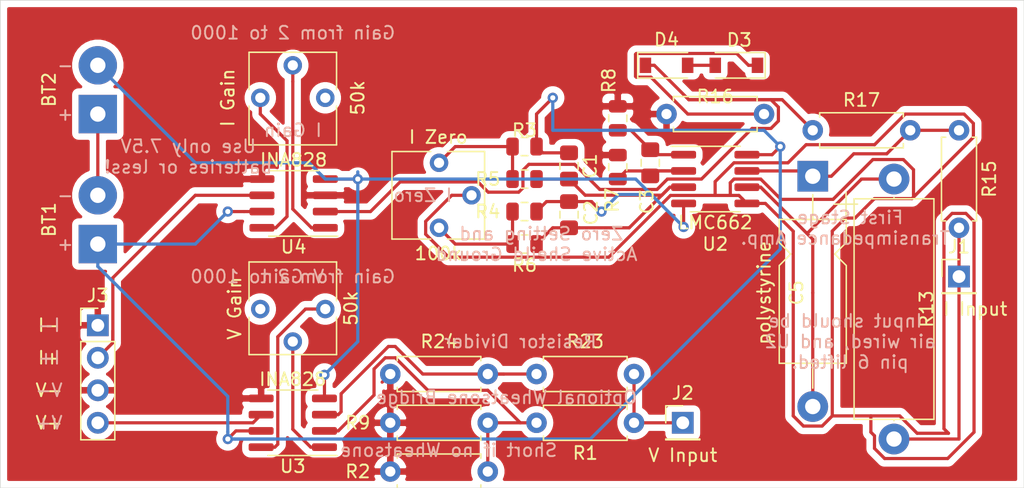
<source format=kicad_pcb>
(kicad_pcb (version 20171130) (host pcbnew "(5.1.2)-2")

  (general
    (thickness 1.6)
    (drawings 28)
    (tracks 245)
    (zones 0)
    (modules 32)
    (nets 28)
  )

  (page A4)
  (layers
    (0 F.Cu signal hide)
    (31 B.Cu signal hide)
    (32 B.Adhes user hide)
    (33 F.Adhes user hide)
    (34 B.Paste user hide)
    (35 F.Paste user hide)
    (36 B.SilkS user)
    (37 F.SilkS user)
    (38 B.Mask user)
    (39 F.Mask user hide)
    (40 Dwgs.User user)
    (41 Cmts.User user)
    (42 Eco1.User user)
    (43 Eco2.User user)
    (44 Edge.Cuts user)
    (45 Margin user)
    (46 B.CrtYd user)
    (47 F.CrtYd user hide)
    (48 B.Fab user)
    (49 F.Fab user hide)
  )

  (setup
    (last_trace_width 0.25)
    (trace_clearance 0.2)
    (zone_clearance 0.508)
    (zone_45_only no)
    (trace_min 0.2)
    (via_size 0.8)
    (via_drill 0.4)
    (via_min_size 0.4)
    (via_min_drill 0.3)
    (uvia_size 0.3)
    (uvia_drill 0.1)
    (uvias_allowed no)
    (uvia_min_size 0.2)
    (uvia_min_drill 0.1)
    (edge_width 0.05)
    (segment_width 0.2)
    (pcb_text_width 0.3)
    (pcb_text_size 1.5 1.5)
    (mod_edge_width 0.12)
    (mod_text_size 1 1)
    (mod_text_width 0.15)
    (pad_size 1.524 1.524)
    (pad_drill 0.762)
    (pad_to_mask_clearance 0.051)
    (solder_mask_min_width 0.25)
    (aux_axis_origin 0 0)
    (visible_elements 7FFFFFFF)
    (pcbplotparams
      (layerselection 0x010fc_ffffffff)
      (usegerberextensions false)
      (usegerberattributes false)
      (usegerberadvancedattributes false)
      (creategerberjobfile false)
      (excludeedgelayer true)
      (linewidth 0.100000)
      (plotframeref false)
      (viasonmask false)
      (mode 1)
      (useauxorigin false)
      (hpglpennumber 1)
      (hpglpenspeed 20)
      (hpglpendiameter 15.000000)
      (psnegative false)
      (psa4output false)
      (plotreference true)
      (plotvalue true)
      (plotinvisibletext false)
      (padsonsilk false)
      (subtractmaskfromsilk false)
      (outputformat 1)
      (mirror false)
      (drillshape 0)
      (scaleselection 1)
      (outputdirectory "gerbers_v1/"))
  )

  (net 0 "")
  (net 1 "Net-(50k1-Pad3)")
  (net 2 "Net-(50k1-Pad2)")
  (net 3 "Net-(50k1-Pad1)")
  (net 4 "Net-(50k2-Pad1)")
  (net 5 "Net-(50k2-Pad2)")
  (net 6 "Net-(50k2-Pad3)")
  (net 7 Earth)
  (net 8 +BATT)
  (net 9 -BATT)
  (net 10 "Net-(C1-Pad2)")
  (net 11 "Net-(C3-Pad1)")
  (net 12 "Net-(C3-Pad2)")
  (net 13 "Net-(C5-Pad1)")
  (net 14 "Net-(C5-Pad2)")
  (net 15 "Net-(D3-Pad2)")
  (net 16 "Net-(D3-Pad1)")
  (net 17 "Net-(D4-Pad1)")
  (net 18 CurrentInput)
  (net 19 V_In)
  (net 20 Aux_Out)
  (net 21 V_Out)
  (net 22 "Net-(R1-Pad2)")
  (net 23 "Net-(R23-Pad2)")
  (net 24 "Net-(I_Zero1-Pad3)")
  (net 25 "Net-(I_Zero1-Pad2)")
  (net 26 "Net-(I_Zero1-Pad1)")
  (net 27 "Net-(BT1-Pad2)")

  (net_class Default "This is the default net class."
    (clearance 0.2)
    (trace_width 0.25)
    (via_dia 0.8)
    (via_drill 0.4)
    (uvia_dia 0.3)
    (uvia_drill 0.1)
    (add_net +BATT)
    (add_net -BATT)
    (add_net Aux_Out)
    (add_net CurrentInput)
    (add_net Earth)
    (add_net "Net-(50k1-Pad1)")
    (add_net "Net-(50k1-Pad2)")
    (add_net "Net-(50k1-Pad3)")
    (add_net "Net-(50k2-Pad1)")
    (add_net "Net-(50k2-Pad2)")
    (add_net "Net-(50k2-Pad3)")
    (add_net "Net-(BT1-Pad2)")
    (add_net "Net-(C1-Pad2)")
    (add_net "Net-(C3-Pad1)")
    (add_net "Net-(C3-Pad2)")
    (add_net "Net-(C5-Pad1)")
    (add_net "Net-(C5-Pad2)")
    (add_net "Net-(D3-Pad1)")
    (add_net "Net-(D3-Pad2)")
    (add_net "Net-(D4-Pad1)")
    (add_net "Net-(I_Zero1-Pad1)")
    (add_net "Net-(I_Zero1-Pad2)")
    (add_net "Net-(I_Zero1-Pad3)")
    (add_net "Net-(R1-Pad2)")
    (add_net "Net-(R23-Pad2)")
    (add_net V_In)
    (add_net V_Out)
  )

  (module Resistor_THT:R_Axial_DIN0617_L17.0mm_D6.0mm_P20.32mm_Horizontal (layer F.Cu) (tedit 5AE5139B) (tstamp 5DC127E8)
    (at 151.13 142.24 90)
    (descr "Resistor, Axial_DIN0617 series, Axial, Horizontal, pin pitch=20.32mm, 2W, length*diameter=17*6mm^2, http://www.vishay.com/docs/20128/wkxwrx.pdf")
    (tags "Resistor Axial_DIN0617 series Axial Horizontal pin pitch 20.32mm 2W length 17mm diameter 6mm")
    (path /5D9D617D)
    (fp_text reference R13 (at 10.16 2.54 90) (layer F.SilkS)
      (effects (font (size 1 1) (thickness 0.15)))
    )
    (fp_text value "1M 1W" (at 10.16 4.12 90) (layer F.Fab)
      (effects (font (size 1 1) (thickness 0.15)))
    )
    (fp_line (start 1.66 -3) (end 1.66 3) (layer F.Fab) (width 0.1))
    (fp_line (start 1.66 3) (end 18.66 3) (layer F.Fab) (width 0.1))
    (fp_line (start 18.66 3) (end 18.66 -3) (layer F.Fab) (width 0.1))
    (fp_line (start 18.66 -3) (end 1.66 -3) (layer F.Fab) (width 0.1))
    (fp_line (start 0 0) (end 1.66 0) (layer F.Fab) (width 0.1))
    (fp_line (start 20.32 0) (end 18.66 0) (layer F.Fab) (width 0.1))
    (fp_line (start 1.54 -3.12) (end 1.54 3.12) (layer F.SilkS) (width 0.12))
    (fp_line (start 1.54 3.12) (end 18.78 3.12) (layer F.SilkS) (width 0.12))
    (fp_line (start 18.78 3.12) (end 18.78 -3.12) (layer F.SilkS) (width 0.12))
    (fp_line (start 18.78 -3.12) (end 1.54 -3.12) (layer F.SilkS) (width 0.12))
    (fp_line (start 1.44 0) (end 1.54 0) (layer F.SilkS) (width 0.12))
    (fp_line (start 18.88 0) (end 18.78 0) (layer F.SilkS) (width 0.12))
    (fp_line (start -1.45 -3.25) (end -1.45 3.25) (layer F.CrtYd) (width 0.05))
    (fp_line (start -1.45 3.25) (end 21.77 3.25) (layer F.CrtYd) (width 0.05))
    (fp_line (start 21.77 3.25) (end 21.77 -3.25) (layer F.CrtYd) (width 0.05))
    (fp_line (start 21.77 -3.25) (end -1.45 -3.25) (layer F.CrtYd) (width 0.05))
    (fp_text user %R (at 10.16 0 90) (layer F.Fab)
      (effects (font (size 1 1) (thickness 0.15)))
    )
    (pad 1 thru_hole circle (at 0 0 90) (size 2.4 2.4) (drill 1.2) (layers *.Cu *.Mask)
      (net 18 CurrentInput))
    (pad 2 thru_hole oval (at 20.32 0 90) (size 2.4 2.4) (drill 1.2) (layers *.Cu *.Mask)
      (net 14 "Net-(C5-Pad2)"))
    (model ${KISYS3DMOD}/Resistor_THT.3dshapes/R_Axial_DIN0617_L17.0mm_D6.0mm_P20.32mm_Horizontal.wrl
      (at (xyz 0 0 0))
      (scale (xyz 1 1 1))
      (rotate (xyz 0 0 0))
    )
  )

  (module Resistor_THT:R_Axial_DIN0207_L6.3mm_D2.5mm_P7.62mm_Horizontal (layer F.Cu) (tedit 5AE5139B) (tstamp 5DC06FFC)
    (at 119.38 144.78 180)
    (descr "Resistor, Axial_DIN0207 series, Axial, Horizontal, pin pitch=7.62mm, 0.25W = 1/4W, length*diameter=6.3*2.5mm^2, http://cdn-reichelt.de/documents/datenblatt/B400/1_4W%23YAG.pdf")
    (tags "Resistor Axial_DIN0207 series Axial Horizontal pin pitch 7.62mm 0.25W = 1/4W length 6.3mm diameter 2.5mm")
    (path /5DC0A452)
    (fp_text reference R2 (at 10.16 0) (layer F.SilkS)
      (effects (font (size 1 1) (thickness 0.15)))
    )
    (fp_text value 0 (at -1.27 0) (layer F.Fab)
      (effects (font (size 1 1) (thickness 0.15)))
    )
    (fp_line (start 0.66 -1.25) (end 0.66 1.25) (layer F.Fab) (width 0.1))
    (fp_line (start 0.66 1.25) (end 6.96 1.25) (layer F.Fab) (width 0.1))
    (fp_line (start 6.96 1.25) (end 6.96 -1.25) (layer F.Fab) (width 0.1))
    (fp_line (start 6.96 -1.25) (end 0.66 -1.25) (layer F.Fab) (width 0.1))
    (fp_line (start 0 0) (end 0.66 0) (layer F.Fab) (width 0.1))
    (fp_line (start 7.62 0) (end 6.96 0) (layer F.Fab) (width 0.1))
    (fp_line (start 0.54 -1.04) (end 0.54 -1.37) (layer F.SilkS) (width 0.12))
    (fp_line (start 0.54 -1.37) (end 7.08 -1.37) (layer F.SilkS) (width 0.12))
    (fp_line (start 7.08 -1.37) (end 7.08 -1.04) (layer F.SilkS) (width 0.12))
    (fp_line (start 0.54 1.04) (end 0.54 1.37) (layer F.SilkS) (width 0.12))
    (fp_line (start 0.54 1.37) (end 7.08 1.37) (layer F.SilkS) (width 0.12))
    (fp_line (start 7.08 1.37) (end 7.08 1.04) (layer F.SilkS) (width 0.12))
    (fp_line (start -1.05 -1.5) (end -1.05 1.5) (layer F.CrtYd) (width 0.05))
    (fp_line (start -1.05 1.5) (end 8.67 1.5) (layer F.CrtYd) (width 0.05))
    (fp_line (start 8.67 1.5) (end 8.67 -1.5) (layer F.CrtYd) (width 0.05))
    (fp_line (start 8.67 -1.5) (end -1.05 -1.5) (layer F.CrtYd) (width 0.05))
    (fp_text user %R (at 4.004999 0) (layer F.Fab)
      (effects (font (size 1 1) (thickness 0.15)))
    )
    (pad 1 thru_hole circle (at 0 0 180) (size 1.6 1.6) (drill 0.8) (layers *.Cu *.Mask)
      (net 22 "Net-(R1-Pad2)"))
    (pad 2 thru_hole oval (at 7.62 0 180) (size 1.6 1.6) (drill 0.8) (layers *.Cu *.Mask)
      (net 7 Earth))
    (model ${KISYS3DMOD}/Resistor_THT.3dshapes/R_Axial_DIN0207_L6.3mm_D2.5mm_P7.62mm_Horizontal.wrl
      (at (xyz 0 0 0))
      (scale (xyz 1 1 1))
      (rotate (xyz 0 0 0))
    )
  )

  (module Connector_Wire:SolderWirePad_1x02_P3.81mm_Drill1.2mm (layer F.Cu) (tedit 5AEE5EF3) (tstamp 5DC07D8E)
    (at 88.9 127 90)
    (descr "Wire solder connection")
    (tags connector)
    (path /5D9CAC30)
    (attr virtual)
    (fp_text reference BT1 (at 1.905 -3.81 90) (layer F.SilkS)
      (effects (font (size 1 1) (thickness 0.15)))
    )
    (fp_text value Battery (at 1.905 3.81 90) (layer F.Fab)
      (effects (font (size 1 1) (thickness 0.15)))
    )
    (fp_line (start 5.81 2) (end -1.99 2) (layer F.CrtYd) (width 0.05))
    (fp_line (start 5.81 2) (end 5.81 -2) (layer F.CrtYd) (width 0.05))
    (fp_line (start -1.99 -2) (end -1.99 2) (layer F.CrtYd) (width 0.05))
    (fp_line (start -1.99 -2) (end 5.81 -2) (layer F.CrtYd) (width 0.05))
    (fp_text user %R (at 1.905 0 90) (layer F.Fab)
      (effects (font (size 1 1) (thickness 0.15)))
    )
    (pad 2 thru_hole circle (at 3.81 0 90) (size 2.99974 2.99974) (drill 1.19888) (layers *.Cu *.Mask)
      (net 27 "Net-(BT1-Pad2)"))
    (pad 1 thru_hole rect (at 0 0 90) (size 2.99974 2.99974) (drill 1.19888) (layers *.Cu *.Mask)
      (net 8 +BATT))
  )

  (module Resistor_THT:R_Axial_DIN0207_L6.3mm_D2.5mm_P7.62mm_Horizontal (layer F.Cu) (tedit 5AE5139B) (tstamp 5DC09368)
    (at 140.97 116.84 180)
    (descr "Resistor, Axial_DIN0207 series, Axial, Horizontal, pin pitch=7.62mm, 0.25W = 1/4W, length*diameter=6.3*2.5mm^2, http://cdn-reichelt.de/documents/datenblatt/B400/1_4W%23YAG.pdf")
    (tags "Resistor Axial_DIN0207 series Axial Horizontal pin pitch 7.62mm 0.25W = 1/4W length 6.3mm diameter 2.5mm")
    (path /5D9D79A2)
    (fp_text reference R16 (at 3.81 1.37) (layer F.SilkS)
      (effects (font (size 1 1) (thickness 0.15)))
    )
    (fp_text value 1k (at 3.81 -1.331257) (layer F.Fab)
      (effects (font (size 1 1) (thickness 0.15)))
    )
    (fp_line (start 0.66 -1.25) (end 0.66 1.25) (layer F.Fab) (width 0.1))
    (fp_line (start 0.66 1.25) (end 6.96 1.25) (layer F.Fab) (width 0.1))
    (fp_line (start 6.96 1.25) (end 6.96 -1.25) (layer F.Fab) (width 0.1))
    (fp_line (start 6.96 -1.25) (end 0.66 -1.25) (layer F.Fab) (width 0.1))
    (fp_line (start 0 0) (end 0.66 0) (layer F.Fab) (width 0.1))
    (fp_line (start 7.62 0) (end 6.96 0) (layer F.Fab) (width 0.1))
    (fp_line (start 0.54 -1.04) (end 0.54 -1.37) (layer F.SilkS) (width 0.12))
    (fp_line (start 0.54 -1.37) (end 7.08 -1.37) (layer F.SilkS) (width 0.12))
    (fp_line (start 7.08 -1.37) (end 7.08 -1.04) (layer F.SilkS) (width 0.12))
    (fp_line (start 0.54 1.04) (end 0.54 1.37) (layer F.SilkS) (width 0.12))
    (fp_line (start 0.54 1.37) (end 7.08 1.37) (layer F.SilkS) (width 0.12))
    (fp_line (start 7.08 1.37) (end 7.08 1.04) (layer F.SilkS) (width 0.12))
    (fp_line (start -1.05 -1.5) (end -1.05 1.5) (layer F.CrtYd) (width 0.05))
    (fp_line (start -1.05 1.5) (end 8.67 1.5) (layer F.CrtYd) (width 0.05))
    (fp_line (start 8.67 1.5) (end 8.67 -1.5) (layer F.CrtYd) (width 0.05))
    (fp_line (start 8.67 -1.5) (end -1.05 -1.5) (layer F.CrtYd) (width 0.05))
    (fp_text user %R (at 3.81 0) (layer F.Fab)
      (effects (font (size 1 1) (thickness 0.15)))
    )
    (pad 1 thru_hole circle (at 0 0 180) (size 1.6 1.6) (drill 0.8) (layers *.Cu *.Mask)
      (net 16 "Net-(D3-Pad1)"))
    (pad 2 thru_hole oval (at 7.62 0 180) (size 1.6 1.6) (drill 0.8) (layers *.Cu *.Mask)
      (net 7 Earth))
    (model ${KISYS3DMOD}/Resistor_THT.3dshapes/R_Axial_DIN0207_L6.3mm_D2.5mm_P7.62mm_Horizontal.wrl
      (at (xyz 0 0 0))
      (scale (xyz 1 1 1))
      (rotate (xyz 0 0 0))
    )
  )

  (module Resistor_THT:R_Axial_DIN0207_L6.3mm_D2.5mm_P7.62mm_Horizontal (layer F.Cu) (tedit 5AE5139B) (tstamp 5DC0F8B6)
    (at 119.38 140.97 180)
    (descr "Resistor, Axial_DIN0207 series, Axial, Horizontal, pin pitch=7.62mm, 0.25W = 1/4W, length*diameter=6.3*2.5mm^2, http://cdn-reichelt.de/documents/datenblatt/B400/1_4W%23YAG.pdf")
    (tags "Resistor Axial_DIN0207 series Axial Horizontal pin pitch 7.62mm 0.25W = 1/4W length 6.3mm diameter 2.5mm")
    (path /5DC0A7AA)
    (fp_text reference R9 (at 10.16 0) (layer F.SilkS)
      (effects (font (size 1 1) (thickness 0.15)))
    )
    (fp_text value opt (at -1.27 -1.27) (layer F.Fab)
      (effects (font (size 1 1) (thickness 0.15)))
    )
    (fp_text user %R (at 3.81 0) (layer F.Fab)
      (effects (font (size 1 1) (thickness 0.15)))
    )
    (fp_line (start 8.67 -1.5) (end -1.05 -1.5) (layer F.CrtYd) (width 0.05))
    (fp_line (start 8.67 1.5) (end 8.67 -1.5) (layer F.CrtYd) (width 0.05))
    (fp_line (start -1.05 1.5) (end 8.67 1.5) (layer F.CrtYd) (width 0.05))
    (fp_line (start -1.05 -1.5) (end -1.05 1.5) (layer F.CrtYd) (width 0.05))
    (fp_line (start 7.08 1.37) (end 7.08 1.04) (layer F.SilkS) (width 0.12))
    (fp_line (start 0.54 1.37) (end 7.08 1.37) (layer F.SilkS) (width 0.12))
    (fp_line (start 0.54 1.04) (end 0.54 1.37) (layer F.SilkS) (width 0.12))
    (fp_line (start 7.08 -1.37) (end 7.08 -1.04) (layer F.SilkS) (width 0.12))
    (fp_line (start 0.54 -1.37) (end 7.08 -1.37) (layer F.SilkS) (width 0.12))
    (fp_line (start 0.54 -1.04) (end 0.54 -1.37) (layer F.SilkS) (width 0.12))
    (fp_line (start 7.62 0) (end 6.96 0) (layer F.Fab) (width 0.1))
    (fp_line (start 0 0) (end 0.66 0) (layer F.Fab) (width 0.1))
    (fp_line (start 6.96 -1.25) (end 0.66 -1.25) (layer F.Fab) (width 0.1))
    (fp_line (start 6.96 1.25) (end 6.96 -1.25) (layer F.Fab) (width 0.1))
    (fp_line (start 0.66 1.25) (end 6.96 1.25) (layer F.Fab) (width 0.1))
    (fp_line (start 0.66 -1.25) (end 0.66 1.25) (layer F.Fab) (width 0.1))
    (pad 2 thru_hole oval (at 7.62 0 180) (size 1.6 1.6) (drill 0.8) (layers *.Cu *.Mask)
      (net 7 Earth))
    (pad 1 thru_hole circle (at 0 0 180) (size 1.6 1.6) (drill 0.8) (layers *.Cu *.Mask)
      (net 22 "Net-(R1-Pad2)"))
    (model ${KISYS3DMOD}/Resistor_THT.3dshapes/R_Axial_DIN0207_L6.3mm_D2.5mm_P7.62mm_Horizontal.wrl
      (at (xyz 0 0 0))
      (scale (xyz 1 1 1))
      (rotate (xyz 0 0 0))
    )
  )

  (module Resistor_THT:R_Axial_DIN0207_L6.3mm_D2.5mm_P7.62mm_Horizontal (layer F.Cu) (tedit 5AE5139B) (tstamp 5DC0F295)
    (at 130.81 140.97 180)
    (descr "Resistor, Axial_DIN0207 series, Axial, Horizontal, pin pitch=7.62mm, 0.25W = 1/4W, length*diameter=6.3*2.5mm^2, http://cdn-reichelt.de/documents/datenblatt/B400/1_4W%23YAG.pdf")
    (tags "Resistor Axial_DIN0207 series Axial Horizontal pin pitch 7.62mm 0.25W = 1/4W length 6.3mm diameter 2.5mm")
    (path /5DC0A3E2)
    (fp_text reference R1 (at 3.81 -2.37) (layer F.SilkS)
      (effects (font (size 1 1) (thickness 0.15)))
    )
    (fp_text value opt (at 3.81 -3.81) (layer F.Fab)
      (effects (font (size 1 1) (thickness 0.15)))
    )
    (fp_line (start 0.66 -1.25) (end 0.66 1.25) (layer F.Fab) (width 0.1))
    (fp_line (start 0.66 1.25) (end 6.96 1.25) (layer F.Fab) (width 0.1))
    (fp_line (start 6.96 1.25) (end 6.96 -1.25) (layer F.Fab) (width 0.1))
    (fp_line (start 6.96 -1.25) (end 0.66 -1.25) (layer F.Fab) (width 0.1))
    (fp_line (start 0 0) (end 0.66 0) (layer F.Fab) (width 0.1))
    (fp_line (start 7.62 0) (end 6.96 0) (layer F.Fab) (width 0.1))
    (fp_line (start 0.54 -1.04) (end 0.54 -1.37) (layer F.SilkS) (width 0.12))
    (fp_line (start 0.54 -1.37) (end 7.08 -1.37) (layer F.SilkS) (width 0.12))
    (fp_line (start 7.08 -1.37) (end 7.08 -1.04) (layer F.SilkS) (width 0.12))
    (fp_line (start 0.54 1.04) (end 0.54 1.37) (layer F.SilkS) (width 0.12))
    (fp_line (start 0.54 1.37) (end 7.08 1.37) (layer F.SilkS) (width 0.12))
    (fp_line (start 7.08 1.37) (end 7.08 1.04) (layer F.SilkS) (width 0.12))
    (fp_line (start -1.05 -1.5) (end -1.05 1.5) (layer F.CrtYd) (width 0.05))
    (fp_line (start -1.05 1.5) (end 8.67 1.5) (layer F.CrtYd) (width 0.05))
    (fp_line (start 8.67 1.5) (end 8.67 -1.5) (layer F.CrtYd) (width 0.05))
    (fp_line (start 8.67 -1.5) (end -1.05 -1.5) (layer F.CrtYd) (width 0.05))
    (fp_text user %R (at 3.81 0) (layer F.Fab)
      (effects (font (size 1 1) (thickness 0.15)))
    )
    (pad 1 thru_hole circle (at 0 0 180) (size 1.6 1.6) (drill 0.8) (layers *.Cu *.Mask)
      (net 19 V_In))
    (pad 2 thru_hole oval (at 7.62 0 180) (size 1.6 1.6) (drill 0.8) (layers *.Cu *.Mask)
      (net 22 "Net-(R1-Pad2)"))
    (model ${KISYS3DMOD}/Resistor_THT.3dshapes/R_Axial_DIN0207_L6.3mm_D2.5mm_P7.62mm_Horizontal.wrl
      (at (xyz 0 0 0))
      (scale (xyz 1 1 1))
      (rotate (xyz 0 0 0))
    )
  )

  (module Resistor_THT:R_Axial_DIN0207_L6.3mm_D2.5mm_P7.62mm_Horizontal (layer F.Cu) (tedit 5AE5139B) (tstamp 5DC093AD)
    (at 119.38 137.16 180)
    (descr "Resistor, Axial_DIN0207 series, Axial, Horizontal, pin pitch=7.62mm, 0.25W = 1/4W, length*diameter=6.3*2.5mm^2, http://cdn-reichelt.de/documents/datenblatt/B400/1_4W%23YAG.pdf")
    (tags "Resistor Axial_DIN0207 series Axial Horizontal pin pitch 7.62mm 0.25W = 1/4W length 6.3mm diameter 2.5mm")
    (path /5D9F6B6E)
    (fp_text reference R24 (at 3.81 2.54) (layer F.SilkS)
      (effects (font (size 1 1) (thickness 0.15)))
    )
    (fp_text value 4.3k (at 3.81 3.81) (layer F.Fab)
      (effects (font (size 1 1) (thickness 0.15)))
    )
    (fp_line (start 0.66 -1.25) (end 0.66 1.25) (layer F.Fab) (width 0.1))
    (fp_line (start 0.66 1.25) (end 6.96 1.25) (layer F.Fab) (width 0.1))
    (fp_line (start 6.96 1.25) (end 6.96 -1.25) (layer F.Fab) (width 0.1))
    (fp_line (start 6.96 -1.25) (end 0.66 -1.25) (layer F.Fab) (width 0.1))
    (fp_line (start 0 0) (end 0.66 0) (layer F.Fab) (width 0.1))
    (fp_line (start 7.62 0) (end 6.96 0) (layer F.Fab) (width 0.1))
    (fp_line (start 0.54 -1.04) (end 0.54 -1.37) (layer F.SilkS) (width 0.12))
    (fp_line (start 0.54 -1.37) (end 7.08 -1.37) (layer F.SilkS) (width 0.12))
    (fp_line (start 7.08 -1.37) (end 7.08 -1.04) (layer F.SilkS) (width 0.12))
    (fp_line (start 0.54 1.04) (end 0.54 1.37) (layer F.SilkS) (width 0.12))
    (fp_line (start 0.54 1.37) (end 7.08 1.37) (layer F.SilkS) (width 0.12))
    (fp_line (start 7.08 1.37) (end 7.08 1.04) (layer F.SilkS) (width 0.12))
    (fp_line (start -1.05 -1.5) (end -1.05 1.5) (layer F.CrtYd) (width 0.05))
    (fp_line (start -1.05 1.5) (end 8.67 1.5) (layer F.CrtYd) (width 0.05))
    (fp_line (start 8.67 1.5) (end 8.67 -1.5) (layer F.CrtYd) (width 0.05))
    (fp_line (start 8.67 -1.5) (end -1.05 -1.5) (layer F.CrtYd) (width 0.05))
    (fp_text user %R (at 3.81 0) (layer F.Fab)
      (effects (font (size 1 1) (thickness 0.15)))
    )
    (pad 1 thru_hole circle (at 0 0 180) (size 1.6 1.6) (drill 0.8) (layers *.Cu *.Mask)
      (net 23 "Net-(R23-Pad2)"))
    (pad 2 thru_hole oval (at 7.62 0 180) (size 1.6 1.6) (drill 0.8) (layers *.Cu *.Mask)
      (net 7 Earth))
    (model ${KISYS3DMOD}/Resistor_THT.3dshapes/R_Axial_DIN0207_L6.3mm_D2.5mm_P7.62mm_Horizontal.wrl
      (at (xyz 0 0 0))
      (scale (xyz 1 1 1))
      (rotate (xyz 0 0 0))
    )
  )

  (module Potentiometer_THT:Potentiometer_Vishay_T73YP_Vertical (layer F.Cu) (tedit 5A3D4993) (tstamp 5DC10CB4)
    (at 101.6 132.08 270)
    (descr "Potentiometer, vertical, Vishay T73YP, http://www.vishay.com/docs/51016/t73.pdf")
    (tags "Potentiometer vertical Vishay T73YP")
    (path /5D9F3AFC)
    (fp_text reference 50k (at -0.06 -7.09 90) (layer F.SilkS)
      (effects (font (size 1 1) (thickness 0.15)))
    )
    (fp_text value "V Gain" (at -0.06 2.01 90) (layer F.SilkS)
      (effects (font (size 1 1) (thickness 0.15)))
    )
    (fp_circle (center 0.24 -2.54) (end 1.74 -2.54) (layer F.Fab) (width 0.1))
    (fp_line (start -3.56 -5.84) (end -3.56 0.76) (layer F.Fab) (width 0.1))
    (fp_line (start -3.56 0.76) (end 3.44 0.76) (layer F.Fab) (width 0.1))
    (fp_line (start 3.44 0.76) (end 3.44 -5.84) (layer F.Fab) (width 0.1))
    (fp_line (start 3.44 -5.84) (end -3.56 -5.84) (layer F.Fab) (width 0.1))
    (fp_line (start -0.961 -2.616) (end 0.164 -2.616) (layer F.Fab) (width 0.1))
    (fp_line (start 0.164 -2.616) (end 0.164 -3.741) (layer F.Fab) (width 0.1))
    (fp_line (start 0.164 -3.741) (end 0.316 -3.741) (layer F.Fab) (width 0.1))
    (fp_line (start 0.316 -3.741) (end 0.316 -2.616) (layer F.Fab) (width 0.1))
    (fp_line (start 0.316 -2.616) (end 1.441 -2.616) (layer F.Fab) (width 0.1))
    (fp_line (start 1.441 -2.616) (end 1.441 -2.464) (layer F.Fab) (width 0.1))
    (fp_line (start 1.441 -2.464) (end 0.316 -2.464) (layer F.Fab) (width 0.1))
    (fp_line (start 0.316 -2.464) (end 0.316 -1.339) (layer F.Fab) (width 0.1))
    (fp_line (start 0.316 -1.339) (end 0.164 -1.339) (layer F.Fab) (width 0.1))
    (fp_line (start 0.164 -1.339) (end 0.164 -2.464) (layer F.Fab) (width 0.1))
    (fp_line (start 0.164 -2.464) (end -0.961 -2.464) (layer F.Fab) (width 0.1))
    (fp_line (start -0.961 -2.464) (end -0.961 -2.616) (layer F.Fab) (width 0.1))
    (fp_line (start -3.68 -5.96) (end -0.65 -5.96) (layer F.SilkS) (width 0.12))
    (fp_line (start 0.65 -5.96) (end 3.56 -5.96) (layer F.SilkS) (width 0.12))
    (fp_line (start -3.68 0.88) (end -0.65 0.88) (layer F.SilkS) (width 0.12))
    (fp_line (start 0.65 0.88) (end 3.56 0.88) (layer F.SilkS) (width 0.12))
    (fp_line (start -3.68 -5.96) (end -3.68 0.88) (layer F.SilkS) (width 0.12))
    (fp_line (start 3.56 -5.96) (end 3.56 0.88) (layer F.SilkS) (width 0.12))
    (fp_line (start -3.85 -6.1) (end -3.85 1.05) (layer F.CrtYd) (width 0.05))
    (fp_line (start -3.85 1.05) (end 3.7 1.05) (layer F.CrtYd) (width 0.05))
    (fp_line (start 3.7 1.05) (end 3.7 -6.1) (layer F.CrtYd) (width 0.05))
    (fp_line (start 3.7 -6.1) (end -3.85 -6.1) (layer F.CrtYd) (width 0.05))
    (fp_text user %R (at -2.56 -2.54) (layer F.Fab)
      (effects (font (size 1 1) (thickness 0.15)))
    )
    (pad 3 thru_hole circle (at 0 -5.08 270) (size 1.44 1.44) (drill 0.8) (layers *.Cu *.Mask)
      (net 1 "Net-(50k1-Pad3)"))
    (pad 2 thru_hole circle (at 2.54 -2.54 270) (size 1.44 1.44) (drill 0.8) (layers *.Cu *.Mask)
      (net 2 "Net-(50k1-Pad2)"))
    (pad 1 thru_hole circle (at 0 0 270) (size 1.44 1.44) (drill 0.8) (layers *.Cu *.Mask)
      (net 3 "Net-(50k1-Pad1)"))
    (model ${KISYS3DMOD}/Potentiometer_THT.3dshapes/Potentiometer_Vishay_T73YP_Vertical.wrl
      (at (xyz 0 0 0))
      (scale (xyz 1 1 1))
      (rotate (xyz 0 0 0))
    )
  )

  (module Potentiometer_THT:Potentiometer_Vishay_T73YP_Vertical (layer F.Cu) (tedit 5A3D4993) (tstamp 5DC09187)
    (at 106.68 115.57 90)
    (descr "Potentiometer, vertical, Vishay T73YP, http://www.vishay.com/docs/51016/t73.pdf")
    (tags "Potentiometer vertical Vishay T73YP")
    (path /5DAE3383)
    (fp_text reference 50k (at 0 2.54 90) (layer F.SilkS)
      (effects (font (size 1 1) (thickness 0.15)))
    )
    (fp_text value "I Gain" (at 0 -7.62 90) (layer F.SilkS)
      (effects (font (size 1 1) (thickness 0.15)))
    )
    (fp_text user %R (at -2.56 -2.54) (layer F.Fab)
      (effects (font (size 1 1) (thickness 0.15)))
    )
    (fp_line (start 3.7 -6.1) (end -3.85 -6.1) (layer F.CrtYd) (width 0.05))
    (fp_line (start 3.7 1.05) (end 3.7 -6.1) (layer F.CrtYd) (width 0.05))
    (fp_line (start -3.85 1.05) (end 3.7 1.05) (layer F.CrtYd) (width 0.05))
    (fp_line (start -3.85 -6.1) (end -3.85 1.05) (layer F.CrtYd) (width 0.05))
    (fp_line (start 3.56 -5.96) (end 3.56 0.88) (layer F.SilkS) (width 0.12))
    (fp_line (start -3.68 -5.96) (end -3.68 0.88) (layer F.SilkS) (width 0.12))
    (fp_line (start 0.65 0.88) (end 3.56 0.88) (layer F.SilkS) (width 0.12))
    (fp_line (start -3.68 0.88) (end -0.65 0.88) (layer F.SilkS) (width 0.12))
    (fp_line (start 0.65 -5.96) (end 3.56 -5.96) (layer F.SilkS) (width 0.12))
    (fp_line (start -3.68 -5.96) (end -0.65 -5.96) (layer F.SilkS) (width 0.12))
    (fp_line (start -0.961 -2.464) (end -0.961 -2.616) (layer F.Fab) (width 0.1))
    (fp_line (start 0.164 -2.464) (end -0.961 -2.464) (layer F.Fab) (width 0.1))
    (fp_line (start 0.164 -1.339) (end 0.164 -2.464) (layer F.Fab) (width 0.1))
    (fp_line (start 0.316 -1.339) (end 0.164 -1.339) (layer F.Fab) (width 0.1))
    (fp_line (start 0.316 -2.464) (end 0.316 -1.339) (layer F.Fab) (width 0.1))
    (fp_line (start 1.441 -2.464) (end 0.316 -2.464) (layer F.Fab) (width 0.1))
    (fp_line (start 1.441 -2.616) (end 1.441 -2.464) (layer F.Fab) (width 0.1))
    (fp_line (start 0.316 -2.616) (end 1.441 -2.616) (layer F.Fab) (width 0.1))
    (fp_line (start 0.316 -3.741) (end 0.316 -2.616) (layer F.Fab) (width 0.1))
    (fp_line (start 0.164 -3.741) (end 0.316 -3.741) (layer F.Fab) (width 0.1))
    (fp_line (start 0.164 -2.616) (end 0.164 -3.741) (layer F.Fab) (width 0.1))
    (fp_line (start -0.961 -2.616) (end 0.164 -2.616) (layer F.Fab) (width 0.1))
    (fp_line (start 3.44 -5.84) (end -3.56 -5.84) (layer F.Fab) (width 0.1))
    (fp_line (start 3.44 0.76) (end 3.44 -5.84) (layer F.Fab) (width 0.1))
    (fp_line (start -3.56 0.76) (end 3.44 0.76) (layer F.Fab) (width 0.1))
    (fp_line (start -3.56 -5.84) (end -3.56 0.76) (layer F.Fab) (width 0.1))
    (fp_circle (center 0.24 -2.54) (end 1.74 -2.54) (layer F.Fab) (width 0.1))
    (pad 1 thru_hole circle (at 0 0 90) (size 1.44 1.44) (drill 0.8) (layers *.Cu *.Mask)
      (net 4 "Net-(50k2-Pad1)"))
    (pad 2 thru_hole circle (at 2.54 -2.54 90) (size 1.44 1.44) (drill 0.8) (layers *.Cu *.Mask)
      (net 5 "Net-(50k2-Pad2)"))
    (pad 3 thru_hole circle (at 0 -5.08 90) (size 1.44 1.44) (drill 0.8) (layers *.Cu *.Mask)
      (net 6 "Net-(50k2-Pad3)"))
    (model ${KISYS3DMOD}/Potentiometer_THT.3dshapes/Potentiometer_Vishay_T73YP_Vertical.wrl
      (at (xyz 0 0 0))
      (scale (xyz 1 1 1))
      (rotate (xyz 0 0 0))
    )
  )

  (module Connector_Wire:SolderWirePad_1x02_P3.81mm_Drill1.2mm (layer F.Cu) (tedit 5AEE5EF3) (tstamp 5DC0919D)
    (at 88.9 116.84 90)
    (descr "Wire solder connection")
    (tags connector)
    (path /5D9C95EB)
    (attr virtual)
    (fp_text reference BT2 (at 1.905 -3.81 90) (layer F.SilkS)
      (effects (font (size 1 1) (thickness 0.15)))
    )
    (fp_text value Battery (at 1.905 3.81 90) (layer F.Fab)
      (effects (font (size 1 1) (thickness 0.15)))
    )
    (fp_line (start 5.81 2) (end -1.99 2) (layer F.CrtYd) (width 0.05))
    (fp_line (start 5.81 2) (end 5.81 -2) (layer F.CrtYd) (width 0.05))
    (fp_line (start -1.99 -2) (end -1.99 2) (layer F.CrtYd) (width 0.05))
    (fp_line (start -1.99 -2) (end 5.81 -2) (layer F.CrtYd) (width 0.05))
    (fp_text user %R (at 1.905 0 90) (layer F.Fab)
      (effects (font (size 1 1) (thickness 0.15)))
    )
    (pad 2 thru_hole circle (at 3.81 0 90) (size 2.99974 2.99974) (drill 1.19888) (layers *.Cu *.Mask)
      (net 9 -BATT))
    (pad 1 thru_hole rect (at 0 0 90) (size 2.99974 2.99974) (drill 1.19888) (layers *.Cu *.Mask)
      (net 27 "Net-(BT1-Pad2)"))
  )

  (module Capacitor_SMD:C_0805_2012Metric_Pad1.15x1.40mm_HandSolder (layer F.Cu) (tedit 5B36C52B) (tstamp 5DC091AE)
    (at 125.73 120.895 270)
    (descr "Capacitor SMD 0805 (2012 Metric), square (rectangular) end terminal, IPC_7351 nominal with elongated pad for handsoldering. (Body size source: https://docs.google.com/spreadsheets/d/1BsfQQcO9C6DZCsRaXUlFlo91Tg2WpOkGARC1WS5S8t0/edit?usp=sharing), generated with kicad-footprint-generator")
    (tags "capacitor handsolder")
    (path /5D9BB312)
    (attr smd)
    (fp_text reference C1 (at 0 -1.65 90) (layer F.SilkS)
      (effects (font (size 1 1) (thickness 0.15)))
    )
    (fp_text value 100n (at -4.055 0 90) (layer F.Fab)
      (effects (font (size 1 1) (thickness 0.15)))
    )
    (fp_line (start -1 0.6) (end -1 -0.6) (layer F.Fab) (width 0.1))
    (fp_line (start -1 -0.6) (end 1 -0.6) (layer F.Fab) (width 0.1))
    (fp_line (start 1 -0.6) (end 1 0.6) (layer F.Fab) (width 0.1))
    (fp_line (start 1 0.6) (end -1 0.6) (layer F.Fab) (width 0.1))
    (fp_line (start -0.261252 -0.71) (end 0.261252 -0.71) (layer F.SilkS) (width 0.12))
    (fp_line (start -0.261252 0.71) (end 0.261252 0.71) (layer F.SilkS) (width 0.12))
    (fp_line (start -1.85 0.95) (end -1.85 -0.95) (layer F.CrtYd) (width 0.05))
    (fp_line (start -1.85 -0.95) (end 1.85 -0.95) (layer F.CrtYd) (width 0.05))
    (fp_line (start 1.85 -0.95) (end 1.85 0.95) (layer F.CrtYd) (width 0.05))
    (fp_line (start 1.85 0.95) (end -1.85 0.95) (layer F.CrtYd) (width 0.05))
    (fp_text user %R (at 0 0 90) (layer F.Fab)
      (effects (font (size 0.5 0.5) (thickness 0.08)))
    )
    (pad 1 smd roundrect (at -1.025 0 270) (size 1.15 1.4) (layers F.Cu F.Paste F.Mask) (roundrect_rratio 0.217391)
      (net 8 +BATT))
    (pad 2 smd roundrect (at 1.025 0 270) (size 1.15 1.4) (layers F.Cu F.Paste F.Mask) (roundrect_rratio 0.217391)
      (net 10 "Net-(C1-Pad2)"))
    (model ${KISYS3DMOD}/Capacitor_SMD.3dshapes/C_0805_2012Metric.wrl
      (at (xyz 0 0 0))
      (scale (xyz 1 1 1))
      (rotate (xyz 0 0 0))
    )
  )

  (module Capacitor_SMD:C_0805_2012Metric_Pad1.15x1.40mm_HandSolder (layer F.Cu) (tedit 5B36C52B) (tstamp 5DC091BF)
    (at 125.73 124.705 90)
    (descr "Capacitor SMD 0805 (2012 Metric), square (rectangular) end terminal, IPC_7351 nominal with elongated pad for handsoldering. (Body size source: https://docs.google.com/spreadsheets/d/1BsfQQcO9C6DZCsRaXUlFlo91Tg2WpOkGARC1WS5S8t0/edit?usp=sharing), generated with kicad-footprint-generator")
    (tags "capacitor handsolder")
    (path /5D9BC150)
    (attr smd)
    (fp_text reference C2 (at 0.146238 1.713835 90) (layer F.SilkS)
      (effects (font (size 1 1) (thickness 0.15)))
    )
    (fp_text value 100n (at -3.565 0 90) (layer F.Fab)
      (effects (font (size 1 1) (thickness 0.15)))
    )
    (fp_text user %R (at 0 0 90) (layer F.Fab)
      (effects (font (size 0.5 0.5) (thickness 0.08)))
    )
    (fp_line (start 1.85 0.95) (end -1.85 0.95) (layer F.CrtYd) (width 0.05))
    (fp_line (start 1.85 -0.95) (end 1.85 0.95) (layer F.CrtYd) (width 0.05))
    (fp_line (start -1.85 -0.95) (end 1.85 -0.95) (layer F.CrtYd) (width 0.05))
    (fp_line (start -1.85 0.95) (end -1.85 -0.95) (layer F.CrtYd) (width 0.05))
    (fp_line (start -0.261252 0.71) (end 0.261252 0.71) (layer F.SilkS) (width 0.12))
    (fp_line (start -0.261252 -0.71) (end 0.261252 -0.71) (layer F.SilkS) (width 0.12))
    (fp_line (start 1 0.6) (end -1 0.6) (layer F.Fab) (width 0.1))
    (fp_line (start 1 -0.6) (end 1 0.6) (layer F.Fab) (width 0.1))
    (fp_line (start -1 -0.6) (end 1 -0.6) (layer F.Fab) (width 0.1))
    (fp_line (start -1 0.6) (end -1 -0.6) (layer F.Fab) (width 0.1))
    (pad 2 smd roundrect (at 1.025 0 90) (size 1.15 1.4) (layers F.Cu F.Paste F.Mask) (roundrect_rratio 0.217391)
      (net 9 -BATT))
    (pad 1 smd roundrect (at -1.025 0 90) (size 1.15 1.4) (layers F.Cu F.Paste F.Mask) (roundrect_rratio 0.217391)
      (net 10 "Net-(C1-Pad2)"))
    (model ${KISYS3DMOD}/Capacitor_SMD.3dshapes/C_0805_2012Metric.wrl
      (at (xyz 0 0 0))
      (scale (xyz 1 1 1))
      (rotate (xyz 0 0 0))
    )
  )

  (module Capacitor_SMD:C_0805_2012Metric_Pad1.15x1.40mm_HandSolder (layer F.Cu) (tedit 5B36C52B) (tstamp 5DC091D0)
    (at 132.08 120.65 270)
    (descr "Capacitor SMD 0805 (2012 Metric), square (rectangular) end terminal, IPC_7351 nominal with elongated pad for handsoldering. (Body size source: https://docs.google.com/spreadsheets/d/1BsfQQcO9C6DZCsRaXUlFlo91Tg2WpOkGARC1WS5S8t0/edit?usp=sharing), generated with kicad-footprint-generator")
    (tags "capacitor handsolder")
    (path /5D9CFDA6)
    (attr smd)
    (fp_text reference C3 (at 3.0359 0.269903 90) (layer F.SilkS)
      (effects (font (size 1 1) (thickness 0.15)))
    )
    (fp_text value 10n (at 3.088101 -0.759184 90) (layer F.Fab)
      (effects (font (size 1 1) (thickness 0.15)))
    )
    (fp_line (start -1 0.6) (end -1 -0.6) (layer F.Fab) (width 0.1))
    (fp_line (start -1 -0.6) (end 1 -0.6) (layer F.Fab) (width 0.1))
    (fp_line (start 1 -0.6) (end 1 0.6) (layer F.Fab) (width 0.1))
    (fp_line (start 1 0.6) (end -1 0.6) (layer F.Fab) (width 0.1))
    (fp_line (start -0.261252 -0.71) (end 0.261252 -0.71) (layer F.SilkS) (width 0.12))
    (fp_line (start -0.261252 0.71) (end 0.261252 0.71) (layer F.SilkS) (width 0.12))
    (fp_line (start -1.85 0.95) (end -1.85 -0.95) (layer F.CrtYd) (width 0.05))
    (fp_line (start -1.85 -0.95) (end 1.85 -0.95) (layer F.CrtYd) (width 0.05))
    (fp_line (start 1.85 -0.95) (end 1.85 0.95) (layer F.CrtYd) (width 0.05))
    (fp_line (start 1.85 0.95) (end -1.85 0.95) (layer F.CrtYd) (width 0.05))
    (fp_text user %R (at 0 0 90) (layer F.Fab)
      (effects (font (size 0.5 0.5) (thickness 0.08)))
    )
    (pad 1 smd roundrect (at -1.025 0 270) (size 1.15 1.4) (layers F.Cu F.Paste F.Mask) (roundrect_rratio 0.217391)
      (net 11 "Net-(C3-Pad1)"))
    (pad 2 smd roundrect (at 1.025 0 270) (size 1.15 1.4) (layers F.Cu F.Paste F.Mask) (roundrect_rratio 0.217391)
      (net 12 "Net-(C3-Pad2)"))
    (model ${KISYS3DMOD}/Capacitor_SMD.3dshapes/C_0805_2012Metric.wrl
      (at (xyz 0 0 0))
      (scale (xyz 1 1 1))
      (rotate (xyz 0 0 0))
    )
  )

  (module Capacitor_THT:CP_Axial_L11.0mm_D5.0mm_P18.00mm_Horizontal (layer F.Cu) (tedit 5AE50EF2) (tstamp 5DC091F7)
    (at 144.78 121.7 270)
    (descr "CP, Axial series, Axial, Horizontal, pin pitch=18mm, , length*diameter=11*5mm^2, Electrolytic Capacitor")
    (tags "CP Axial series Axial Horizontal pin pitch 18mm  length 11mm diameter 5mm Electrolytic Capacitor")
    (path /5D9D51B3)
    (fp_text reference C5 (at 9.11 1.27 90) (layer F.SilkS)
      (effects (font (size 1 1) (thickness 0.15)))
    )
    (fp_text value polystyrine (at 9.11 3.81 90) (layer F.SilkS)
      (effects (font (size 1 1) (thickness 0.15)))
    )
    (fp_line (start 3.5 -2.5) (end 3.5 2.5) (layer F.Fab) (width 0.1))
    (fp_line (start 14.5 -2.5) (end 14.5 2.5) (layer F.Fab) (width 0.1))
    (fp_line (start 3.5 -2.5) (end 5.18 -2.5) (layer F.Fab) (width 0.1))
    (fp_line (start 5.18 -2.5) (end 6.08 -1.6) (layer F.Fab) (width 0.1))
    (fp_line (start 6.08 -1.6) (end 6.98 -2.5) (layer F.Fab) (width 0.1))
    (fp_line (start 6.98 -2.5) (end 14.5 -2.5) (layer F.Fab) (width 0.1))
    (fp_line (start 3.5 2.5) (end 5.18 2.5) (layer F.Fab) (width 0.1))
    (fp_line (start 5.18 2.5) (end 6.08 1.6) (layer F.Fab) (width 0.1))
    (fp_line (start 6.08 1.6) (end 6.98 2.5) (layer F.Fab) (width 0.1))
    (fp_line (start 6.98 2.5) (end 14.5 2.5) (layer F.Fab) (width 0.1))
    (fp_line (start 0 0) (end 3.5 0) (layer F.Fab) (width 0.1))
    (fp_line (start 18 0) (end 14.5 0) (layer F.Fab) (width 0.1))
    (fp_line (start 5.2 0) (end 7 0) (layer F.Fab) (width 0.1))
    (fp_line (start 6.1 -0.9) (end 6.1 0.9) (layer F.Fab) (width 0.1))
    (fp_line (start 1.28 -2.6) (end 3.08 -2.6) (layer F.SilkS) (width 0.12))
    (fp_line (start 2.18 -3.5) (end 2.18 -1.7) (layer F.SilkS) (width 0.12))
    (fp_line (start 3.38 -2.62) (end 3.38 2.62) (layer F.SilkS) (width 0.12))
    (fp_line (start 14.62 -2.62) (end 14.62 2.62) (layer F.SilkS) (width 0.12))
    (fp_line (start 3.38 -2.62) (end 5.18 -2.62) (layer F.SilkS) (width 0.12))
    (fp_line (start 5.18 -2.62) (end 6.08 -1.72) (layer F.SilkS) (width 0.12))
    (fp_line (start 6.08 -1.72) (end 6.98 -2.62) (layer F.SilkS) (width 0.12))
    (fp_line (start 6.98 -2.62) (end 14.62 -2.62) (layer F.SilkS) (width 0.12))
    (fp_line (start 3.38 2.62) (end 5.18 2.62) (layer F.SilkS) (width 0.12))
    (fp_line (start 5.18 2.62) (end 6.08 1.72) (layer F.SilkS) (width 0.12))
    (fp_line (start 6.08 1.72) (end 6.98 2.62) (layer F.SilkS) (width 0.12))
    (fp_line (start 6.98 2.62) (end 14.62 2.62) (layer F.SilkS) (width 0.12))
    (fp_line (start 1.44 0) (end 3.38 0) (layer F.SilkS) (width 0.12))
    (fp_line (start 16.56 0) (end 14.62 0) (layer F.SilkS) (width 0.12))
    (fp_line (start -1.45 -2.75) (end -1.45 2.75) (layer F.CrtYd) (width 0.05))
    (fp_line (start -1.45 2.75) (end 19.45 2.75) (layer F.CrtYd) (width 0.05))
    (fp_line (start 19.45 2.75) (end 19.45 -2.75) (layer F.CrtYd) (width 0.05))
    (fp_line (start 19.45 -2.75) (end -1.45 -2.75) (layer F.CrtYd) (width 0.05))
    (fp_text user %R (at 9 0 90) (layer F.Fab)
      (effects (font (size 1 1) (thickness 0.15)))
    )
    (pad 1 thru_hole rect (at 0 0 270) (size 2.4 2.4) (drill 1.2) (layers *.Cu *.Mask)
      (net 13 "Net-(C5-Pad1)"))
    (pad 2 thru_hole oval (at 18 0 270) (size 2.4 2.4) (drill 1.2) (layers *.Cu *.Mask)
      (net 14 "Net-(C5-Pad2)"))
    (model ${KISYS3DMOD}/Capacitor_THT.3dshapes/CP_Axial_L11.0mm_D5.0mm_P18.00mm_Horizontal.wrl
      (at (xyz 0 0 0))
      (scale (xyz 1 1 1))
      (rotate (xyz 0 0 0))
    )
  )

  (module Diode_SMD:D_SOD-123 (layer F.Cu) (tedit 58645DC7) (tstamp 5DC09210)
    (at 138.81 113.03 180)
    (descr SOD-123)
    (tags SOD-123)
    (path /5D9D8C45)
    (attr smd)
    (fp_text reference D3 (at -0.22558 1.978747) (layer F.SilkS)
      (effects (font (size 1 1) (thickness 0.15)))
    )
    (fp_text value 14V0 (at 0.38 3.81) (layer F.Fab)
      (effects (font (size 1 1) (thickness 0.15)))
    )
    (fp_line (start -2.25 -1) (end 1.65 -1) (layer F.SilkS) (width 0.12))
    (fp_line (start -2.25 1) (end 1.65 1) (layer F.SilkS) (width 0.12))
    (fp_line (start -2.35 -1.15) (end -2.35 1.15) (layer F.CrtYd) (width 0.05))
    (fp_line (start 2.35 1.15) (end -2.35 1.15) (layer F.CrtYd) (width 0.05))
    (fp_line (start 2.35 -1.15) (end 2.35 1.15) (layer F.CrtYd) (width 0.05))
    (fp_line (start -2.35 -1.15) (end 2.35 -1.15) (layer F.CrtYd) (width 0.05))
    (fp_line (start -1.4 -0.9) (end 1.4 -0.9) (layer F.Fab) (width 0.1))
    (fp_line (start 1.4 -0.9) (end 1.4 0.9) (layer F.Fab) (width 0.1))
    (fp_line (start 1.4 0.9) (end -1.4 0.9) (layer F.Fab) (width 0.1))
    (fp_line (start -1.4 0.9) (end -1.4 -0.9) (layer F.Fab) (width 0.1))
    (fp_line (start -0.75 0) (end -0.35 0) (layer F.Fab) (width 0.1))
    (fp_line (start -0.35 0) (end -0.35 -0.55) (layer F.Fab) (width 0.1))
    (fp_line (start -0.35 0) (end -0.35 0.55) (layer F.Fab) (width 0.1))
    (fp_line (start -0.35 0) (end 0.25 -0.4) (layer F.Fab) (width 0.1))
    (fp_line (start 0.25 -0.4) (end 0.25 0.4) (layer F.Fab) (width 0.1))
    (fp_line (start 0.25 0.4) (end -0.35 0) (layer F.Fab) (width 0.1))
    (fp_line (start 0.25 0) (end 0.75 0) (layer F.Fab) (width 0.1))
    (fp_line (start -2.25 -1) (end -2.25 1) (layer F.SilkS) (width 0.12))
    (fp_text user %R (at -3.43 0) (layer F.Fab)
      (effects (font (size 1 1) (thickness 0.15)))
    )
    (pad 2 smd rect (at 1.65 0 180) (size 0.9 1.2) (layers F.Cu F.Paste F.Mask)
      (net 15 "Net-(D3-Pad2)"))
    (pad 1 smd rect (at -1.65 0 180) (size 0.9 1.2) (layers F.Cu F.Paste F.Mask)
      (net 16 "Net-(D3-Pad1)"))
    (model ${KISYS3DMOD}/Diode_SMD.3dshapes/D_SOD-123.wrl
      (at (xyz 0 0 0))
      (scale (xyz 1 1 1))
      (rotate (xyz 0 0 0))
    )
  )

  (module Diode_SMD:D_SOD-123 (layer F.Cu) (tedit 58645DC7) (tstamp 5DC09229)
    (at 133.35 113.03)
    (descr SOD-123)
    (tags SOD-123)
    (path /5D9D7FC3)
    (attr smd)
    (fp_text reference D4 (at 0 -2) (layer F.SilkS)
      (effects (font (size 1 1) (thickness 0.15)))
    )
    (fp_text value 14V0 (at 0 -3.81) (layer F.Fab)
      (effects (font (size 1 1) (thickness 0.15)))
    )
    (fp_text user %R (at 0 -2) (layer F.Fab)
      (effects (font (size 1 1) (thickness 0.15)))
    )
    (fp_line (start -2.25 -1) (end -2.25 1) (layer F.SilkS) (width 0.12))
    (fp_line (start 0.25 0) (end 0.75 0) (layer F.Fab) (width 0.1))
    (fp_line (start 0.25 0.4) (end -0.35 0) (layer F.Fab) (width 0.1))
    (fp_line (start 0.25 -0.4) (end 0.25 0.4) (layer F.Fab) (width 0.1))
    (fp_line (start -0.35 0) (end 0.25 -0.4) (layer F.Fab) (width 0.1))
    (fp_line (start -0.35 0) (end -0.35 0.55) (layer F.Fab) (width 0.1))
    (fp_line (start -0.35 0) (end -0.35 -0.55) (layer F.Fab) (width 0.1))
    (fp_line (start -0.75 0) (end -0.35 0) (layer F.Fab) (width 0.1))
    (fp_line (start -1.4 0.9) (end -1.4 -0.9) (layer F.Fab) (width 0.1))
    (fp_line (start 1.4 0.9) (end -1.4 0.9) (layer F.Fab) (width 0.1))
    (fp_line (start 1.4 -0.9) (end 1.4 0.9) (layer F.Fab) (width 0.1))
    (fp_line (start -1.4 -0.9) (end 1.4 -0.9) (layer F.Fab) (width 0.1))
    (fp_line (start -2.35 -1.15) (end 2.35 -1.15) (layer F.CrtYd) (width 0.05))
    (fp_line (start 2.35 -1.15) (end 2.35 1.15) (layer F.CrtYd) (width 0.05))
    (fp_line (start 2.35 1.15) (end -2.35 1.15) (layer F.CrtYd) (width 0.05))
    (fp_line (start -2.35 -1.15) (end -2.35 1.15) (layer F.CrtYd) (width 0.05))
    (fp_line (start -2.25 1) (end 1.65 1) (layer F.SilkS) (width 0.12))
    (fp_line (start -2.25 -1) (end 1.65 -1) (layer F.SilkS) (width 0.12))
    (pad 1 smd rect (at -1.65 0) (size 0.9 1.2) (layers F.Cu F.Paste F.Mask)
      (net 17 "Net-(D4-Pad1)"))
    (pad 2 smd rect (at 1.65 0) (size 0.9 1.2) (layers F.Cu F.Paste F.Mask)
      (net 15 "Net-(D3-Pad2)"))
    (model ${KISYS3DMOD}/Diode_SMD.3dshapes/D_SOD-123.wrl
      (at (xyz 0 0 0))
      (scale (xyz 1 1 1))
      (rotate (xyz 0 0 0))
    )
  )

  (module Connector_PinHeader_2.54mm:PinHeader_1x01_P2.54mm_Vertical (layer F.Cu) (tedit 59FED5CC) (tstamp 5DC0923E)
    (at 156.21 129.54)
    (descr "Through hole straight pin header, 1x01, 2.54mm pitch, single row")
    (tags "Through hole pin header THT 1x01 2.54mm single row")
    (path /5DC26DB2)
    (fp_text reference J1 (at 0 -2.33) (layer F.SilkS)
      (effects (font (size 1 1) (thickness 0.15)))
    )
    (fp_text value "I Input" (at 1.27 2.54) (layer F.SilkS)
      (effects (font (size 1 1) (thickness 0.15)))
    )
    (fp_text user %R (at 0 0 90) (layer F.Fab)
      (effects (font (size 1 1) (thickness 0.15)))
    )
    (fp_line (start 1.8 -1.8) (end -1.8 -1.8) (layer F.CrtYd) (width 0.05))
    (fp_line (start 1.8 1.8) (end 1.8 -1.8) (layer F.CrtYd) (width 0.05))
    (fp_line (start -1.8 1.8) (end 1.8 1.8) (layer F.CrtYd) (width 0.05))
    (fp_line (start -1.8 -1.8) (end -1.8 1.8) (layer F.CrtYd) (width 0.05))
    (fp_line (start -1.33 -1.33) (end 0 -1.33) (layer F.SilkS) (width 0.12))
    (fp_line (start -1.33 0) (end -1.33 -1.33) (layer F.SilkS) (width 0.12))
    (fp_line (start -1.33 1.27) (end 1.33 1.27) (layer F.SilkS) (width 0.12))
    (fp_line (start 1.33 1.27) (end 1.33 1.33) (layer F.SilkS) (width 0.12))
    (fp_line (start -1.33 1.27) (end -1.33 1.33) (layer F.SilkS) (width 0.12))
    (fp_line (start -1.33 1.33) (end 1.33 1.33) (layer F.SilkS) (width 0.12))
    (fp_line (start -1.27 -0.635) (end -0.635 -1.27) (layer F.Fab) (width 0.1))
    (fp_line (start -1.27 1.27) (end -1.27 -0.635) (layer F.Fab) (width 0.1))
    (fp_line (start 1.27 1.27) (end -1.27 1.27) (layer F.Fab) (width 0.1))
    (fp_line (start 1.27 -1.27) (end 1.27 1.27) (layer F.Fab) (width 0.1))
    (fp_line (start -0.635 -1.27) (end 1.27 -1.27) (layer F.Fab) (width 0.1))
    (pad 1 thru_hole rect (at 0 0) (size 1.7 1.7) (drill 1) (layers *.Cu *.Mask)
      (net 18 CurrentInput))
    (model ${KISYS3DMOD}/Connector_PinHeader_2.54mm.3dshapes/PinHeader_1x01_P2.54mm_Vertical.wrl
      (at (xyz 0 0 0))
      (scale (xyz 1 1 1))
      (rotate (xyz 0 0 0))
    )
  )

  (module Connector_PinHeader_2.54mm:PinHeader_1x01_P2.54mm_Vertical (layer F.Cu) (tedit 59FED5CC) (tstamp 5DC0F36C)
    (at 134.62 140.97)
    (descr "Through hole straight pin header, 1x01, 2.54mm pitch, single row")
    (tags "Through hole pin header THT 1x01 2.54mm single row")
    (path /5DC289AB)
    (fp_text reference J2 (at 0 -2.33) (layer F.SilkS)
      (effects (font (size 1 1) (thickness 0.15)))
    )
    (fp_text value "V Input" (at 0 2.54) (layer F.SilkS)
      (effects (font (size 1 1) (thickness 0.15)))
    )
    (fp_text user %R (at 2.54 0 90) (layer F.Fab)
      (effects (font (size 1 1) (thickness 0.15)))
    )
    (fp_line (start 1.8 -1.8) (end -1.8 -1.8) (layer F.CrtYd) (width 0.05))
    (fp_line (start 1.8 1.8) (end 1.8 -1.8) (layer F.CrtYd) (width 0.05))
    (fp_line (start -1.8 1.8) (end 1.8 1.8) (layer F.CrtYd) (width 0.05))
    (fp_line (start -1.8 -1.8) (end -1.8 1.8) (layer F.CrtYd) (width 0.05))
    (fp_line (start -1.33 -1.33) (end 0 -1.33) (layer F.SilkS) (width 0.12))
    (fp_line (start -1.33 0) (end -1.33 -1.33) (layer F.SilkS) (width 0.12))
    (fp_line (start -1.33 1.27) (end 1.33 1.27) (layer F.SilkS) (width 0.12))
    (fp_line (start 1.33 1.27) (end 1.33 1.33) (layer F.SilkS) (width 0.12))
    (fp_line (start -1.33 1.27) (end -1.33 1.33) (layer F.SilkS) (width 0.12))
    (fp_line (start -1.33 1.33) (end 1.33 1.33) (layer F.SilkS) (width 0.12))
    (fp_line (start -1.27 -0.635) (end -0.635 -1.27) (layer F.Fab) (width 0.1))
    (fp_line (start -1.27 1.27) (end -1.27 -0.635) (layer F.Fab) (width 0.1))
    (fp_line (start 1.27 1.27) (end -1.27 1.27) (layer F.Fab) (width 0.1))
    (fp_line (start 1.27 -1.27) (end 1.27 1.27) (layer F.Fab) (width 0.1))
    (fp_line (start -0.635 -1.27) (end 1.27 -1.27) (layer F.Fab) (width 0.1))
    (pad 1 thru_hole rect (at 0 0) (size 1.7 1.7) (drill 1) (layers *.Cu *.Mask)
      (net 19 V_In))
    (model ${KISYS3DMOD}/Connector_PinHeader_2.54mm.3dshapes/PinHeader_1x01_P2.54mm_Vertical.wrl
      (at (xyz 0 0 0))
      (scale (xyz 1 1 1))
      (rotate (xyz 0 0 0))
    )
  )

  (module Connector_PinHeader_2.54mm:PinHeader_1x04_P2.54mm_Vertical (layer F.Cu) (tedit 59FED5CC) (tstamp 5DC0AE6F)
    (at 88.9 133.35)
    (descr "Through hole straight pin header, 1x04, 2.54mm pitch, single row")
    (tags "Through hole pin header THT 1x04 2.54mm single row")
    (path /5DC20278)
    (fp_text reference J3 (at 0 -2.33) (layer F.SilkS)
      (effects (font (size 1 1) (thickness 0.15)))
    )
    (fp_text value Outputs (at 0 9.95) (layer F.Fab)
      (effects (font (size 1 1) (thickness 0.15)))
    )
    (fp_line (start -0.635 -1.27) (end 1.27 -1.27) (layer F.Fab) (width 0.1))
    (fp_line (start 1.27 -1.27) (end 1.27 8.89) (layer F.Fab) (width 0.1))
    (fp_line (start 1.27 8.89) (end -1.27 8.89) (layer F.Fab) (width 0.1))
    (fp_line (start -1.27 8.89) (end -1.27 -0.635) (layer F.Fab) (width 0.1))
    (fp_line (start -1.27 -0.635) (end -0.635 -1.27) (layer F.Fab) (width 0.1))
    (fp_line (start -1.33 8.95) (end 1.33 8.95) (layer F.SilkS) (width 0.12))
    (fp_line (start -1.33 1.27) (end -1.33 8.95) (layer F.SilkS) (width 0.12))
    (fp_line (start 1.33 1.27) (end 1.33 8.95) (layer F.SilkS) (width 0.12))
    (fp_line (start -1.33 1.27) (end 1.33 1.27) (layer F.SilkS) (width 0.12))
    (fp_line (start -1.33 0) (end -1.33 -1.33) (layer F.SilkS) (width 0.12))
    (fp_line (start -1.33 -1.33) (end 0 -1.33) (layer F.SilkS) (width 0.12))
    (fp_line (start -1.8 -1.8) (end -1.8 9.4) (layer F.CrtYd) (width 0.05))
    (fp_line (start -1.8 9.4) (end 1.8 9.4) (layer F.CrtYd) (width 0.05))
    (fp_line (start 1.8 9.4) (end 1.8 -1.8) (layer F.CrtYd) (width 0.05))
    (fp_line (start 1.8 -1.8) (end -1.8 -1.8) (layer F.CrtYd) (width 0.05))
    (fp_text user %R (at 0 3.81 90) (layer F.Fab)
      (effects (font (size 1 1) (thickness 0.15)))
    )
    (pad 1 thru_hole rect (at 0 0) (size 1.7 1.7) (drill 1) (layers *.Cu *.Mask)
      (net 7 Earth))
    (pad 2 thru_hole oval (at 0 2.54) (size 1.7 1.7) (drill 1) (layers *.Cu *.Mask)
      (net 20 Aux_Out))
    (pad 3 thru_hole oval (at 0 5.08) (size 1.7 1.7) (drill 1) (layers *.Cu *.Mask)
      (net 7 Earth))
    (pad 4 thru_hole oval (at 0 7.62) (size 1.7 1.7) (drill 1) (layers *.Cu *.Mask)
      (net 21 V_Out))
    (model ${KISYS3DMOD}/Connector_PinHeader_2.54mm.3dshapes/PinHeader_1x04_P2.54mm_Vertical.wrl
      (at (xyz 0 0 0))
      (scale (xyz 1 1 1))
      (rotate (xyz 0 0 0))
    )
  )

  (module Resistor_THT:R_Axial_DIN0207_L6.3mm_D2.5mm_P7.62mm_Horizontal (layer F.Cu) (tedit 5AE5139B) (tstamp 5DC10076)
    (at 156.21 118.11 270)
    (descr "Resistor, Axial_DIN0207 series, Axial, Horizontal, pin pitch=7.62mm, 0.25W = 1/4W, length*diameter=6.3*2.5mm^2, http://cdn-reichelt.de/documents/datenblatt/B400/1_4W%23YAG.pdf")
    (tags "Resistor Axial_DIN0207 series Axial Horizontal pin pitch 7.62mm 0.25W = 1/4W length 6.3mm diameter 2.5mm")
    (path /5D9EEBBC)
    (fp_text reference R15 (at 3.81 -2.37 90) (layer F.SilkS)
      (effects (font (size 1 1) (thickness 0.15)))
    )
    (fp_text value 10M (at 3.81 -3.81 90) (layer F.Fab)
      (effects (font (size 1 1) (thickness 0.15)))
    )
    (fp_line (start 0.66 -1.25) (end 0.66 1.25) (layer F.Fab) (width 0.1))
    (fp_line (start 0.66 1.25) (end 6.96 1.25) (layer F.Fab) (width 0.1))
    (fp_line (start 6.96 1.25) (end 6.96 -1.25) (layer F.Fab) (width 0.1))
    (fp_line (start 6.96 -1.25) (end 0.66 -1.25) (layer F.Fab) (width 0.1))
    (fp_line (start 0 0) (end 0.66 0) (layer F.Fab) (width 0.1))
    (fp_line (start 7.62 0) (end 6.96 0) (layer F.Fab) (width 0.1))
    (fp_line (start 0.54 -1.04) (end 0.54 -1.37) (layer F.SilkS) (width 0.12))
    (fp_line (start 0.54 -1.37) (end 7.08 -1.37) (layer F.SilkS) (width 0.12))
    (fp_line (start 7.08 -1.37) (end 7.08 -1.04) (layer F.SilkS) (width 0.12))
    (fp_line (start 0.54 1.04) (end 0.54 1.37) (layer F.SilkS) (width 0.12))
    (fp_line (start 0.54 1.37) (end 7.08 1.37) (layer F.SilkS) (width 0.12))
    (fp_line (start 7.08 1.37) (end 7.08 1.04) (layer F.SilkS) (width 0.12))
    (fp_line (start -1.05 -1.5) (end -1.05 1.5) (layer F.CrtYd) (width 0.05))
    (fp_line (start -1.05 1.5) (end 8.67 1.5) (layer F.CrtYd) (width 0.05))
    (fp_line (start 8.67 1.5) (end 8.67 -1.5) (layer F.CrtYd) (width 0.05))
    (fp_line (start 8.67 -1.5) (end -1.05 -1.5) (layer F.CrtYd) (width 0.05))
    (fp_text user %R (at 3.81 0 90) (layer F.Fab)
      (effects (font (size 1 1) (thickness 0.15)))
    )
    (pad 1 thru_hole circle (at 0 0 270) (size 1.6 1.6) (drill 0.8) (layers *.Cu *.Mask)
      (net 13 "Net-(C5-Pad1)"))
    (pad 2 thru_hole oval (at 7.62 0 270) (size 1.6 1.6) (drill 0.8) (layers *.Cu *.Mask)
      (net 18 CurrentInput))
    (model ${KISYS3DMOD}/Resistor_THT.3dshapes/R_Axial_DIN0207_L6.3mm_D2.5mm_P7.62mm_Horizontal.wrl
      (at (xyz 0 0 0))
      (scale (xyz 1 1 1))
      (rotate (xyz 0 0 0))
    )
  )

  (module Resistor_THT:R_Axial_DIN0207_L6.3mm_D2.5mm_P7.62mm_Horizontal (layer F.Cu) (tedit 5AE5139B) (tstamp 5DC10034)
    (at 144.78 118.11)
    (descr "Resistor, Axial_DIN0207 series, Axial, Horizontal, pin pitch=7.62mm, 0.25W = 1/4W, length*diameter=6.3*2.5mm^2, http://cdn-reichelt.de/documents/datenblatt/B400/1_4W%23YAG.pdf")
    (tags "Resistor Axial_DIN0207 series Axial Horizontal pin pitch 7.62mm 0.25W = 1/4W length 6.3mm diameter 2.5mm")
    (path /5D9D718E)
    (fp_text reference R17 (at 3.81 -2.37) (layer F.SilkS)
      (effects (font (size 1 1) (thickness 0.15)))
    )
    (fp_text value 1k (at 3.81 -3.81) (layer F.Fab)
      (effects (font (size 1 1) (thickness 0.15)))
    )
    (fp_text user %R (at 3.81 0) (layer F.Fab)
      (effects (font (size 1 1) (thickness 0.15)))
    )
    (fp_line (start 8.67 -1.5) (end -1.05 -1.5) (layer F.CrtYd) (width 0.05))
    (fp_line (start 8.67 1.5) (end 8.67 -1.5) (layer F.CrtYd) (width 0.05))
    (fp_line (start -1.05 1.5) (end 8.67 1.5) (layer F.CrtYd) (width 0.05))
    (fp_line (start -1.05 -1.5) (end -1.05 1.5) (layer F.CrtYd) (width 0.05))
    (fp_line (start 7.08 1.37) (end 7.08 1.04) (layer F.SilkS) (width 0.12))
    (fp_line (start 0.54 1.37) (end 7.08 1.37) (layer F.SilkS) (width 0.12))
    (fp_line (start 0.54 1.04) (end 0.54 1.37) (layer F.SilkS) (width 0.12))
    (fp_line (start 7.08 -1.37) (end 7.08 -1.04) (layer F.SilkS) (width 0.12))
    (fp_line (start 0.54 -1.37) (end 7.08 -1.37) (layer F.SilkS) (width 0.12))
    (fp_line (start 0.54 -1.04) (end 0.54 -1.37) (layer F.SilkS) (width 0.12))
    (fp_line (start 7.62 0) (end 6.96 0) (layer F.Fab) (width 0.1))
    (fp_line (start 0 0) (end 0.66 0) (layer F.Fab) (width 0.1))
    (fp_line (start 6.96 -1.25) (end 0.66 -1.25) (layer F.Fab) (width 0.1))
    (fp_line (start 6.96 1.25) (end 6.96 -1.25) (layer F.Fab) (width 0.1))
    (fp_line (start 0.66 1.25) (end 6.96 1.25) (layer F.Fab) (width 0.1))
    (fp_line (start 0.66 -1.25) (end 0.66 1.25) (layer F.Fab) (width 0.1))
    (pad 2 thru_hole oval (at 7.62 0) (size 1.6 1.6) (drill 0.8) (layers *.Cu *.Mask)
      (net 13 "Net-(C5-Pad1)"))
    (pad 1 thru_hole circle (at 0 0) (size 1.6 1.6) (drill 0.8) (layers *.Cu *.Mask)
      (net 17 "Net-(D4-Pad1)"))
    (model ${KISYS3DMOD}/Resistor_THT.3dshapes/R_Axial_DIN0207_L6.3mm_D2.5mm_P7.62mm_Horizontal.wrl
      (at (xyz 0 0 0))
      (scale (xyz 1 1 1))
      (rotate (xyz 0 0 0))
    )
  )

  (module Resistor_THT:R_Axial_DIN0207_L6.3mm_D2.5mm_P7.62mm_Horizontal (layer F.Cu) (tedit 5AE5139B) (tstamp 5DC0F0D7)
    (at 130.81 137.16 180)
    (descr "Resistor, Axial_DIN0207 series, Axial, Horizontal, pin pitch=7.62mm, 0.25W = 1/4W, length*diameter=6.3*2.5mm^2, http://cdn-reichelt.de/documents/datenblatt/B400/1_4W%23YAG.pdf")
    (tags "Resistor Axial_DIN0207 series Axial Horizontal pin pitch 7.62mm 0.25W = 1/4W length 6.3mm diameter 2.5mm")
    (path /5D9F61D0)
    (fp_text reference R23 (at 3.81 2.54) (layer F.SilkS)
      (effects (font (size 1 1) (thickness 0.15)))
    )
    (fp_text value 82k (at 3.81 3.81) (layer F.Fab)
      (effects (font (size 1 1) (thickness 0.15)))
    )
    (fp_text user %R (at 3.81 0) (layer F.Fab)
      (effects (font (size 1 1) (thickness 0.15)))
    )
    (fp_line (start 8.67 -1.5) (end -1.05 -1.5) (layer F.CrtYd) (width 0.05))
    (fp_line (start 8.67 1.5) (end 8.67 -1.5) (layer F.CrtYd) (width 0.05))
    (fp_line (start -1.05 1.5) (end 8.67 1.5) (layer F.CrtYd) (width 0.05))
    (fp_line (start -1.05 -1.5) (end -1.05 1.5) (layer F.CrtYd) (width 0.05))
    (fp_line (start 7.08 1.37) (end 7.08 1.04) (layer F.SilkS) (width 0.12))
    (fp_line (start 0.54 1.37) (end 7.08 1.37) (layer F.SilkS) (width 0.12))
    (fp_line (start 0.54 1.04) (end 0.54 1.37) (layer F.SilkS) (width 0.12))
    (fp_line (start 7.08 -1.37) (end 7.08 -1.04) (layer F.SilkS) (width 0.12))
    (fp_line (start 0.54 -1.37) (end 7.08 -1.37) (layer F.SilkS) (width 0.12))
    (fp_line (start 0.54 -1.04) (end 0.54 -1.37) (layer F.SilkS) (width 0.12))
    (fp_line (start 7.62 0) (end 6.96 0) (layer F.Fab) (width 0.1))
    (fp_line (start 0 0) (end 0.66 0) (layer F.Fab) (width 0.1))
    (fp_line (start 6.96 -1.25) (end 0.66 -1.25) (layer F.Fab) (width 0.1))
    (fp_line (start 6.96 1.25) (end 6.96 -1.25) (layer F.Fab) (width 0.1))
    (fp_line (start 0.66 1.25) (end 6.96 1.25) (layer F.Fab) (width 0.1))
    (fp_line (start 0.66 -1.25) (end 0.66 1.25) (layer F.Fab) (width 0.1))
    (pad 2 thru_hole oval (at 7.62 0 180) (size 1.6 1.6) (drill 0.8) (layers *.Cu *.Mask)
      (net 23 "Net-(R23-Pad2)"))
    (pad 1 thru_hole circle (at 0 0 180) (size 1.6 1.6) (drill 0.8) (layers *.Cu *.Mask)
      (net 19 V_In))
    (model ${KISYS3DMOD}/Resistor_THT.3dshapes/R_Axial_DIN0207_L6.3mm_D2.5mm_P7.62mm_Horizontal.wrl
      (at (xyz 0 0 0))
      (scale (xyz 1 1 1))
      (rotate (xyz 0 0 0))
    )
  )

  (module Package_SO:SOIC-8_3.9x4.9mm_P1.27mm (layer F.Cu) (tedit 5C97300E) (tstamp 5DC093DE)
    (at 137.16 121.92)
    (descr "SOIC, 8 Pin (JEDEC MS-012AA, https://www.analog.com/media/en/package-pcb-resources/package/pkg_pdf/soic_narrow-r/r_8.pdf), generated with kicad-footprint-generator ipc_gullwing_generator.py")
    (tags "SOIC SO")
    (path /5D9B5008)
    (attr smd)
    (fp_text reference U2 (at 0 5.08) (layer F.SilkS)
      (effects (font (size 1 1) (thickness 0.15)))
    )
    (fp_text value LMC662 (at 0 3.4) (layer F.SilkS)
      (effects (font (size 1 1) (thickness 0.15)))
    )
    (fp_line (start 0 2.56) (end 1.95 2.56) (layer F.SilkS) (width 0.12))
    (fp_line (start 0 2.56) (end -1.95 2.56) (layer F.SilkS) (width 0.12))
    (fp_line (start 0 -2.56) (end 1.95 -2.56) (layer F.SilkS) (width 0.12))
    (fp_line (start 0 -2.56) (end -3.45 -2.56) (layer F.SilkS) (width 0.12))
    (fp_line (start -0.975 -2.45) (end 1.95 -2.45) (layer F.Fab) (width 0.1))
    (fp_line (start 1.95 -2.45) (end 1.95 2.45) (layer F.Fab) (width 0.1))
    (fp_line (start 1.95 2.45) (end -1.95 2.45) (layer F.Fab) (width 0.1))
    (fp_line (start -1.95 2.45) (end -1.95 -1.475) (layer F.Fab) (width 0.1))
    (fp_line (start -1.95 -1.475) (end -0.975 -2.45) (layer F.Fab) (width 0.1))
    (fp_line (start -3.7 -2.7) (end -3.7 2.7) (layer F.CrtYd) (width 0.05))
    (fp_line (start -3.7 2.7) (end 3.7 2.7) (layer F.CrtYd) (width 0.05))
    (fp_line (start 3.7 2.7) (end 3.7 -2.7) (layer F.CrtYd) (width 0.05))
    (fp_line (start 3.7 -2.7) (end -3.7 -2.7) (layer F.CrtYd) (width 0.05))
    (fp_text user %R (at 0 0.054999) (layer F.Fab)
      (effects (font (size 0.98 0.98) (thickness 0.15)))
    )
    (pad 1 smd roundrect (at -2.475 -1.905) (size 1.95 0.6) (layers F.Cu F.Paste F.Mask) (roundrect_rratio 0.25)
      (net 11 "Net-(C3-Pad1)"))
    (pad 2 smd roundrect (at -2.475 -0.635) (size 1.95 0.6) (layers F.Cu F.Paste F.Mask) (roundrect_rratio 0.25)
      (net 12 "Net-(C3-Pad2)"))
    (pad 3 smd roundrect (at -2.475 0.635) (size 1.95 0.6) (layers F.Cu F.Paste F.Mask) (roundrect_rratio 0.25)
      (net 10 "Net-(C1-Pad2)"))
    (pad 4 smd roundrect (at -2.475 1.905) (size 1.95 0.6) (layers F.Cu F.Paste F.Mask) (roundrect_rratio 0.25)
      (net 9 -BATT))
    (pad 5 smd roundrect (at 2.475 1.905) (size 1.95 0.6) (layers F.Cu F.Paste F.Mask) (roundrect_rratio 0.25)
      (net 25 "Net-(I_Zero1-Pad2)"))
    (pad 6 smd roundrect (at 2.475 0.635) (size 1.95 0.6) (layers F.Cu F.Paste F.Mask) (roundrect_rratio 0.25)
      (net 14 "Net-(C5-Pad2)"))
    (pad 7 smd roundrect (at 2.475 -0.635) (size 1.95 0.6) (layers F.Cu F.Paste F.Mask) (roundrect_rratio 0.25)
      (net 13 "Net-(C5-Pad1)"))
    (pad 8 smd roundrect (at 2.475 -1.905) (size 1.95 0.6) (layers F.Cu F.Paste F.Mask) (roundrect_rratio 0.25)
      (net 8 +BATT))
    (model ${KISYS3DMOD}/Package_SO.3dshapes/SOIC-8_3.9x4.9mm_P1.27mm.wrl
      (at (xyz 0 0 0))
      (scale (xyz 1 1 1))
      (rotate (xyz 0 0 0))
    )
  )

  (module Resistor_SMD:R_0805_2012Metric (layer F.Cu) (tedit 5B36C52B) (tstamp 5DC1028D)
    (at 122.2525 121.92 180)
    (descr "Resistor SMD 0805 (2012 Metric), square (rectangular) end terminal, IPC_7351 nominal, (Body size source: https://docs.google.com/spreadsheets/d/1BsfQQcO9C6DZCsRaXUlFlo91Tg2WpOkGARC1WS5S8t0/edit?usp=sharing), generated with kicad-footprint-generator")
    (tags resistor)
    (path /5D9BA4D4)
    (attr smd)
    (fp_text reference R5 (at 2.8725 0) (layer F.SilkS)
      (effects (font (size 1 1) (thickness 0.15)))
    )
    (fp_text value 15 (at 2.8725 0) (layer F.Fab)
      (effects (font (size 1 1) (thickness 0.15)))
    )
    (fp_line (start -1 0.6) (end -1 -0.6) (layer F.Fab) (width 0.1))
    (fp_line (start -1 -0.6) (end 1 -0.6) (layer F.Fab) (width 0.1))
    (fp_line (start 1 -0.6) (end 1 0.6) (layer F.Fab) (width 0.1))
    (fp_line (start 1 0.6) (end -1 0.6) (layer F.Fab) (width 0.1))
    (fp_line (start -0.258578 -0.71) (end 0.258578 -0.71) (layer F.SilkS) (width 0.12))
    (fp_line (start -0.258578 0.71) (end 0.258578 0.71) (layer F.SilkS) (width 0.12))
    (fp_line (start -1.68 0.95) (end -1.68 -0.95) (layer F.CrtYd) (width 0.05))
    (fp_line (start -1.68 -0.95) (end 1.68 -0.95) (layer F.CrtYd) (width 0.05))
    (fp_line (start 1.68 -0.95) (end 1.68 0.95) (layer F.CrtYd) (width 0.05))
    (fp_line (start 1.68 0.95) (end -1.68 0.95) (layer F.CrtYd) (width 0.05))
    (fp_text user %R (at 0 0) (layer F.Fab)
      (effects (font (size 0.5 0.5) (thickness 0.08)))
    )
    (pad 1 smd roundrect (at -0.9375 0 180) (size 0.975 1.4) (layers F.Cu F.Paste F.Mask) (roundrect_rratio 0.25)
      (net 10 "Net-(C1-Pad2)"))
    (pad 2 smd roundrect (at 0.9375 0 180) (size 0.975 1.4) (layers F.Cu F.Paste F.Mask) (roundrect_rratio 0.25)
      (net 24 "Net-(I_Zero1-Pad3)"))
    (model ${KISYS3DMOD}/Resistor_SMD.3dshapes/R_0805_2012Metric.wrl
      (at (xyz 0 0 0))
      (scale (xyz 1 1 1))
      (rotate (xyz 0 0 0))
    )
  )

  (module Resistor_SMD:R_0805_2012Metric (layer F.Cu) (tedit 5B36C52B) (tstamp 5DC1029D)
    (at 122.2525 127 180)
    (descr "Resistor SMD 0805 (2012 Metric), square (rectangular) end terminal, IPC_7351 nominal, (Body size source: https://docs.google.com/spreadsheets/d/1BsfQQcO9C6DZCsRaXUlFlo91Tg2WpOkGARC1WS5S8t0/edit?usp=sharing), generated with kicad-footprint-generator")
    (tags resistor)
    (path /5D9BAD1D)
    (attr smd)
    (fp_text reference R6 (at 0 -1.65) (layer F.SilkS)
      (effects (font (size 1 1) (thickness 0.15)))
    )
    (fp_text value 15 (at 2.8725 2.54) (layer F.Fab)
      (effects (font (size 1 1) (thickness 0.15)))
    )
    (fp_text user %R (at 0 0) (layer F.Fab)
      (effects (font (size 0.5 0.5) (thickness 0.08)))
    )
    (fp_line (start 1.68 0.95) (end -1.68 0.95) (layer F.CrtYd) (width 0.05))
    (fp_line (start 1.68 -0.95) (end 1.68 0.95) (layer F.CrtYd) (width 0.05))
    (fp_line (start -1.68 -0.95) (end 1.68 -0.95) (layer F.CrtYd) (width 0.05))
    (fp_line (start -1.68 0.95) (end -1.68 -0.95) (layer F.CrtYd) (width 0.05))
    (fp_line (start -0.258578 0.71) (end 0.258578 0.71) (layer F.SilkS) (width 0.12))
    (fp_line (start -0.258578 -0.71) (end 0.258578 -0.71) (layer F.SilkS) (width 0.12))
    (fp_line (start 1 0.6) (end -1 0.6) (layer F.Fab) (width 0.1))
    (fp_line (start 1 -0.6) (end 1 0.6) (layer F.Fab) (width 0.1))
    (fp_line (start -1 -0.6) (end 1 -0.6) (layer F.Fab) (width 0.1))
    (fp_line (start -1 0.6) (end -1 -0.6) (layer F.Fab) (width 0.1))
    (pad 2 smd roundrect (at 0.9375 0 180) (size 0.975 1.4) (layers F.Cu F.Paste F.Mask) (roundrect_rratio 0.25)
      (net 26 "Net-(I_Zero1-Pad1)"))
    (pad 1 smd roundrect (at -0.9375 0 180) (size 0.975 1.4) (layers F.Cu F.Paste F.Mask) (roundrect_rratio 0.25)
      (net 10 "Net-(C1-Pad2)"))
    (model ${KISYS3DMOD}/Resistor_SMD.3dshapes/R_0805_2012Metric.wrl
      (at (xyz 0 0 0))
      (scale (xyz 1 1 1))
      (rotate (xyz 0 0 0))
    )
  )

  (module Resistor_SMD:R_0805_2012Metric (layer F.Cu) (tedit 5B36C52B) (tstamp 5DC102AD)
    (at 129.54 120.9825 90)
    (descr "Resistor SMD 0805 (2012 Metric), square (rectangular) end terminal, IPC_7351 nominal, (Body size source: https://docs.google.com/spreadsheets/d/1BsfQQcO9C6DZCsRaXUlFlo91Tg2WpOkGARC1WS5S8t0/edit?usp=sharing), generated with kicad-footprint-generator")
    (tags resistor)
    (path /5D9BF118)
    (attr smd)
    (fp_text reference R7 (at -2.58724 -0.443438 90) (layer F.SilkS)
      (effects (font (size 1 1) (thickness 0.15)))
    )
    (fp_text value 1M (at -2.676415 0.805015 90) (layer F.Fab)
      (effects (font (size 1 1) (thickness 0.15)))
    )
    (fp_line (start -1 0.6) (end -1 -0.6) (layer F.Fab) (width 0.1))
    (fp_line (start -1 -0.6) (end 1 -0.6) (layer F.Fab) (width 0.1))
    (fp_line (start 1 -0.6) (end 1 0.6) (layer F.Fab) (width 0.1))
    (fp_line (start 1 0.6) (end -1 0.6) (layer F.Fab) (width 0.1))
    (fp_line (start -0.258578 -0.71) (end 0.258578 -0.71) (layer F.SilkS) (width 0.12))
    (fp_line (start -0.258578 0.71) (end 0.258578 0.71) (layer F.SilkS) (width 0.12))
    (fp_line (start -1.68 0.95) (end -1.68 -0.95) (layer F.CrtYd) (width 0.05))
    (fp_line (start -1.68 -0.95) (end 1.68 -0.95) (layer F.CrtYd) (width 0.05))
    (fp_line (start 1.68 -0.95) (end 1.68 0.95) (layer F.CrtYd) (width 0.05))
    (fp_line (start 1.68 0.95) (end -1.68 0.95) (layer F.CrtYd) (width 0.05))
    (fp_text user %R (at 0 0 90) (layer F.Fab)
      (effects (font (size 0.5 0.5) (thickness 0.08)))
    )
    (pad 1 smd roundrect (at -0.9375 0 90) (size 0.975 1.4) (layers F.Cu F.Paste F.Mask) (roundrect_rratio 0.25)
      (net 12 "Net-(C3-Pad2)"))
    (pad 2 smd roundrect (at 0.9375 0 90) (size 0.975 1.4) (layers F.Cu F.Paste F.Mask) (roundrect_rratio 0.25)
      (net 7 Earth))
    (model ${KISYS3DMOD}/Resistor_SMD.3dshapes/R_0805_2012Metric.wrl
      (at (xyz 0 0 0))
      (scale (xyz 1 1 1))
      (rotate (xyz 0 0 0))
    )
  )

  (module Resistor_SMD:R_0805_2012Metric (layer F.Cu) (tedit 5B36C52B) (tstamp 5DC102BD)
    (at 129.54 117.1725 270)
    (descr "Resistor SMD 0805 (2012 Metric), square (rectangular) end terminal, IPC_7351 nominal, (Body size source: https://docs.google.com/spreadsheets/d/1BsfQQcO9C6DZCsRaXUlFlo91Tg2WpOkGARC1WS5S8t0/edit?usp=sharing), generated with kicad-footprint-generator")
    (tags resistor)
    (path /5D9BD196)
    (attr smd)
    (fp_text reference R8 (at -2.951798 0.697096 90) (layer F.SilkS)
      (effects (font (size 1 1) (thickness 0.15)))
    )
    (fp_text value 100 (at -2.951798 -0.480221 90) (layer F.Fab)
      (effects (font (size 1 1) (thickness 0.15)))
    )
    (fp_text user %R (at 0 0 90) (layer F.Fab)
      (effects (font (size 0.5 0.5) (thickness 0.08)))
    )
    (fp_line (start 1.68 0.95) (end -1.68 0.95) (layer F.CrtYd) (width 0.05))
    (fp_line (start 1.68 -0.95) (end 1.68 0.95) (layer F.CrtYd) (width 0.05))
    (fp_line (start -1.68 -0.95) (end 1.68 -0.95) (layer F.CrtYd) (width 0.05))
    (fp_line (start -1.68 0.95) (end -1.68 -0.95) (layer F.CrtYd) (width 0.05))
    (fp_line (start -0.258578 0.71) (end 0.258578 0.71) (layer F.SilkS) (width 0.12))
    (fp_line (start -0.258578 -0.71) (end 0.258578 -0.71) (layer F.SilkS) (width 0.12))
    (fp_line (start 1 0.6) (end -1 0.6) (layer F.Fab) (width 0.1))
    (fp_line (start 1 -0.6) (end 1 0.6) (layer F.Fab) (width 0.1))
    (fp_line (start -1 -0.6) (end 1 -0.6) (layer F.Fab) (width 0.1))
    (fp_line (start -1 0.6) (end -1 -0.6) (layer F.Fab) (width 0.1))
    (pad 2 smd roundrect (at 0.9375 0 270) (size 0.975 1.4) (layers F.Cu F.Paste F.Mask) (roundrect_rratio 0.25)
      (net 11 "Net-(C3-Pad1)"))
    (pad 1 smd roundrect (at -0.9375 0 270) (size 0.975 1.4) (layers F.Cu F.Paste F.Mask) (roundrect_rratio 0.25)
      (net 7 Earth))
    (model ${KISYS3DMOD}/Resistor_SMD.3dshapes/R_0805_2012Metric.wrl
      (at (xyz 0 0 0))
      (scale (xyz 1 1 1))
      (rotate (xyz 0 0 0))
    )
  )

  (module Potentiometer_THT:Potentiometer_Vishay_T73YP_Vertical (layer F.Cu) (tedit 5A3D4993) (tstamp 5DC10333)
    (at 115.57 125.73)
    (descr "Potentiometer, vertical, Vishay T73YP, http://www.vishay.com/docs/51016/t73.pdf")
    (tags "Potentiometer vertical Vishay T73YP")
    (path /5D9B9BA7)
    (fp_text reference "I Zero" (at -0.06 -7.09) (layer F.SilkS)
      (effects (font (size 1 1) (thickness 0.15)))
    )
    (fp_text value 100k (at -0.06 2.01) (layer F.SilkS)
      (effects (font (size 1 1) (thickness 0.15)))
    )
    (fp_circle (center 0.24 -2.54) (end 1.74 -2.54) (layer F.Fab) (width 0.1))
    (fp_line (start -3.56 -5.84) (end -3.56 0.76) (layer F.Fab) (width 0.1))
    (fp_line (start -3.56 0.76) (end 3.44 0.76) (layer F.Fab) (width 0.1))
    (fp_line (start 3.44 0.76) (end 3.44 -5.84) (layer F.Fab) (width 0.1))
    (fp_line (start 3.44 -5.84) (end -3.56 -5.84) (layer F.Fab) (width 0.1))
    (fp_line (start -0.961 -2.616) (end 0.164 -2.616) (layer F.Fab) (width 0.1))
    (fp_line (start 0.164 -2.616) (end 0.164 -3.741) (layer F.Fab) (width 0.1))
    (fp_line (start 0.164 -3.741) (end 0.316 -3.741) (layer F.Fab) (width 0.1))
    (fp_line (start 0.316 -3.741) (end 0.316 -2.616) (layer F.Fab) (width 0.1))
    (fp_line (start 0.316 -2.616) (end 1.441 -2.616) (layer F.Fab) (width 0.1))
    (fp_line (start 1.441 -2.616) (end 1.441 -2.464) (layer F.Fab) (width 0.1))
    (fp_line (start 1.441 -2.464) (end 0.316 -2.464) (layer F.Fab) (width 0.1))
    (fp_line (start 0.316 -2.464) (end 0.316 -1.339) (layer F.Fab) (width 0.1))
    (fp_line (start 0.316 -1.339) (end 0.164 -1.339) (layer F.Fab) (width 0.1))
    (fp_line (start 0.164 -1.339) (end 0.164 -2.464) (layer F.Fab) (width 0.1))
    (fp_line (start 0.164 -2.464) (end -0.961 -2.464) (layer F.Fab) (width 0.1))
    (fp_line (start -0.961 -2.464) (end -0.961 -2.616) (layer F.Fab) (width 0.1))
    (fp_line (start -3.68 -5.96) (end -0.65 -5.96) (layer F.SilkS) (width 0.12))
    (fp_line (start 0.65 -5.96) (end 3.56 -5.96) (layer F.SilkS) (width 0.12))
    (fp_line (start -3.68 0.88) (end -0.65 0.88) (layer F.SilkS) (width 0.12))
    (fp_line (start 0.65 0.88) (end 3.56 0.88) (layer F.SilkS) (width 0.12))
    (fp_line (start -3.68 -5.96) (end -3.68 0.88) (layer F.SilkS) (width 0.12))
    (fp_line (start 3.56 -5.96) (end 3.56 0.88) (layer F.SilkS) (width 0.12))
    (fp_line (start -3.85 -6.1) (end -3.85 1.05) (layer F.CrtYd) (width 0.05))
    (fp_line (start -3.85 1.05) (end 3.7 1.05) (layer F.CrtYd) (width 0.05))
    (fp_line (start 3.7 1.05) (end 3.7 -6.1) (layer F.CrtYd) (width 0.05))
    (fp_line (start 3.7 -6.1) (end -3.85 -6.1) (layer F.CrtYd) (width 0.05))
    (fp_text user "I Zero" (at -5.08 -2.54 90) (layer F.Fab)
      (effects (font (size 1 1) (thickness 0.15)))
    )
    (pad 3 thru_hole circle (at 0 -5.08) (size 1.44 1.44) (drill 0.8) (layers *.Cu *.Mask)
      (net 24 "Net-(I_Zero1-Pad3)"))
    (pad 2 thru_hole circle (at 2.54 -2.54) (size 1.44 1.44) (drill 0.8) (layers *.Cu *.Mask)
      (net 25 "Net-(I_Zero1-Pad2)"))
    (pad 1 thru_hole circle (at 0 0) (size 1.44 1.44) (drill 0.8) (layers *.Cu *.Mask)
      (net 26 "Net-(I_Zero1-Pad1)"))
    (model ${KISYS3DMOD}/Potentiometer_THT.3dshapes/Potentiometer_Vishay_T73YP_Vertical.wrl
      (at (xyz 0 0 0))
      (scale (xyz 1 1 1))
      (rotate (xyz 0 0 0))
    )
  )

  (module Resistor_SMD:R_0805_2012Metric (layer F.Cu) (tedit 5B36C52B) (tstamp 5DC103B5)
    (at 122.2525 119.38 180)
    (descr "Resistor SMD 0805 (2012 Metric), square (rectangular) end terminal, IPC_7351 nominal, (Body size source: https://docs.google.com/spreadsheets/d/1BsfQQcO9C6DZCsRaXUlFlo91Tg2WpOkGARC1WS5S8t0/edit?usp=sharing), generated with kicad-footprint-generator")
    (tags resistor)
    (path /5D9B81AC)
    (attr smd)
    (fp_text reference R3 (at 0 1.27) (layer F.SilkS)
      (effects (font (size 1 1) (thickness 0.15)))
    )
    (fp_text value 100k (at 0 2.54) (layer F.Fab)
      (effects (font (size 1 1) (thickness 0.15)))
    )
    (fp_line (start -1 0.6) (end -1 -0.6) (layer F.Fab) (width 0.1))
    (fp_line (start -1 -0.6) (end 1 -0.6) (layer F.Fab) (width 0.1))
    (fp_line (start 1 -0.6) (end 1 0.6) (layer F.Fab) (width 0.1))
    (fp_line (start 1 0.6) (end -1 0.6) (layer F.Fab) (width 0.1))
    (fp_line (start -0.258578 -0.71) (end 0.258578 -0.71) (layer F.SilkS) (width 0.12))
    (fp_line (start -0.258578 0.71) (end 0.258578 0.71) (layer F.SilkS) (width 0.12))
    (fp_line (start -1.68 0.95) (end -1.68 -0.95) (layer F.CrtYd) (width 0.05))
    (fp_line (start -1.68 -0.95) (end 1.68 -0.95) (layer F.CrtYd) (width 0.05))
    (fp_line (start 1.68 -0.95) (end 1.68 0.95) (layer F.CrtYd) (width 0.05))
    (fp_line (start 1.68 0.95) (end -1.68 0.95) (layer F.CrtYd) (width 0.05))
    (fp_text user %R (at 0 0) (layer F.Fab)
      (effects (font (size 0.5 0.5) (thickness 0.08)))
    )
    (pad 1 smd roundrect (at -0.9375 0 180) (size 0.975 1.4) (layers F.Cu F.Paste F.Mask) (roundrect_rratio 0.25)
      (net 8 +BATT))
    (pad 2 smd roundrect (at 0.9375 0 180) (size 0.975 1.4) (layers F.Cu F.Paste F.Mask) (roundrect_rratio 0.25)
      (net 24 "Net-(I_Zero1-Pad3)"))
    (model ${KISYS3DMOD}/Resistor_SMD.3dshapes/R_0805_2012Metric.wrl
      (at (xyz 0 0 0))
      (scale (xyz 1 1 1))
      (rotate (xyz 0 0 0))
    )
  )

  (module Resistor_SMD:R_0805_2012Metric (layer F.Cu) (tedit 5B36C52B) (tstamp 5DC103C5)
    (at 122.2525 124.46)
    (descr "Resistor SMD 0805 (2012 Metric), square (rectangular) end terminal, IPC_7351 nominal, (Body size source: https://docs.google.com/spreadsheets/d/1BsfQQcO9C6DZCsRaXUlFlo91Tg2WpOkGARC1WS5S8t0/edit?usp=sharing), generated with kicad-footprint-generator")
    (tags resistor)
    (path /5D9B92C5)
    (attr smd)
    (fp_text reference R4 (at -2.8725 0) (layer F.SilkS)
      (effects (font (size 1 1) (thickness 0.15)))
    )
    (fp_text value 100k (at 0.011097 5.512553) (layer F.Fab)
      (effects (font (size 1 1) (thickness 0.15)))
    )
    (fp_text user %R (at 0 0) (layer F.Fab)
      (effects (font (size 0.5 0.5) (thickness 0.08)))
    )
    (fp_line (start 1.68 0.95) (end -1.68 0.95) (layer F.CrtYd) (width 0.05))
    (fp_line (start 1.68 -0.95) (end 1.68 0.95) (layer F.CrtYd) (width 0.05))
    (fp_line (start -1.68 -0.95) (end 1.68 -0.95) (layer F.CrtYd) (width 0.05))
    (fp_line (start -1.68 0.95) (end -1.68 -0.95) (layer F.CrtYd) (width 0.05))
    (fp_line (start -0.258578 0.71) (end 0.258578 0.71) (layer F.SilkS) (width 0.12))
    (fp_line (start -0.258578 -0.71) (end 0.258578 -0.71) (layer F.SilkS) (width 0.12))
    (fp_line (start 1 0.6) (end -1 0.6) (layer F.Fab) (width 0.1))
    (fp_line (start 1 -0.6) (end 1 0.6) (layer F.Fab) (width 0.1))
    (fp_line (start -1 -0.6) (end 1 -0.6) (layer F.Fab) (width 0.1))
    (fp_line (start -1 0.6) (end -1 -0.6) (layer F.Fab) (width 0.1))
    (pad 2 smd roundrect (at 0.9375 0) (size 0.975 1.4) (layers F.Cu F.Paste F.Mask) (roundrect_rratio 0.25)
      (net 9 -BATT))
    (pad 1 smd roundrect (at -0.9375 0) (size 0.975 1.4) (layers F.Cu F.Paste F.Mask) (roundrect_rratio 0.25)
      (net 26 "Net-(I_Zero1-Pad1)"))
    (model ${KISYS3DMOD}/Resistor_SMD.3dshapes/R_0805_2012Metric.wrl
      (at (xyz 0 0 0))
      (scale (xyz 1 1 1))
      (rotate (xyz 0 0 0))
    )
  )

  (module Package_SO:SOIC-8_3.9x4.9mm_P1.27mm (layer F.Cu) (tedit 5C97300E) (tstamp 5DC10B5D)
    (at 104.14 140.97 180)
    (descr "SOIC, 8 Pin (JEDEC MS-012AA, https://www.analog.com/media/en/package-pcb-resources/package/pkg_pdf/soic_narrow-r/r_8.pdf), generated with kicad-footprint-generator ipc_gullwing_generator.py")
    (tags "SOIC SO")
    (path /5D9F0D0C)
    (attr smd)
    (fp_text reference U3 (at 0 -3.4) (layer F.SilkS)
      (effects (font (size 1 1) (thickness 0.15)))
    )
    (fp_text value INA828 (at 0 3.4) (layer F.SilkS)
      (effects (font (size 1 1) (thickness 0.15)))
    )
    (fp_line (start 0 2.56) (end 1.95 2.56) (layer F.SilkS) (width 0.12))
    (fp_line (start 0 2.56) (end -1.95 2.56) (layer F.SilkS) (width 0.12))
    (fp_line (start 0 -2.56) (end 1.95 -2.56) (layer F.SilkS) (width 0.12))
    (fp_line (start 0 -2.56) (end -3.45 -2.56) (layer F.SilkS) (width 0.12))
    (fp_line (start -0.975 -2.45) (end 1.95 -2.45) (layer F.Fab) (width 0.1))
    (fp_line (start 1.95 -2.45) (end 1.95 2.45) (layer F.Fab) (width 0.1))
    (fp_line (start 1.95 2.45) (end -1.95 2.45) (layer F.Fab) (width 0.1))
    (fp_line (start -1.95 2.45) (end -1.95 -1.475) (layer F.Fab) (width 0.1))
    (fp_line (start -1.95 -1.475) (end -0.975 -2.45) (layer F.Fab) (width 0.1))
    (fp_line (start -3.7 -2.7) (end -3.7 2.7) (layer F.CrtYd) (width 0.05))
    (fp_line (start -3.7 2.7) (end 3.7 2.7) (layer F.CrtYd) (width 0.05))
    (fp_line (start 3.7 2.7) (end 3.7 -2.7) (layer F.CrtYd) (width 0.05))
    (fp_line (start 3.7 -2.7) (end -3.7 -2.7) (layer F.CrtYd) (width 0.05))
    (fp_text user %R (at 0 0) (layer F.Fab)
      (effects (font (size 0.98 0.98) (thickness 0.15)))
    )
    (pad 1 smd roundrect (at -2.475 -1.905 180) (size 1.95 0.6) (layers F.Cu F.Paste F.Mask) (roundrect_rratio 0.25)
      (net 2 "Net-(50k1-Pad2)"))
    (pad 2 smd roundrect (at -2.475 -0.635 180) (size 1.95 0.6) (layers F.Cu F.Paste F.Mask) (roundrect_rratio 0.25)
      (net 22 "Net-(R1-Pad2)"))
    (pad 3 smd roundrect (at -2.475 0.635 180) (size 1.95 0.6) (layers F.Cu F.Paste F.Mask) (roundrect_rratio 0.25)
      (net 23 "Net-(R23-Pad2)"))
    (pad 4 smd roundrect (at -2.475 1.905 180) (size 1.95 0.6) (layers F.Cu F.Paste F.Mask) (roundrect_rratio 0.25)
      (net 9 -BATT))
    (pad 5 smd roundrect (at 2.475 1.905 180) (size 1.95 0.6) (layers F.Cu F.Paste F.Mask) (roundrect_rratio 0.25)
      (net 7 Earth))
    (pad 6 smd roundrect (at 2.475 0.635 180) (size 1.95 0.6) (layers F.Cu F.Paste F.Mask) (roundrect_rratio 0.25)
      (net 21 V_Out))
    (pad 7 smd roundrect (at 2.475 -0.635 180) (size 1.95 0.6) (layers F.Cu F.Paste F.Mask) (roundrect_rratio 0.25)
      (net 8 +BATT))
    (pad 8 smd roundrect (at 2.475 -1.905 180) (size 1.95 0.6) (layers F.Cu F.Paste F.Mask) (roundrect_rratio 0.25)
      (net 1 "Net-(50k1-Pad3)"))
    (model ${KISYS3DMOD}/Package_SO.3dshapes/SOIC-8_3.9x4.9mm_P1.27mm.wrl
      (at (xyz 0 0 0))
      (scale (xyz 1 1 1))
      (rotate (xyz 0 0 0))
    )
  )

  (module Package_SO:SOIC-8_3.9x4.9mm_P1.27mm (layer F.Cu) (tedit 5C97300E) (tstamp 5DC110EE)
    (at 104.205 123.825 180)
    (descr "SOIC, 8 Pin (JEDEC MS-012AA, https://www.analog.com/media/en/package-pcb-resources/package/pkg_pdf/soic_narrow-r/r_8.pdf), generated with kicad-footprint-generator ipc_gullwing_generator.py")
    (tags "SOIC SO")
    (path /5DAE3379)
    (attr smd)
    (fp_text reference U4 (at 0 -3.4) (layer F.SilkS)
      (effects (font (size 1 1) (thickness 0.15)))
    )
    (fp_text value INA828 (at 0 3.4) (layer F.SilkS)
      (effects (font (size 1 1) (thickness 0.15)))
    )
    (fp_line (start 0 2.56) (end 1.95 2.56) (layer F.SilkS) (width 0.12))
    (fp_line (start 0 2.56) (end -1.95 2.56) (layer F.SilkS) (width 0.12))
    (fp_line (start 0 -2.56) (end 1.95 -2.56) (layer F.SilkS) (width 0.12))
    (fp_line (start 0 -2.56) (end -3.45 -2.56) (layer F.SilkS) (width 0.12))
    (fp_line (start -0.975 -2.45) (end 1.95 -2.45) (layer F.Fab) (width 0.1))
    (fp_line (start 1.95 -2.45) (end 1.95 2.45) (layer F.Fab) (width 0.1))
    (fp_line (start 1.95 2.45) (end -1.95 2.45) (layer F.Fab) (width 0.1))
    (fp_line (start -1.95 2.45) (end -1.95 -1.475) (layer F.Fab) (width 0.1))
    (fp_line (start -1.95 -1.475) (end -0.975 -2.45) (layer F.Fab) (width 0.1))
    (fp_line (start -3.7 -2.7) (end -3.7 2.7) (layer F.CrtYd) (width 0.05))
    (fp_line (start -3.7 2.7) (end 3.7 2.7) (layer F.CrtYd) (width 0.05))
    (fp_line (start 3.7 2.7) (end 3.7 -2.7) (layer F.CrtYd) (width 0.05))
    (fp_line (start 3.7 -2.7) (end -3.7 -2.7) (layer F.CrtYd) (width 0.05))
    (fp_text user %R (at 0 0) (layer F.Fab)
      (effects (font (size 0.98 0.98) (thickness 0.15)))
    )
    (pad 1 smd roundrect (at -2.475 -1.905 180) (size 1.95 0.6) (layers F.Cu F.Paste F.Mask) (roundrect_rratio 0.25)
      (net 5 "Net-(50k2-Pad2)"))
    (pad 2 smd roundrect (at -2.475 -0.635 180) (size 1.95 0.6) (layers F.Cu F.Paste F.Mask) (roundrect_rratio 0.25)
      (net 17 "Net-(D4-Pad1)"))
    (pad 3 smd roundrect (at -2.475 0.635 180) (size 1.95 0.6) (layers F.Cu F.Paste F.Mask) (roundrect_rratio 0.25)
      (net 7 Earth))
    (pad 4 smd roundrect (at -2.475 1.905 180) (size 1.95 0.6) (layers F.Cu F.Paste F.Mask) (roundrect_rratio 0.25)
      (net 9 -BATT))
    (pad 5 smd roundrect (at 2.475 1.905 180) (size 1.95 0.6) (layers F.Cu F.Paste F.Mask) (roundrect_rratio 0.25)
      (net 7 Earth))
    (pad 6 smd roundrect (at 2.475 0.635 180) (size 1.95 0.6) (layers F.Cu F.Paste F.Mask) (roundrect_rratio 0.25)
      (net 20 Aux_Out))
    (pad 7 smd roundrect (at 2.475 -0.635 180) (size 1.95 0.6) (layers F.Cu F.Paste F.Mask) (roundrect_rratio 0.25)
      (net 8 +BATT))
    (pad 8 smd roundrect (at 2.475 -1.905 180) (size 1.95 0.6) (layers F.Cu F.Paste F.Mask) (roundrect_rratio 0.25)
      (net 6 "Net-(50k2-Pad3)"))
    (model ${KISYS3DMOD}/Package_SO.3dshapes/SOIC-8_3.9x4.9mm_P1.27mm.wrl
      (at (xyz 0 0 0))
      (scale (xyz 1 1 1))
      (rotate (xyz 0 0 0))
    )
  )

  (gr_text "I Zero" (at 114.3 123.19) (layer B.SilkS)
    (effects (font (size 1 1) (thickness 0.15)) (justify mirror))
  )
  (gr_text "V Gain" (at 104.14 129.54) (layer B.SilkS)
    (effects (font (size 1 1) (thickness 0.15)) (justify mirror))
  )
  (gr_text "I Gain\n" (at 104.14 118.11) (layer B.SilkS)
    (effects (font (size 1 1) (thickness 0.15)) (justify mirror))
  )
  (gr_text - (at 86.36 113.03) (layer B.SilkS)
    (effects (font (size 1 1) (thickness 0.15)) (justify mirror))
  )
  (gr_text - (at 86.36 123.19) (layer B.SilkS)
    (effects (font (size 1 1) (thickness 0.15)) (justify mirror))
  )
  (gr_text + (at 86.36 127) (layer B.SilkS)
    (effects (font (size 1 1) (thickness 0.15)) (justify mirror))
  )
  (gr_text "+\n" (at 86.36 116.84) (layer B.SilkS)
    (effects (font (size 1 1) (thickness 0.15)) (justify mirror))
  )
  (gr_text "Zero Setting and \nActive Sheild Ground" (at 123.19 127) (layer B.SilkS)
    (effects (font (size 1 1) (thickness 0.15)) (justify mirror))
  )
  (gr_text "First Stage \nTransimpedance Amp." (at 147.32 125.73) (layer B.SilkS)
    (effects (font (size 1 1) (thickness 0.15)) (justify mirror))
  )
  (gr_text V+ (at 85.09 140.97) (layer B.SilkS)
    (effects (font (size 1 1) (thickness 0.15)) (justify mirror))
  )
  (gr_text V- (at 85.09 138.43) (layer B.SilkS)
    (effects (font (size 1 1) (thickness 0.15)) (justify mirror))
  )
  (gr_text I+ (at 85.09 135.89) (layer B.SilkS)
    (effects (font (size 1 1) (thickness 0.15)) (justify mirror))
  )
  (gr_text "I-\n" (at 85.09 133.35) (layer B.SilkS)
    (effects (font (size 1 1) (thickness 0.15)) (justify mirror))
  )
  (gr_text "Use only 7.5V\nbatteries or less!" (at 95.972686 120.169745) (layer B.SilkS)
    (effects (font (size 1 1) (thickness 0.15)) (justify mirror))
  )
  (gr_text "Gain from 2 to 1000" (at 104.14 110.49) (layer B.SilkS)
    (effects (font (size 1 1) (thickness 0.15)) (justify mirror))
  )
  (gr_text "Gain from 2 to 1000" (at 104.14 129.54) (layer B.SilkS)
    (effects (font (size 1 1) (thickness 0.15)) (justify mirror))
  )
  (gr_text "Input should be\nair wired, and U2 \npin 6 lifted. " (at 147.32 134.62) (layer B.SilkS)
    (effects (font (size 1 1) (thickness 0.15)) (justify mirror))
  )
  (gr_text "Short if no Wheatsone" (at 116.322645 143.117776) (layer B.SilkS)
    (effects (font (size 1 1) (thickness 0.15)) (justify mirror))
  )
  (gr_text "Optional Wheatsone Bridge" (at 120.839428 138.988145) (layer B.SilkS)
    (effects (font (size 1 1) (thickness 0.15)) (justify mirror))
  )
  (gr_text "Resistor Divider" (at 121.92 134.62) (layer B.SilkS)
    (effects (font (size 1 1) (thickness 0.15)) (justify mirror))
  )
  (gr_text V+ (at 85.09 140.97) (layer F.SilkS)
    (effects (font (size 1 1) (thickness 0.15)))
  )
  (gr_text V- (at 85.09 138.43) (layer F.SilkS)
    (effects (font (size 1 1) (thickness 0.15)))
  )
  (gr_text I+ (at 85.09 135.89) (layer F.SilkS)
    (effects (font (size 1 1) (thickness 0.15)))
  )
  (gr_text "I-\n" (at 85.09 133.35) (layer F.SilkS)
    (effects (font (size 1 1) (thickness 0.15)))
  )
  (gr_line (start 81.28 146.05) (end 81.28 107.95) (layer Edge.Cuts) (width 0.05) (tstamp 5DC13196))
  (gr_line (start 161.29 146.05) (end 81.28 146.05) (layer Edge.Cuts) (width 0.05))
  (gr_line (start 161.29 107.95) (end 161.29 146.05) (layer Edge.Cuts) (width 0.05))
  (gr_line (start 81.28 107.95) (end 161.29 107.95) (layer Edge.Cuts) (width 0.05))

  (segment (start 105.661767 132.08) (end 106.68 132.08) (width 0.25) (layer F.Cu) (net 1))
  (segment (start 105.133398 132.08) (end 105.661767 132.08) (width 0.25) (layer F.Cu) (net 1))
  (segment (start 102.96501 134.248388) (end 105.133398 132.08) (width 0.25) (layer F.Cu) (net 1))
  (segment (start 102.96501 142.64999) (end 102.96501 134.248388) (width 0.25) (layer F.Cu) (net 1))
  (segment (start 102.74 142.875) (end 102.96501 142.64999) (width 0.25) (layer F.Cu) (net 1))
  (segment (start 101.665 142.875) (end 102.74 142.875) (width 0.25) (layer F.Cu) (net 1))
  (segment (start 105.54 142.875) (end 106.615 142.875) (width 0.25) (layer F.Cu) (net 2))
  (segment (start 104.14 141.475) (end 105.54 142.875) (width 0.25) (layer F.Cu) (net 2))
  (segment (start 104.14 134.62) (end 104.14 141.475) (width 0.25) (layer F.Cu) (net 2))
  (segment (start 104.14 114.3) (end 104.14 113.03) (width 0.25) (layer F.Cu) (net 5))
  (segment (start 104.14 124.265) (end 104.14 114.3) (width 0.25) (layer F.Cu) (net 5))
  (segment (start 106.68 125.73) (end 105.605 125.73) (width 0.25) (layer F.Cu) (net 5))
  (segment (start 105.605 125.73) (end 104.14 124.265) (width 0.25) (layer F.Cu) (net 5))
  (segment (start 101.6 116.84) (end 101.6 115.57) (width 0.25) (layer F.Cu) (net 6))
  (segment (start 103.68999 118.92999) (end 101.6 116.84) (width 0.25) (layer F.Cu) (net 6))
  (segment (start 103.68999 124.84501) (end 103.68999 118.92999) (width 0.25) (layer F.Cu) (net 6))
  (segment (start 101.73 125.73) (end 102.805 125.73) (width 0.25) (layer F.Cu) (net 6))
  (segment (start 102.805 125.73) (end 103.68999 124.84501) (width 0.25) (layer F.Cu) (net 6))
  (segment (start 111.125 137.795) (end 111.76 137.16) (width 0.25) (layer F.Cu) (net 7))
  (segment (start 101.73 124.46) (end 100.33 124.46) (width 0.25) (layer F.Cu) (net 8))
  (segment (start 100.33 124.46) (end 99.06 124.46) (width 0.25) (layer F.Cu) (net 8))
  (segment (start 99.06 124.46) (end 99.06 124.46) (width 0.25) (layer F.Cu) (net 8) (tstamp 5DC08136))
  (via (at 99.06 124.46) (size 0.8) (drill 0.4) (layers F.Cu B.Cu) (net 8))
  (segment (start 139.635 120.015) (end 141.605 120.015) (width 0.25) (layer F.Cu) (net 8))
  (segment (start 141.605 120.015) (end 142.24 119.38) (width 0.25) (layer F.Cu) (net 8))
  (segment (start 142.24 119.38) (end 142.24 119.38) (width 0.25) (layer F.Cu) (net 8) (tstamp 5DC081B8))
  (via (at 142.24 119.38) (size 0.8) (drill 0.4) (layers F.Cu B.Cu) (net 8))
  (segment (start 101.665 141.605) (end 99.695 141.605) (width 0.25) (layer F.Cu) (net 8))
  (segment (start 99.695 141.605) (end 99.06 142.24) (width 0.25) (layer F.Cu) (net 8))
  (segment (start 99.06 142.24) (end 99.06 142.24) (width 0.25) (layer F.Cu) (net 8) (tstamp 5DC081EA))
  (via (at 99.06 142.24) (size 0.8) (drill 0.4) (layers F.Cu B.Cu) (net 8))
  (segment (start 96.52 127) (end 99.06 124.46) (width 0.25) (layer B.Cu) (net 8))
  (segment (start 99.06 141.674315) (end 99.06 142.24) (width 0.25) (layer B.Cu) (net 8))
  (segment (start 99.06 138.90987) (end 99.06 141.674315) (width 0.25) (layer B.Cu) (net 8))
  (segment (start 88.9 128.74987) (end 99.06 138.90987) (width 0.25) (layer B.Cu) (net 8))
  (segment (start 88.9 127) (end 88.9 128.74987) (width 0.25) (layer B.Cu) (net 8))
  (segment (start 96.52 127) (end 88.9 127) (width 0.25) (layer B.Cu) (net 8))
  (segment (start 99.625685 142.24) (end 99.06 142.24) (width 0.25) (layer B.Cu) (net 8))
  (segment (start 102.673002 142.24) (end 99.625685 142.24) (width 0.25) (layer B.Cu) (net 8))
  (segment (start 127.395002 142.24) (end 99.06 142.24) (width 0.25) (layer B.Cu) (net 8))
  (segment (start 142.24 119.38) (end 142.24 127.395002) (width 0.25) (layer B.Cu) (net 8))
  (segment (start 142.24 127.395002) (end 127.395002 142.24) (width 0.25) (layer B.Cu) (net 8))
  (segment (start 106.68 121.92) (end 109.22 121.92) (width 0.25) (layer F.Cu) (net 9))
  (segment (start 109.22 121.92) (end 109.22 121.92) (width 0.25) (layer F.Cu) (net 9) (tstamp 5DC08134))
  (via (at 109.22 121.92) (size 0.8) (drill 0.4) (layers F.Cu B.Cu) (net 9))
  (segment (start 134.685 123.825) (end 134.685 125.665) (width 0.25) (layer F.Cu) (net 9))
  (segment (start 134.685 125.665) (end 134.685 125.665) (width 0.25) (layer F.Cu) (net 9) (tstamp 5DC081BA))
  (via (at 134.685 125.665) (size 0.8) (drill 0.4) (layers F.Cu B.Cu) (net 9))
  (segment (start 106.615 139.065) (end 106.615 137.225) (width 0.25) (layer F.Cu) (net 9))
  (segment (start 106.615 137.225) (end 106.615 137.225) (width 0.25) (layer F.Cu) (net 9) (tstamp 5DC081E8))
  (via (at 106.615 137.225) (size 0.8) (drill 0.4) (layers F.Cu B.Cu) (net 9))
  (segment (start 109.22 121.92) (end 106.68 121.92) (width 0.25) (layer B.Cu) (net 9))
  (segment (start 106.68 121.92) (end 105.41 120.65) (width 0.25) (layer B.Cu) (net 9))
  (segment (start 96.52 120.65) (end 88.9 113.03) (width 0.25) (layer B.Cu) (net 9))
  (segment (start 105.41 120.65) (end 96.52 120.65) (width 0.25) (layer B.Cu) (net 9))
  (segment (start 107.014999 136.825001) (end 106.615 137.225) (width 0.25) (layer B.Cu) (net 9))
  (segment (start 109.22 134.62) (end 107.014999 136.825001) (width 0.25) (layer B.Cu) (net 9))
  (segment (start 109.22 121.92) (end 109.22 134.62) (width 0.25) (layer B.Cu) (net 9))
  (segment (start 109.22 121.354315) (end 109.22 121.92) (width 0.25) (layer B.Cu) (net 9))
  (segment (start 130.94 121.92) (end 109.22 121.92) (width 0.25) (layer B.Cu) (net 9))
  (segment (start 123.68 119.87) (end 123.19 119.38) (width 0.25) (layer F.Cu) (net 8))
  (segment (start 125.73 119.87) (end 123.68 119.87) (width 0.25) (layer F.Cu) (net 8))
  (segment (start 123.19 119.38) (end 123.19 116.84) (width 0.25) (layer F.Cu) (net 8))
  (segment (start 123.19 116.84) (end 124.46 115.57) (width 0.25) (layer F.Cu) (net 8))
  (segment (start 124.46 115.57) (end 124.46 115.57) (width 0.25) (layer F.Cu) (net 8) (tstamp 5DD2BDCB))
  (via (at 124.46 115.57) (size 0.8) (drill 0.4) (layers F.Cu B.Cu) (net 8))
  (segment (start 124.46 115.57) (end 124.46 118.11) (width 0.25) (layer B.Cu) (net 8))
  (segment (start 124.46 118.11) (end 140.97 118.11) (width 0.25) (layer B.Cu) (net 8))
  (segment (start 140.97 118.11) (end 142.24 119.38) (width 0.25) (layer B.Cu) (net 8))
  (segment (start 126.53 125.73) (end 125.73 125.73) (width 0.25) (layer F.Cu) (net 10))
  (segment (start 130.435 125.73) (end 126.53 125.73) (width 0.25) (layer F.Cu) (net 10))
  (segment (start 134.685 122.555) (end 133.61 122.555) (width 0.25) (layer F.Cu) (net 10))
  (segment (start 124.46 125.73) (end 123.19 127) (width 0.25) (layer F.Cu) (net 10))
  (segment (start 125.73 125.73) (end 124.46 125.73) (width 0.25) (layer F.Cu) (net 10))
  (segment (start 125.73 121.92) (end 123.19 121.92) (width 0.25) (layer F.Cu) (net 10))
  (segment (start 133.61 122.555) (end 131.2575 124.9075) (width 0.25) (layer F.Cu) (net 10))
  (segment (start 131.2575 124.9075) (end 130.435 125.73) (width 0.25) (layer F.Cu) (net 10))
  (segment (start 123.97 123.68) (end 123.19 124.46) (width 0.25) (layer F.Cu) (net 9))
  (segment (start 125.73 123.68) (end 123.97 123.68) (width 0.25) (layer F.Cu) (net 9))
  (segment (start 125.73 123.68) (end 127.49 123.68) (width 0.25) (layer F.Cu) (net 9))
  (segment (start 127.49 123.68) (end 128.27 124.46) (width 0.25) (layer F.Cu) (net 9))
  (segment (start 128.27 124.46) (end 128.27 124.46) (width 0.25) (layer F.Cu) (net 9) (tstamp 5DD2BDC9))
  (via (at 128.27 124.46) (size 0.8) (drill 0.4) (layers F.Cu B.Cu) (net 9))
  (segment (start 129.605 123.125) (end 128.27 124.46) (width 0.25) (layer B.Cu) (net 9))
  (segment (start 132.145 123.125) (end 129.605 123.125) (width 0.25) (layer B.Cu) (net 9))
  (segment (start 132.145 123.125) (end 130.94 121.92) (width 0.25) (layer B.Cu) (net 9))
  (segment (start 134.685 125.665) (end 132.145 123.125) (width 0.25) (layer B.Cu) (net 9))
  (segment (start 132.982481 123.182519) (end 133.61 122.555) (width 0.25) (layer F.Cu) (net 10))
  (segment (start 126.992519 123.182519) (end 132.982481 123.182519) (width 0.25) (layer F.Cu) (net 10))
  (segment (start 125.73 121.92) (end 126.992519 123.182519) (width 0.25) (layer F.Cu) (net 10))
  (segment (start 132.47 120.015) (end 132.08 119.625) (width 0.25) (layer F.Cu) (net 11))
  (segment (start 134.685 120.015) (end 132.47 120.015) (width 0.25) (layer F.Cu) (net 11))
  (segment (start 130.565 118.11) (end 132.08 119.625) (width 0.25) (layer F.Cu) (net 11))
  (segment (start 129.54 118.11) (end 130.565 118.11) (width 0.25) (layer F.Cu) (net 11))
  (segment (start 132.47 121.285) (end 132.08 121.675) (width 0.25) (layer F.Cu) (net 12))
  (segment (start 134.685 121.285) (end 132.47 121.285) (width 0.25) (layer F.Cu) (net 12))
  (segment (start 130.175 121.285) (end 129.54 121.92) (width 0.25) (layer F.Cu) (net 12))
  (segment (start 134.685 121.285) (end 130.175 121.285) (width 0.25) (layer F.Cu) (net 12))
  (segment (start 156.21 118.11) (end 152.4 118.11) (width 0.25) (layer F.Cu) (net 13))
  (segment (start 146.23 121.7) (end 144.78 121.7) (width 0.25) (layer F.Cu) (net 13))
  (segment (start 147.98501 119.94499) (end 146.23 121.7) (width 0.25) (layer F.Cu) (net 13))
  (segment (start 150.56501 119.94499) (end 147.98501 119.94499) (width 0.25) (layer F.Cu) (net 13))
  (segment (start 152.4 118.11) (end 150.56501 119.94499) (width 0.25) (layer F.Cu) (net 13))
  (segment (start 144.365 121.285) (end 144.78 121.7) (width 0.25) (layer F.Cu) (net 13))
  (segment (start 139.635 121.285) (end 144.365 121.285) (width 0.25) (layer F.Cu) (net 13))
  (segment (start 141.380001 123.225001) (end 140.71 122.555) (width 0.25) (layer F.Cu) (net 14))
  (segment (start 140.71 122.555) (end 139.635 122.555) (width 0.25) (layer F.Cu) (net 14))
  (segment (start 144.78 139.7) (end 144.78 130.81) (width 0.25) (layer F.Cu) (net 14))
  (segment (start 144.78 130.81) (end 144.78 126.625) (width 0.25) (layer F.Cu) (net 14))
  (segment (start 148.59 121.92) (end 144.3325 126.1775) (width 0.25) (layer F.Cu) (net 14))
  (segment (start 151.13 121.92) (end 148.59 121.92) (width 0.25) (layer F.Cu) (net 14))
  (segment (start 144.78 126.625) (end 144.3325 126.1775) (width 0.25) (layer F.Cu) (net 14))
  (segment (start 144.3325 126.1775) (end 140.71 122.555) (width 0.25) (layer F.Cu) (net 14))
  (segment (start 137.16 113.03) (end 135 113.03) (width 0.25) (layer F.Cu) (net 15))
  (segment (start 139.76 113.03) (end 140.46 113.03) (width 0.25) (layer F.Cu) (net 16))
  (segment (start 138.834999 112.104999) (end 139.76 113.03) (width 0.25) (layer F.Cu) (net 16))
  (segment (start 130.989999 112.104999) (end 138.834999 112.104999) (width 0.25) (layer F.Cu) (net 16))
  (segment (start 130.924999 112.169999) (end 130.989999 112.104999) (width 0.25) (layer F.Cu) (net 16))
  (segment (start 130.989999 113.955001) (end 130.924999 113.890001) (width 0.25) (layer F.Cu) (net 16))
  (segment (start 132.130003 113.955001) (end 130.989999 113.955001) (width 0.25) (layer F.Cu) (net 16))
  (segment (start 130.924999 113.890001) (end 130.924999 112.169999) (width 0.25) (layer F.Cu) (net 16))
  (segment (start 135.015002 116.84) (end 132.130003 113.955001) (width 0.25) (layer F.Cu) (net 16))
  (segment (start 140.97 116.84) (end 135.015002 116.84) (width 0.25) (layer F.Cu) (net 16))
  (segment (start 142.384999 115.714999) (end 135.084999 115.714999) (width 0.25) (layer F.Cu) (net 17))
  (segment (start 107.755 124.46) (end 106.68 124.46) (width 0.25) (layer F.Cu) (net 17))
  (segment (start 110.213398 124.46) (end 107.755 124.46) (width 0.25) (layer F.Cu) (net 17))
  (segment (start 142.095001 117.380001) (end 141.510001 117.965001) (width 0.25) (layer F.Cu) (net 17))
  (segment (start 142.095001 116.299999) (end 142.095001 117.380001) (width 0.25) (layer F.Cu) (net 17))
  (segment (start 141.510001 115.714999) (end 142.095001 116.299999) (width 0.25) (layer F.Cu) (net 17))
  (segment (start 135.084999 115.714999) (end 141.510001 115.714999) (width 0.25) (layer F.Cu) (net 17))
  (segment (start 132.4 113.03) (end 135.084999 115.714999) (width 0.25) (layer F.Cu) (net 17))
  (segment (start 131.7 113.03) (end 132.4 113.03) (width 0.25) (layer F.Cu) (net 17))
  (segment (start 119.411612 122.94501) (end 118.611601 122.144999) (width 0.25) (layer F.Cu) (net 17))
  (segment (start 122.12751 121.22816) (end 122.12751 122.61184) (width 0.25) (layer F.Cu) (net 17))
  (segment (start 122.58566 120.77001) (end 122.12751 121.22816) (width 0.25) (layer F.Cu) (net 17))
  (segment (start 118.611601 122.144999) (end 112.528399 122.144999) (width 0.25) (layer F.Cu) (net 17))
  (segment (start 126.1682 120.77001) (end 122.58566 120.77001) (width 0.25) (layer F.Cu) (net 17))
  (segment (start 132.61068 122.73251) (end 128.1307 122.73251) (width 0.25) (layer F.Cu) (net 17))
  (segment (start 133.42319 121.92) (end 132.61068 122.73251) (width 0.25) (layer F.Cu) (net 17))
  (segment (start 121.79434 122.94501) (end 119.411612 122.94501) (width 0.25) (layer F.Cu) (net 17))
  (segment (start 136.083232 121.92) (end 133.42319 121.92) (width 0.25) (layer F.Cu) (net 17))
  (segment (start 128.1307 122.73251) (end 126.1682 120.77001) (width 0.25) (layer F.Cu) (net 17))
  (segment (start 140.038231 117.965001) (end 136.083232 121.92) (width 0.25) (layer F.Cu) (net 17))
  (segment (start 112.528399 122.144999) (end 110.213398 124.46) (width 0.25) (layer F.Cu) (net 17))
  (segment (start 122.12751 122.61184) (end 121.79434 122.94501) (width 0.25) (layer F.Cu) (net 17))
  (segment (start 141.510001 117.965001) (end 140.038231 117.965001) (width 0.25) (layer F.Cu) (net 17))
  (segment (start 142.384999 115.714999) (end 141.510001 115.714999) (width 0.25) (layer F.Cu) (net 17))
  (segment (start 144.78 118.11) (end 142.384999 115.714999) (width 0.25) (layer F.Cu) (net 17))
  (segment (start 151.13 142.24) (end 156.21 142.24) (width 0.25) (layer F.Cu) (net 18))
  (segment (start 156.21 125.73) (end 156.21 142.24) (width 0.25) (layer F.Cu) (net 18))
  (segment (start 134.62 140.97) (end 130.81 140.97) (width 0.25) (layer F.Cu) (net 19))
  (segment (start 130.81 137.16) (end 130.81 140.97) (width 0.25) (layer F.Cu) (net 19))
  (segment (start 89.749999 135.040001) (end 88.9 135.89) (width 0.25) (layer F.Cu) (net 20))
  (segment (start 90.075001 134.714999) (end 89.749999 135.040001) (width 0.25) (layer F.Cu) (net 20))
  (segment (start 90.075001 129.634999) (end 90.075001 134.525001) (width 0.25) (layer F.Cu) (net 20))
  (segment (start 96.52 123.19) (end 90.075001 129.634999) (width 0.25) (layer F.Cu) (net 20))
  (segment (start 101.73 123.19) (end 96.52 123.19) (width 0.25) (layer F.Cu) (net 20))
  (segment (start 90.075001 133.769999) (end 90.075001 134.525001) (width 0.25) (layer F.Cu) (net 20))
  (segment (start 90.075001 134.525001) (end 90.075001 134.714999) (width 0.25) (layer F.Cu) (net 20))
  (segment (start 101.03 140.97) (end 101.665 140.335) (width 0.25) (layer F.Cu) (net 21))
  (segment (start 88.9 140.97) (end 101.03 140.97) (width 0.25) (layer F.Cu) (net 21))
  (segment (start 121.92 140.97) (end 119.38 138.43) (width 0.25) (layer F.Cu) (net 22))
  (segment (start 121.92 140.97) (end 123.19 140.97) (width 0.25) (layer F.Cu) (net 22))
  (segment (start 119.38 140.97) (end 121.92 140.97) (width 0.25) (layer F.Cu) (net 22))
  (segment (start 114.695002 138.43) (end 112.155002 135.89) (width 0.25) (layer F.Cu) (net 22))
  (segment (start 119.38 138.43) (end 114.695002 138.43) (width 0.25) (layer F.Cu) (net 22))
  (segment (start 111.364998 135.89) (end 110.49 136.764998) (width 0.25) (layer F.Cu) (net 22))
  (segment (start 112.155002 135.89) (end 111.364998 135.89) (width 0.25) (layer F.Cu) (net 22))
  (segment (start 107.69 141.605) (end 106.615 141.605) (width 0.25) (layer F.Cu) (net 22))
  (segment (start 110.49 138.805) (end 107.69 141.605) (width 0.25) (layer F.Cu) (net 22))
  (segment (start 110.49 136.764998) (end 110.49 138.805) (width 0.25) (layer F.Cu) (net 22))
  (segment (start 119.38 140.97) (end 119.38 144.78) (width 0.25) (layer F.Cu) (net 22))
  (segment (start 114.3 137.16) (end 112.14501 135.00501) (width 0.25) (layer F.Cu) (net 23))
  (segment (start 120.65 137.16) (end 114.3 137.16) (width 0.25) (layer F.Cu) (net 23))
  (segment (start 120.65 137.16) (end 123.19 137.16) (width 0.25) (layer F.Cu) (net 23))
  (segment (start 119.38 137.16) (end 120.65 137.16) (width 0.25) (layer F.Cu) (net 23))
  (segment (start 107.69 140.335) (end 106.615 140.335) (width 0.25) (layer F.Cu) (net 23))
  (segment (start 107.91501 140.10999) (end 107.69 140.335) (width 0.25) (layer F.Cu) (net 23))
  (segment (start 107.91501 138.703578) (end 107.91501 140.10999) (width 0.25) (layer F.Cu) (net 23))
  (segment (start 111.613578 135.00501) (end 107.91501 138.703578) (width 0.25) (layer F.Cu) (net 23))
  (segment (start 112.14501 135.00501) (end 111.613578 135.00501) (width 0.25) (layer F.Cu) (net 23))
  (segment (start 121.315 119.38) (end 121.315 121.92) (width 0.25) (layer F.Cu) (net 24))
  (segment (start 116.84 119.38) (end 115.57 120.65) (width 0.25) (layer F.Cu) (net 24))
  (segment (start 121.315 119.38) (end 116.84 119.38) (width 0.25) (layer F.Cu) (net 24))
  (segment (start 139.26429 123.45429) (end 139.635 123.825) (width 0.25) (layer F.Cu) (net 25))
  (segment (start 139.00999 123.19999) (end 139.26429 123.45429) (width 0.25) (layer F.Cu) (net 25))
  (segment (start 128.838222 128.02501) (end 133.663242 123.19999) (width 0.25) (layer F.Cu) (net 25))
  (segment (start 116.318408 128.02501) (end 128.838222 128.02501) (width 0.25) (layer F.Cu) (net 25))
  (segment (start 114.524999 126.231601) (end 116.318408 128.02501) (width 0.25) (layer F.Cu) (net 25))
  (segment (start 114.524999 125.228399) (end 114.524999 126.231601) (width 0.25) (layer F.Cu) (net 25))
  (segment (start 116.563398 123.19) (end 114.524999 125.228399) (width 0.25) (layer F.Cu) (net 25))
  (segment (start 118.11 123.19) (end 116.563398 123.19) (width 0.25) (layer F.Cu) (net 25))
  (segment (start 144.259997 119.235001) (end 149.609997 119.235001) (width 0.25) (layer F.Cu) (net 25))
  (segment (start 149.609997 119.235001) (end 152.004998 116.84) (width 0.25) (layer F.Cu) (net 25))
  (segment (start 133.663242 123.19999) (end 137.15001 123.19999) (width 0.25) (layer F.Cu) (net 25))
  (segment (start 137.15001 123.19999) (end 139.00999 123.19999) (width 0.25) (layer F.Cu) (net 25))
  (segment (start 137.15001 123.19999) (end 137.15001 122.123222) (width 0.25) (layer F.Cu) (net 25))
  (segment (start 137.15001 122.123222) (end 138.623232 120.65) (width 0.25) (layer F.Cu) (net 25))
  (segment (start 138.623232 120.65) (end 142.844998 120.65) (width 0.25) (layer F.Cu) (net 25))
  (segment (start 142.844998 120.65) (end 144.259997 119.235001) (width 0.25) (layer F.Cu) (net 25))
  (segment (start 152.004998 116.84) (end 156.605002 116.84) (width 0.25) (layer F.Cu) (net 25))
  (segment (start 157.335001 117.569999) (end 157.335001 118.650001) (width 0.25) (layer F.Cu) (net 25))
  (segment (start 156.605002 116.84) (end 157.335001 117.569999) (width 0.25) (layer F.Cu) (net 25))
  (segment (start 138.623232 121.92) (end 138.33499 122.208242) (width 0.25) (layer F.Cu) (net 25))
  (segment (start 138.33499 122.208242) (end 138.33499 123.09499) (width 0.25) (layer F.Cu) (net 25))
  (segment (start 142.299615 123.508205) (end 140.71141 121.92) (width 0.25) (layer F.Cu) (net 25))
  (segment (start 157.335001 118.650001) (end 152.655001 123.330001) (width 0.25) (layer F.Cu) (net 25))
  (segment (start 152.655001 121.187999) (end 151.862001 120.394999) (width 0.25) (layer F.Cu) (net 25))
  (segment (start 151.862001 120.394999) (end 149.478591 120.394999) (width 0.25) (layer F.Cu) (net 25))
  (segment (start 149.478591 120.394999) (end 146.365385 123.508205) (width 0.25) (layer F.Cu) (net 25))
  (segment (start 146.365385 123.508205) (end 142.299615 123.508205) (width 0.25) (layer F.Cu) (net 25))
  (segment (start 140.71141 121.92) (end 138.623232 121.92) (width 0.25) (layer F.Cu) (net 25))
  (segment (start 152.655001 123.330001) (end 152.655001 121.187999) (width 0.25) (layer F.Cu) (net 25))
  (segment (start 149.604999 123.445001) (end 152.540001 123.445001) (width 0.25) (layer F.Cu) (net 25))
  (segment (start 148.079998 124.970002) (end 149.604999 123.445001) (width 0.25) (layer F.Cu) (net 25))
  (segment (start 146.305001 140.432001) (end 146.305001 125.985001) (width 0.25) (layer F.Cu) (net 25))
  (segment (start 139.635 123.825) (end 141.079981 123.825) (width 0.25) (layer F.Cu) (net 25))
  (segment (start 141.079981 123.825) (end 143.254999 126.000018) (width 0.25) (layer F.Cu) (net 25))
  (segment (start 146.305001 125.985001) (end 147.32 124.970002) (width 0.25) (layer F.Cu) (net 25))
  (segment (start 143.254999 126.000018) (end 143.254999 140.432001) (width 0.25) (layer F.Cu) (net 25))
  (segment (start 143.254999 140.432001) (end 144.047999 141.225001) (width 0.25) (layer F.Cu) (net 25))
  (segment (start 152.540001 123.445001) (end 152.655001 123.330001) (width 0.25) (layer F.Cu) (net 25))
  (segment (start 144.047999 141.225001) (end 145.512001 141.225001) (width 0.25) (layer F.Cu) (net 25))
  (segment (start 147.32 124.970002) (end 148.079998 124.970002) (width 0.25) (layer F.Cu) (net 25))
  (segment (start 145.512001 141.225001) (end 146.305001 140.432001) (width 0.25) (layer F.Cu) (net 25))
  (segment (start 155.669999 124.604999) (end 156.750001 124.604999) (width 0.25) (layer F.Cu) (net 25))
  (segment (start 155.034999 141.434979) (end 155.034999 125.239999) (width 0.25) (layer F.Cu) (net 25))
  (segment (start 156.750001 124.604999) (end 157.385001 125.239999) (width 0.25) (layer F.Cu) (net 25))
  (segment (start 157.385001 141.701409) (end 155.321409 143.765001) (width 0.25) (layer F.Cu) (net 25))
  (segment (start 155.321409 143.765001) (end 150.397999 143.765001) (width 0.25) (layer F.Cu) (net 25))
  (segment (start 151.579003 140.432001) (end 152.936992 141.78999) (width 0.25) (layer F.Cu) (net 25))
  (segment (start 155.39001 141.78999) (end 155.034999 141.434979) (width 0.25) (layer F.Cu) (net 25))
  (segment (start 155.034999 125.239999) (end 155.669999 124.604999) (width 0.25) (layer F.Cu) (net 25))
  (segment (start 152.936992 141.78999) (end 155.39001 141.78999) (width 0.25) (layer F.Cu) (net 25))
  (segment (start 157.385001 125.239999) (end 157.385001 141.701409) (width 0.25) (layer F.Cu) (net 25))
  (segment (start 149.604999 142.972001) (end 150.397999 143.765001) (width 0.25) (layer F.Cu) (net 25))
  (segment (start 149.604999 141.984999) (end 149.604999 142.972001) (width 0.25) (layer F.Cu) (net 25))
  (segment (start 149.322001 141.702001) (end 149.604999 141.984999) (width 0.25) (layer F.Cu) (net 25))
  (segment (start 149.322001 140.432001) (end 149.322001 141.702001) (width 0.25) (layer F.Cu) (net 25))
  (segment (start 149.322001 140.432001) (end 151.579003 140.432001) (width 0.25) (layer F.Cu) (net 25))
  (segment (start 146.305001 140.432001) (end 149.322001 140.432001) (width 0.25) (layer F.Cu) (net 25))
  (segment (start 121.315 127) (end 121.315 124.46) (width 0.25) (layer F.Cu) (net 26))
  (segment (start 116.84 127) (end 115.57 125.73) (width 0.25) (layer F.Cu) (net 26))
  (segment (start 121.315 127) (end 116.84 127) (width 0.25) (layer F.Cu) (net 26))
  (segment (start 88.9 123.19) (end 88.9 116.84) (width 0.25) (layer F.Cu) (net 27))

  (zone (net 7) (net_name Earth) (layer F.Cu) (tstamp 5DD31DE9) (hatch edge 0.508)
    (connect_pads (clearance 0.508))
    (min_thickness 0.254)
    (fill yes (arc_segments 32) (thermal_gap 0.508) (thermal_bridge_width 0.508))
    (polygon
      (pts
        (xy 161.29 107.95) (xy 81.28 107.95) (xy 81.28 146.05) (xy 161.29 146.05)
      )
    )
    (filled_polygon
      (pts
        (xy 160.630001 145.39) (xy 120.680562 145.39) (xy 120.759853 145.198574) (xy 120.815 144.921335) (xy 120.815 144.638665)
        (xy 120.759853 144.361426) (xy 120.65168 144.100273) (xy 120.494637 143.865241) (xy 120.294759 143.665363) (xy 120.14 143.561957)
        (xy 120.14 142.188043) (xy 120.294759 142.084637) (xy 120.494637 141.884759) (xy 120.598043 141.73) (xy 121.882676 141.73)
        (xy 121.919999 141.733676) (xy 121.957322 141.73) (xy 121.969099 141.73) (xy 121.991068 141.771101) (xy 122.170392 141.989608)
        (xy 122.388899 142.168932) (xy 122.638192 142.302182) (xy 122.908691 142.384236) (xy 123.119508 142.405) (xy 123.260492 142.405)
        (xy 123.471309 142.384236) (xy 123.741808 142.302182) (xy 123.991101 142.168932) (xy 124.209608 141.989608) (xy 124.388932 141.771101)
        (xy 124.522182 141.521808) (xy 124.604236 141.251309) (xy 124.631943 140.97) (xy 124.604236 140.688691) (xy 124.522182 140.418192)
        (xy 124.388932 140.168899) (xy 124.209608 139.950392) (xy 123.991101 139.771068) (xy 123.741808 139.637818) (xy 123.471309 139.555764)
        (xy 123.260492 139.535) (xy 123.119508 139.535) (xy 122.908691 139.555764) (xy 122.638192 139.637818) (xy 122.388899 139.771068)
        (xy 122.170392 139.950392) (xy 122.082406 140.057603) (xy 120.297099 138.272297) (xy 120.494637 138.074759) (xy 120.598043 137.92)
        (xy 121.969099 137.92) (xy 121.991068 137.961101) (xy 122.170392 138.179608) (xy 122.388899 138.358932) (xy 122.638192 138.492182)
        (xy 122.908691 138.574236) (xy 123.119508 138.595) (xy 123.260492 138.595) (xy 123.471309 138.574236) (xy 123.741808 138.492182)
        (xy 123.991101 138.358932) (xy 124.209608 138.179608) (xy 124.388932 137.961101) (xy 124.522182 137.711808) (xy 124.604236 137.441309)
        (xy 124.631943 137.16) (xy 124.618023 137.018665) (xy 129.375 137.018665) (xy 129.375 137.301335) (xy 129.430147 137.578574)
        (xy 129.53832 137.839727) (xy 129.695363 138.074759) (xy 129.895241 138.274637) (xy 130.05 138.378044) (xy 130.050001 139.751956)
        (xy 129.895241 139.855363) (xy 129.695363 140.055241) (xy 129.53832 140.290273) (xy 129.430147 140.551426) (xy 129.375 140.828665)
        (xy 129.375 141.111335) (xy 129.430147 141.388574) (xy 129.53832 141.649727) (xy 129.695363 141.884759) (xy 129.895241 142.084637)
        (xy 130.130273 142.24168) (xy 130.391426 142.349853) (xy 130.668665 142.405) (xy 130.951335 142.405) (xy 131.228574 142.349853)
        (xy 131.489727 142.24168) (xy 131.724759 142.084637) (xy 131.924637 141.884759) (xy 132.028043 141.73) (xy 133.131928 141.73)
        (xy 133.131928 141.82) (xy 133.144188 141.944482) (xy 133.180498 142.06418) (xy 133.239463 142.174494) (xy 133.318815 142.271185)
        (xy 133.415506 142.350537) (xy 133.52582 142.409502) (xy 133.645518 142.445812) (xy 133.77 142.458072) (xy 135.47 142.458072)
        (xy 135.594482 142.445812) (xy 135.71418 142.409502) (xy 135.824494 142.350537) (xy 135.921185 142.271185) (xy 136.000537 142.174494)
        (xy 136.059502 142.06418) (xy 136.095812 141.944482) (xy 136.108072 141.82) (xy 136.108072 140.12) (xy 136.095812 139.995518)
        (xy 136.059502 139.87582) (xy 136.000537 139.765506) (xy 135.921185 139.668815) (xy 135.824494 139.589463) (xy 135.71418 139.530498)
        (xy 135.594482 139.494188) (xy 135.47 139.481928) (xy 133.77 139.481928) (xy 133.645518 139.494188) (xy 133.52582 139.530498)
        (xy 133.415506 139.589463) (xy 133.318815 139.668815) (xy 133.239463 139.765506) (xy 133.180498 139.87582) (xy 133.144188 139.995518)
        (xy 133.131928 140.12) (xy 133.131928 140.21) (xy 132.028043 140.21) (xy 131.924637 140.055241) (xy 131.724759 139.855363)
        (xy 131.57 139.751957) (xy 131.57 138.378043) (xy 131.724759 138.274637) (xy 131.924637 138.074759) (xy 132.08168 137.839727)
        (xy 132.189853 137.578574) (xy 132.245 137.301335) (xy 132.245 137.018665) (xy 132.189853 136.741426) (xy 132.08168 136.480273)
        (xy 131.924637 136.245241) (xy 131.724759 136.045363) (xy 131.489727 135.88832) (xy 131.228574 135.780147) (xy 130.951335 135.725)
        (xy 130.668665 135.725) (xy 130.391426 135.780147) (xy 130.130273 135.88832) (xy 129.895241 136.045363) (xy 129.695363 136.245241)
        (xy 129.53832 136.480273) (xy 129.430147 136.741426) (xy 129.375 137.018665) (xy 124.618023 137.018665) (xy 124.604236 136.878691)
        (xy 124.522182 136.608192) (xy 124.388932 136.358899) (xy 124.209608 136.140392) (xy 123.991101 135.961068) (xy 123.741808 135.827818)
        (xy 123.471309 135.745764) (xy 123.260492 135.725) (xy 123.119508 135.725) (xy 122.908691 135.745764) (xy 122.638192 135.827818)
        (xy 122.388899 135.961068) (xy 122.170392 136.140392) (xy 121.991068 136.358899) (xy 121.969099 136.4) (xy 120.598043 136.4)
        (xy 120.494637 136.245241) (xy 120.294759 136.045363) (xy 120.059727 135.88832) (xy 119.798574 135.780147) (xy 119.521335 135.725)
        (xy 119.238665 135.725) (xy 118.961426 135.780147) (xy 118.700273 135.88832) (xy 118.465241 136.045363) (xy 118.265363 136.245241)
        (xy 118.161957 136.4) (xy 114.614802 136.4) (xy 112.708814 134.494013) (xy 112.685011 134.465009) (xy 112.569286 134.370036)
        (xy 112.437257 134.299464) (xy 112.293996 134.256007) (xy 112.182343 134.24501) (xy 112.182332 134.24501) (xy 112.14501 134.241334)
        (xy 112.107688 134.24501) (xy 111.6509 134.24501) (xy 111.613577 134.241334) (xy 111.576254 134.24501) (xy 111.576245 134.24501)
        (xy 111.464592 134.256007) (xy 111.349237 134.290999) (xy 111.321331 134.299464) (xy 111.189301 134.370036) (xy 111.146698 134.405)
        (xy 111.073577 134.465009) (xy 111.049779 134.494007) (xy 107.416859 138.126928) (xy 107.375 138.126928) (xy 107.375 137.928711)
        (xy 107.418937 137.884774) (xy 107.532205 137.715256) (xy 107.610226 137.526898) (xy 107.65 137.326939) (xy 107.65 137.123061)
        (xy 107.610226 136.923102) (xy 107.532205 136.734744) (xy 107.418937 136.565226) (xy 107.274774 136.421063) (xy 107.105256 136.307795)
        (xy 106.916898 136.229774) (xy 106.716939 136.19) (xy 106.513061 136.19) (xy 106.313102 136.229774) (xy 106.124744 136.307795)
        (xy 105.955226 136.421063) (xy 105.811063 136.565226) (xy 105.697795 136.734744) (xy 105.619774 136.923102) (xy 105.58 137.123061)
        (xy 105.58 137.326939) (xy 105.619774 137.526898) (xy 105.697795 137.715256) (xy 105.811063 137.884774) (xy 105.855001 137.928712)
        (xy 105.855001 138.126928) (xy 105.79 138.126928) (xy 105.636255 138.142071) (xy 105.488418 138.186916) (xy 105.352171 138.259742)
        (xy 105.232749 138.357749) (xy 105.134742 138.477171) (xy 105.061916 138.613418) (xy 105.017071 138.761255) (xy 105.001928 138.915)
        (xy 105.001928 139.215) (xy 105.017071 139.368745) (xy 105.061916 139.516582) (xy 105.134742 139.652829) (xy 105.173454 139.7)
        (xy 105.134742 139.747171) (xy 105.061916 139.883418) (xy 105.017071 140.031255) (xy 105.001928 140.185) (xy 105.001928 140.485)
        (xy 105.017071 140.638745) (xy 105.061916 140.786582) (xy 105.134742 140.922829) (xy 105.173454 140.97) (xy 105.134742 141.017171)
        (xy 105.061916 141.153418) (xy 105.022653 141.282852) (xy 104.9 141.160199) (xy 104.9 135.741828) (xy 105.003762 135.672497)
        (xy 105.192497 135.483762) (xy 105.340785 135.261833) (xy 105.442928 135.015239) (xy 105.495 134.753456) (xy 105.495 134.486544)
        (xy 105.442928 134.224761) (xy 105.340785 133.978167) (xy 105.192497 133.756238) (xy 105.003762 133.567503) (xy 104.834077 133.454123)
        (xy 105.4482 132.84) (xy 105.558172 132.84) (xy 105.627503 132.943762) (xy 105.816238 133.132497) (xy 106.038167 133.280785)
        (xy 106.284761 133.382928) (xy 106.546544 133.435) (xy 106.813456 133.435) (xy 107.075239 133.382928) (xy 107.321833 133.280785)
        (xy 107.543762 133.132497) (xy 107.732497 132.943762) (xy 107.880785 132.721833) (xy 107.982928 132.475239) (xy 108.035 132.213456)
        (xy 108.035 131.946544) (xy 107.982928 131.684761) (xy 107.880785 131.438167) (xy 107.732497 131.216238) (xy 107.543762 131.027503)
        (xy 107.321833 130.879215) (xy 107.075239 130.777072) (xy 106.813456 130.725) (xy 106.546544 130.725) (xy 106.284761 130.777072)
        (xy 106.038167 130.879215) (xy 105.816238 131.027503) (xy 105.627503 131.216238) (xy 105.558172 131.32) (xy 105.170723 131.32)
        (xy 105.133398 131.316324) (xy 105.096073 131.32) (xy 105.096065 131.32) (xy 104.984412 131.330997) (xy 104.841151 131.374454)
        (xy 104.709122 131.445026) (xy 104.593397 131.539999) (xy 104.569599 131.568997) (xy 102.454008 133.684589) (xy 102.42501 133.708387)
        (xy 102.401212 133.737385) (xy 102.401211 133.737386) (xy 102.330036 133.824112) (xy 102.259464 133.956142) (xy 102.216008 134.099403)
        (xy 102.201334 134.248388) (xy 102.205011 134.28572) (xy 102.205011 138.128867) (xy 101.95075 138.13) (xy 101.792 138.28875)
        (xy 101.792 138.938) (xy 101.812 138.938) (xy 101.812 139.192) (xy 101.792 139.192) (xy 101.792 139.212)
        (xy 101.538 139.212) (xy 101.538 139.192) (xy 100.21375 139.192) (xy 100.055 139.35075) (xy 100.051928 139.365)
        (xy 100.064188 139.489482) (xy 100.100498 139.60918) (xy 100.159463 139.719494) (xy 100.18373 139.749064) (xy 100.111916 139.883418)
        (xy 100.067071 140.031255) (xy 100.051928 140.185) (xy 100.051928 140.21) (xy 90.177595 140.21) (xy 90.140706 140.140986)
        (xy 89.955134 139.914866) (xy 89.729014 139.729294) (xy 89.664477 139.694799) (xy 89.781355 139.625178) (xy 89.997588 139.430269)
        (xy 90.171641 139.19692) (xy 90.296825 138.934099) (xy 90.341476 138.78689) (xy 90.329924 138.765) (xy 100.051928 138.765)
        (xy 100.055 138.77925) (xy 100.21375 138.938) (xy 101.538 138.938) (xy 101.538 138.28875) (xy 101.37925 138.13)
        (xy 100.69 138.126928) (xy 100.565518 138.139188) (xy 100.44582 138.175498) (xy 100.335506 138.234463) (xy 100.238815 138.313815)
        (xy 100.159463 138.410506) (xy 100.100498 138.52082) (xy 100.064188 138.640518) (xy 100.051928 138.765) (xy 90.329924 138.765)
        (xy 90.220155 138.557) (xy 89.027 138.557) (xy 89.027 138.577) (xy 88.773 138.577) (xy 88.773 138.557)
        (xy 87.579845 138.557) (xy 87.458524 138.78689) (xy 87.503175 138.934099) (xy 87.628359 139.19692) (xy 87.802412 139.430269)
        (xy 88.018645 139.625178) (xy 88.135523 139.694799) (xy 88.070986 139.729294) (xy 87.844866 139.914866) (xy 87.659294 140.140986)
        (xy 87.521401 140.398966) (xy 87.436487 140.678889) (xy 87.407815 140.97) (xy 87.436487 141.261111) (xy 87.521401 141.541034)
        (xy 87.659294 141.799014) (xy 87.844866 142.025134) (xy 88.070986 142.210706) (xy 88.328966 142.348599) (xy 88.608889 142.433513)
        (xy 88.82705 142.455) (xy 88.97295 142.455) (xy 89.191111 142.433513) (xy 89.471034 142.348599) (xy 89.729014 142.210706)
        (xy 89.955134 142.025134) (xy 90.140706 141.799014) (xy 90.177595 141.73) (xy 98.155987 141.73) (xy 98.142795 141.749744)
        (xy 98.064774 141.938102) (xy 98.025 142.138061) (xy 98.025 142.341939) (xy 98.064774 142.541898) (xy 98.142795 142.730256)
        (xy 98.256063 142.899774) (xy 98.400226 143.043937) (xy 98.569744 143.157205) (xy 98.758102 143.235226) (xy 98.958061 143.275)
        (xy 99.161939 143.275) (xy 99.361898 143.235226) (xy 99.550256 143.157205) (xy 99.719774 143.043937) (xy 99.863937 142.899774)
        (xy 99.977205 142.730256) (xy 100.055226 142.541898) (xy 100.090413 142.365) (xy 100.143141 142.365) (xy 100.111916 142.423418)
        (xy 100.067071 142.571255) (xy 100.051928 142.725) (xy 100.051928 143.025) (xy 100.067071 143.178745) (xy 100.111916 143.326582)
        (xy 100.184742 143.462829) (xy 100.282749 143.582251) (xy 100.402171 143.680258) (xy 100.538418 143.753084) (xy 100.686255 143.797929)
        (xy 100.84 143.813072) (xy 102.49 143.813072) (xy 102.643745 143.797929) (xy 102.791582 143.753084) (xy 102.927829 143.680258)
        (xy 103.047251 143.582251) (xy 103.061469 143.564926) (xy 103.164276 143.509974) (xy 103.280001 143.415001) (xy 103.303804 143.385997)
        (xy 103.476008 143.213793) (xy 103.505011 143.189991) (xy 103.599984 143.074266) (xy 103.670556 142.942237) (xy 103.714013 142.798976)
        (xy 103.72501 142.687323) (xy 103.72501 142.687314) (xy 103.728686 142.649991) (xy 103.72501 142.612668) (xy 103.72501 142.134811)
        (xy 104.976201 143.386003) (xy 104.999999 143.415001) (xy 105.028997 143.438799) (xy 105.115723 143.509974) (xy 105.218531 143.564926)
        (xy 105.232749 143.582251) (xy 105.352171 143.680258) (xy 105.488418 143.753084) (xy 105.636255 143.797929) (xy 105.79 143.813072)
        (xy 107.44 143.813072) (xy 107.593745 143.797929) (xy 107.741582 143.753084) (xy 107.877829 143.680258) (xy 107.997251 143.582251)
        (xy 108.095258 143.462829) (xy 108.168084 143.326582) (xy 108.212929 143.178745) (xy 108.228072 143.025) (xy 108.228072 142.725)
        (xy 108.212929 142.571255) (xy 108.168084 142.423418) (xy 108.095258 142.287171) (xy 108.074134 142.261431) (xy 108.114276 142.239974)
        (xy 108.230001 142.145001) (xy 108.253804 142.115997) (xy 109.050762 141.319039) (xy 110.368096 141.319039) (xy 110.408754 141.453087)
        (xy 110.528963 141.70742) (xy 110.696481 141.933414) (xy 110.904869 142.122385) (xy 111.146119 142.26707) (xy 111.41096 142.361909)
        (xy 111.633 142.240624) (xy 111.633 141.097) (xy 111.887 141.097) (xy 111.887 142.240624) (xy 112.10904 142.361909)
        (xy 112.373881 142.26707) (xy 112.615131 142.122385) (xy 112.823519 141.933414) (xy 112.991037 141.70742) (xy 113.111246 141.453087)
        (xy 113.151904 141.319039) (xy 113.029915 141.097) (xy 111.887 141.097) (xy 111.633 141.097) (xy 110.490085 141.097)
        (xy 110.368096 141.319039) (xy 109.050762 141.319039) (xy 109.74884 140.620961) (xy 110.368096 140.620961) (xy 110.490085 140.843)
        (xy 111.633 140.843) (xy 111.633 139.699376) (xy 111.887 139.699376) (xy 111.887 140.843) (xy 113.029915 140.843)
        (xy 113.151904 140.620961) (xy 113.111246 140.486913) (xy 112.991037 140.23258) (xy 112.823519 140.006586) (xy 112.615131 139.817615)
        (xy 112.373881 139.67293) (xy 112.10904 139.578091) (xy 111.887 139.699376) (xy 111.633 139.699376) (xy 111.41096 139.578091)
        (xy 111.146119 139.67293) (xy 110.904869 139.817615) (xy 110.696481 140.006586) (xy 110.528963 140.23258) (xy 110.408754 140.486913)
        (xy 110.368096 140.620961) (xy 109.74884 140.620961) (xy 111.001003 139.368799) (xy 111.030001 139.345001) (xy 111.056332 139.312917)
        (xy 111.124974 139.229277) (xy 111.195546 139.097247) (xy 111.205336 139.064973) (xy 111.239003 138.953986) (xy 111.25 138.842333)
        (xy 111.25 138.842323) (xy 111.253676 138.805) (xy 111.25 138.767677) (xy 111.25 138.49427) (xy 111.41096 138.551909)
        (xy 111.633 138.430624) (xy 111.633 137.287) (xy 111.613 137.287) (xy 111.613 137.033) (xy 111.633 137.033)
        (xy 111.633 137.013) (xy 111.887 137.013) (xy 111.887 137.033) (xy 111.907 137.033) (xy 111.907 137.287)
        (xy 111.887 137.287) (xy 111.887 138.430624) (xy 112.10904 138.551909) (xy 112.373881 138.45707) (xy 112.615131 138.312385)
        (xy 112.823519 138.123414) (xy 112.991037 137.89742) (xy 113.022035 137.831835) (xy 114.131207 138.941008) (xy 114.155001 138.970001)
        (xy 114.183994 138.993795) (xy 114.183998 138.993799) (xy 114.184704 138.994378) (xy 114.270726 139.064974) (xy 114.402755 139.135546)
        (xy 114.546016 139.179003) (xy 114.657669 139.19) (xy 114.657678 139.19) (xy 114.695001 139.193676) (xy 114.732324 139.19)
        (xy 119.065199 139.19) (xy 119.410199 139.535) (xy 119.238665 139.535) (xy 118.961426 139.590147) (xy 118.700273 139.69832)
        (xy 118.465241 139.855363) (xy 118.265363 140.055241) (xy 118.10832 140.290273) (xy 118.000147 140.551426) (xy 117.945 140.828665)
        (xy 117.945 141.111335) (xy 118.000147 141.388574) (xy 118.10832 141.649727) (xy 118.265363 141.884759) (xy 118.465241 142.084637)
        (xy 118.62 142.188044) (xy 118.620001 143.561956) (xy 118.465241 143.665363) (xy 118.265363 143.865241) (xy 118.10832 144.100273)
        (xy 118.000147 144.361426) (xy 117.945 144.638665) (xy 117.945 144.921335) (xy 118.000147 145.198574) (xy 118.079438 145.39)
        (xy 113.051261 145.39) (xy 113.111246 145.263087) (xy 113.151904 145.129039) (xy 113.029915 144.907) (xy 111.887 144.907)
        (xy 111.887 144.927) (xy 111.633 144.927) (xy 111.633 144.907) (xy 110.490085 144.907) (xy 110.368096 145.129039)
        (xy 110.408754 145.263087) (xy 110.468739 145.39) (xy 81.94 145.39) (xy 81.94 144.430961) (xy 110.368096 144.430961)
        (xy 110.490085 144.653) (xy 111.633 144.653) (xy 111.633 143.509376) (xy 111.887 143.509376) (xy 111.887 144.653)
        (xy 113.029915 144.653) (xy 113.151904 144.430961) (xy 113.111246 144.296913) (xy 112.991037 144.04258) (xy 112.823519 143.816586)
        (xy 112.615131 143.627615) (xy 112.373881 143.48293) (xy 112.10904 143.388091) (xy 111.887 143.509376) (xy 111.633 143.509376)
        (xy 111.41096 143.388091) (xy 111.146119 143.48293) (xy 110.904869 143.627615) (xy 110.696481 143.816586) (xy 110.528963 144.04258)
        (xy 110.408754 144.296913) (xy 110.368096 144.430961) (xy 81.94 144.430961) (xy 81.94 132.5) (xy 87.411928 132.5)
        (xy 87.415 133.06425) (xy 87.57375 133.223) (xy 88.773 133.223) (xy 88.773 132.02375) (xy 88.61425 131.865)
        (xy 88.05 131.861928) (xy 87.925518 131.874188) (xy 87.80582 131.910498) (xy 87.695506 131.969463) (xy 87.598815 132.048815)
        (xy 87.519463 132.145506) (xy 87.460498 132.25582) (xy 87.424188 132.375518) (xy 87.411928 132.5) (xy 81.94 132.5)
        (xy 81.94 115.34013) (xy 86.762058 115.34013) (xy 86.762058 118.33987) (xy 86.774318 118.464352) (xy 86.810628 118.58405)
        (xy 86.869593 118.694364) (xy 86.948945 118.791055) (xy 87.045636 118.870407) (xy 87.15595 118.929372) (xy 87.275648 118.965682)
        (xy 87.40013 118.977942) (xy 88.140001 118.977942) (xy 88.14 121.194036) (xy 87.88876 121.298103) (xy 87.5391 121.531738)
        (xy 87.241738 121.8291) (xy 87.008103 122.17876) (xy 86.847172 122.567281) (xy 86.76513 122.979734) (xy 86.76513 123.400266)
        (xy 86.847172 123.812719) (xy 87.008103 124.20124) (xy 87.241738 124.5509) (xy 87.5391 124.848262) (xy 87.559747 124.862058)
        (xy 87.40013 124.862058) (xy 87.275648 124.874318) (xy 87.15595 124.910628) (xy 87.045636 124.969593) (xy 86.948945 125.048945)
        (xy 86.869593 125.145636) (xy 86.810628 125.25595) (xy 86.774318 125.375648) (xy 86.762058 125.50013) (xy 86.762058 128.49987)
        (xy 86.774318 128.624352) (xy 86.810628 128.74405) (xy 86.869593 128.854364) (xy 86.948945 128.951055) (xy 87.045636 129.030407)
        (xy 87.15595 129.089372) (xy 87.275648 129.125682) (xy 87.40013 129.137942) (xy 89.499757 129.137942) (xy 89.479872 129.162173)
        (xy 89.440027 129.210723) (xy 89.369456 129.342752) (xy 89.369455 129.342753) (xy 89.325998 129.486014) (xy 89.315001 129.597667)
        (xy 89.315001 129.597677) (xy 89.311325 129.634999) (xy 89.315001 129.672322) (xy 89.315001 131.864296) (xy 89.18575 131.865)
        (xy 89.027 132.02375) (xy 89.027 133.223) (xy 89.047 133.223) (xy 89.047 133.477) (xy 89.027 133.477)
        (xy 89.027 133.497) (xy 88.773 133.497) (xy 88.773 133.477) (xy 87.57375 133.477) (xy 87.415 133.63575)
        (xy 87.411928 134.2) (xy 87.424188 134.324482) (xy 87.460498 134.44418) (xy 87.519463 134.554494) (xy 87.598815 134.651185)
        (xy 87.695506 134.730537) (xy 87.80582 134.789502) (xy 87.874687 134.810393) (xy 87.844866 134.834866) (xy 87.659294 135.060986)
        (xy 87.521401 135.318966) (xy 87.436487 135.598889) (xy 87.407815 135.89) (xy 87.436487 136.181111) (xy 87.521401 136.461034)
        (xy 87.659294 136.719014) (xy 87.844866 136.945134) (xy 88.070986 137.130706) (xy 88.135523 137.165201) (xy 88.018645 137.234822)
        (xy 87.802412 137.429731) (xy 87.628359 137.66308) (xy 87.503175 137.925901) (xy 87.458524 138.07311) (xy 87.579845 138.303)
        (xy 88.773 138.303) (xy 88.773 138.283) (xy 89.027 138.283) (xy 89.027 138.303) (xy 90.220155 138.303)
        (xy 90.341476 138.07311) (xy 90.296825 137.925901) (xy 90.171641 137.66308) (xy 89.997588 137.429731) (xy 89.781355 137.234822)
        (xy 89.664477 137.165201) (xy 89.729014 137.130706) (xy 89.955134 136.945134) (xy 90.140706 136.719014) (xy 90.278599 136.461034)
        (xy 90.363513 136.181111) (xy 90.392185 135.89) (xy 90.363513 135.598889) (xy 90.340797 135.524004) (xy 90.585998 135.278803)
        (xy 90.615002 135.255) (xy 90.709975 135.139275) (xy 90.763038 135.040002) (xy 90.780547 135.007246) (xy 90.824003 134.863986)
        (xy 90.824004 134.863984) (xy 90.835001 134.752331) (xy 90.835001 134.752323) (xy 90.838677 134.715) (xy 90.835001 134.677677)
        (xy 90.835001 131.946544) (xy 100.245 131.946544) (xy 100.245 132.213456) (xy 100.297072 132.475239) (xy 100.399215 132.721833)
        (xy 100.547503 132.943762) (xy 100.736238 133.132497) (xy 100.958167 133.280785) (xy 101.204761 133.382928) (xy 101.466544 133.435)
        (xy 101.733456 133.435) (xy 101.995239 133.382928) (xy 102.241833 133.280785) (xy 102.463762 133.132497) (xy 102.652497 132.943762)
        (xy 102.800785 132.721833) (xy 102.902928 132.475239) (xy 102.955 132.213456) (xy 102.955 131.946544) (xy 102.902928 131.684761)
        (xy 102.800785 131.438167) (xy 102.652497 131.216238) (xy 102.463762 131.027503) (xy 102.241833 130.879215) (xy 101.995239 130.777072)
        (xy 101.733456 130.725) (xy 101.466544 130.725) (xy 101.204761 130.777072) (xy 100.958167 130.879215) (xy 100.736238 131.027503)
        (xy 100.547503 131.216238) (xy 100.399215 131.438167) (xy 100.297072 131.684761) (xy 100.245 131.946544) (xy 90.835001 131.946544)
        (xy 90.835001 129.9498) (xy 96.834802 123.95) (xy 98.155987 123.95) (xy 98.142795 123.969744) (xy 98.064774 124.158102)
        (xy 98.025 124.358061) (xy 98.025 124.561939) (xy 98.064774 124.761898) (xy 98.142795 124.950256) (xy 98.256063 125.119774)
        (xy 98.400226 125.263937) (xy 98.569744 125.377205) (xy 98.758102 125.455226) (xy 98.958061 125.495) (xy 99.161939 125.495)
        (xy 99.361898 125.455226) (xy 99.550256 125.377205) (xy 99.719774 125.263937) (xy 99.763711 125.22) (xy 100.208141 125.22)
        (xy 100.176916 125.278418) (xy 100.132071 125.426255) (xy 100.116928 125.58) (xy 100.116928 125.88) (xy 100.132071 126.033745)
        (xy 100.176916 126.181582) (xy 100.249742 126.317829) (xy 100.347749 126.437251) (xy 100.467171 126.535258) (xy 100.603418 126.608084)
        (xy 100.751255 126.652929) (xy 100.905 126.668072) (xy 102.555 126.668072) (xy 102.708745 126.652929) (xy 102.856582 126.608084)
        (xy 102.992829 126.535258) (xy 103.112251 126.437251) (xy 103.126469 126.419926) (xy 103.229276 126.364974) (xy 103.345001 126.270001)
        (xy 103.368803 126.240998) (xy 104.200994 125.408808) (xy 104.205395 125.405196) (xy 105.0412 126.241002) (xy 105.064999 126.270001)
        (xy 105.180724 126.364974) (xy 105.283531 126.419926) (xy 105.297749 126.437251) (xy 105.417171 126.535258) (xy 105.553418 126.608084)
        (xy 105.701255 126.652929) (xy 105.855 126.668072) (xy 107.505 126.668072) (xy 107.658745 126.652929) (xy 107.806582 126.608084)
        (xy 107.942829 126.535258) (xy 108.062251 126.437251) (xy 108.160258 126.317829) (xy 108.233084 126.181582) (xy 108.277929 126.033745)
        (xy 108.293072 125.88) (xy 108.293072 125.58) (xy 108.277929 125.426255) (xy 108.233084 125.278418) (xy 108.201859 125.22)
        (xy 110.176076 125.22) (xy 110.213398 125.223676) (xy 110.25072 125.22) (xy 110.250731 125.22) (xy 110.362384 125.209003)
        (xy 110.505645 125.165546) (xy 110.637674 125.094974) (xy 110.753399 125.000001) (xy 110.777202 124.970997) (xy 112.843201 122.904999)
        (xy 115.773597 122.904999) (xy 114.014002 124.664595) (xy 113.984998 124.688398) (xy 113.936253 124.747795) (xy 113.890025 124.804123)
        (xy 113.825552 124.924742) (xy 113.819453 124.936153) (xy 113.775996 125.079414) (xy 113.764999 125.191067) (xy 113.764999 125.191077)
        (xy 113.761323 125.228399) (xy 113.764999 125.265722) (xy 113.765 126.194269) (xy 113.761323 126.231601) (xy 113.765 126.268934)
        (xy 113.775997 126.380587) (xy 113.789179 126.424043) (xy 113.819453 126.523847) (xy 113.890025 126.655877) (xy 113.9326 126.707754)
        (xy 113.984999 126.771602) (xy 114.013997 126.7954) (xy 115.754609 128.536013) (xy 115.778407 128.565011) (xy 115.894132 128.659984)
        (xy 116.026161 128.730556) (xy 116.169422 128.774013) (xy 116.281075 128.78501) (xy 116.281084 128.78501) (xy 116.318407 128.788686)
        (xy 116.35573 128.78501) (xy 128.8009 128.78501) (xy 128.838222 128.788686) (xy 128.875544 128.78501) (xy 128.875555 128.78501)
        (xy 128.987208 128.774013) (xy 129.130469 128.730556) (xy 129.262498 128.659984) (xy 129.378223 128.565011) (xy 129.402026 128.536007)
        (xy 133.35934 124.578694) (xy 133.422171 124.630258) (xy 133.558418 124.703084) (xy 133.706255 124.747929) (xy 133.86 124.763072)
        (xy 133.925001 124.763072) (xy 133.925001 124.961288) (xy 133.881063 125.005226) (xy 133.767795 125.174744) (xy 133.689774 125.363102)
        (xy 133.65 125.563061) (xy 133.65 125.766939) (xy 133.689774 125.966898) (xy 133.767795 126.155256) (xy 133.881063 126.324774)
        (xy 134.025226 126.468937) (xy 134.194744 126.582205) (xy 134.383102 126.660226) (xy 134.583061 126.7) (xy 134.786939 126.7)
        (xy 134.986898 126.660226) (xy 135.175256 126.582205) (xy 135.344774 126.468937) (xy 135.488937 126.324774) (xy 135.602205 126.155256)
        (xy 135.680226 125.966898) (xy 135.72 125.766939) (xy 135.72 125.563061) (xy 135.680226 125.363102) (xy 135.602205 125.174744)
        (xy 135.488937 125.005226) (xy 135.445 124.961289) (xy 135.445 124.763072) (xy 135.51 124.763072) (xy 135.663745 124.747929)
        (xy 135.811582 124.703084) (xy 135.947829 124.630258) (xy 136.067251 124.532251) (xy 136.165258 124.412829) (xy 136.238084 124.276582)
        (xy 136.282929 124.128745) (xy 136.298072 123.975) (xy 136.298072 123.95999) (xy 137.112677 123.95999) (xy 137.15001 123.963667)
        (xy 137.187343 123.95999) (xy 138.021928 123.95999) (xy 138.021928 123.975) (xy 138.037071 124.128745) (xy 138.081916 124.276582)
        (xy 138.154742 124.412829) (xy 138.252749 124.532251) (xy 138.372171 124.630258) (xy 138.508418 124.703084) (xy 138.656255 124.747929)
        (xy 138.81 124.763072) (xy 140.46 124.763072) (xy 140.613745 124.747929) (xy 140.761582 124.703084) (xy 140.840879 124.660699)
        (xy 142.494999 126.31482) (xy 142.495 140.394668) (xy 142.491323 140.432001) (xy 142.495 140.469333) (xy 142.495 140.469334)
        (xy 142.505997 140.580987) (xy 142.508739 140.590027) (xy 142.549453 140.724247) (xy 142.620025 140.856277) (xy 142.682718 140.932668)
        (xy 142.714999 140.972002) (xy 142.743997 140.9958) (xy 143.4842 141.736003) (xy 143.507998 141.765002) (xy 143.623723 141.859975)
        (xy 143.755752 141.930547) (xy 143.899013 141.974004) (xy 144.010666 141.985001) (xy 144.010675 141.985001) (xy 144.047998 141.988677)
        (xy 144.085321 141.985001) (xy 145.474679 141.985001) (xy 145.512001 141.988677) (xy 145.549323 141.985001) (xy 145.549334 141.985001)
        (xy 145.660987 141.974004) (xy 145.804248 141.930547) (xy 145.936277 141.859975) (xy 146.052002 141.765002) (xy 146.075804 141.735999)
        (xy 146.619803 141.192001) (xy 148.562002 141.192001) (xy 148.562002 141.664669) (xy 148.558325 141.702001) (xy 148.562002 141.739334)
        (xy 148.572999 141.850987) (xy 148.583715 141.886314) (xy 148.616455 141.994247) (xy 148.687027 142.126277) (xy 148.746428 142.198656)
        (xy 148.782001 142.242002) (xy 148.810999 142.2658) (xy 148.844999 142.2998) (xy 148.845 142.934669) (xy 148.841323 142.972001)
        (xy 148.855997 143.120986) (xy 148.899453 143.264247) (xy 148.970025 143.396277) (xy 149.032789 143.472754) (xy 149.064999 143.512002)
        (xy 149.093997 143.5358) (xy 149.8342 144.276003) (xy 149.857998 144.305002) (xy 149.973723 144.399975) (xy 150.105752 144.470547)
        (xy 150.249013 144.514004) (xy 150.360666 144.525001) (xy 150.360675 144.525001) (xy 150.397998 144.528677) (xy 150.435321 144.525001)
        (xy 155.284087 144.525001) (xy 155.321409 144.528677) (xy 155.358731 144.525001) (xy 155.358742 144.525001) (xy 155.470395 144.514004)
        (xy 155.613656 144.470547) (xy 155.745685 144.399975) (xy 155.86141 144.305002) (xy 155.885213 144.275998) (xy 157.896004 142.265208)
        (xy 157.925002 142.24141) (xy 158.019975 142.125685) (xy 158.090547 141.993656) (xy 158.134004 141.850395) (xy 158.145001 141.738742)
        (xy 158.145001 141.738734) (xy 158.148677 141.701409) (xy 158.145001 141.664084) (xy 158.145001 125.277332) (xy 158.148678 125.239999)
        (xy 158.134004 125.091013) (xy 158.090547 124.947752) (xy 158.019975 124.815723) (xy 157.9488 124.728996) (xy 157.925002 124.699998)
        (xy 157.896005 124.676201) (xy 157.313804 124.094001) (xy 157.290002 124.064998) (xy 157.174277 123.970025) (xy 157.042248 123.899453)
        (xy 156.898987 123.855996) (xy 156.787334 123.844999) (xy 156.787323 123.844999) (xy 156.750001 123.841323) (xy 156.712679 123.844999)
        (xy 155.707332 123.844999) (xy 155.669999 123.841322) (xy 155.632666 123.844999) (xy 155.521013 123.855996) (xy 155.377752 123.899453)
        (xy 155.245723 123.970025) (xy 155.129998 124.064998) (xy 155.106199 124.093997) (xy 154.523997 124.6762) (xy 154.494999 124.699998)
        (xy 154.471201 124.728996) (xy 154.4712 124.728997) (xy 154.400025 124.815723) (xy 154.329453 124.947753) (xy 154.309357 125.014003)
        (xy 154.286861 125.088167) (xy 154.285997 125.091014) (xy 154.271323 125.239999) (xy 154.275 125.277332) (xy 154.274999 141.02999)
        (xy 153.251795 141.02999) (xy 152.142806 139.921003) (xy 152.119004 139.892) (xy 152.003279 139.797027) (xy 151.87125 139.726455)
        (xy 151.727989 139.682998) (xy 151.616336 139.672001) (xy 151.616325 139.672001) (xy 151.579003 139.668325) (xy 151.541681 139.672001)
        (xy 149.359334 139.672001) (xy 149.322001 139.668324) (xy 149.284668 139.672001) (xy 147.065001 139.672001) (xy 147.065001 126.299802)
        (xy 147.634802 125.730002) (xy 148.042676 125.730002) (xy 148.079998 125.733678) (xy 148.11732 125.730002) (xy 148.117331 125.730002)
        (xy 148.228984 125.719005) (xy 148.372245 125.675548) (xy 148.504274 125.604976) (xy 148.619999 125.510003) (xy 148.643802 125.480999)
        (xy 149.919801 124.205001) (xy 152.502679 124.205001) (xy 152.540001 124.208677) (xy 152.577323 124.205001) (xy 152.577334 124.205001)
        (xy 152.688987 124.194004) (xy 152.832248 124.150547) (xy 152.964277 124.079975) (xy 153.080002 123.985002) (xy 153.103805 123.955998)
        (xy 153.165999 123.893804) (xy 153.195002 123.870002) (xy 153.218805 123.840998) (xy 157.846009 119.213796) (xy 157.875002 119.190002)
        (xy 157.898796 119.161009) (xy 157.8988 119.161005) (xy 157.969974 119.074278) (xy 157.996443 119.024759) (xy 158.040547 118.942248)
        (xy 158.084004 118.798987) (xy 158.095001 118.687334) (xy 158.095001 118.687325) (xy 158.098677 118.650002) (xy 158.095001 118.612679)
        (xy 158.095001 117.607321) (xy 158.098677 117.569998) (xy 158.095001 117.532675) (xy 158.095001 117.532666) (xy 158.084004 117.421013)
        (xy 158.040547 117.277752) (xy 157.969975 117.145723) (xy 157.913571 117.076994) (xy 157.8988 117.058995) (xy 157.898796 117.058991)
        (xy 157.875002 117.029998) (xy 157.84601 117.006205) (xy 157.168805 116.329002) (xy 157.145003 116.299999) (xy 157.029278 116.205026)
        (xy 156.897249 116.134454) (xy 156.753988 116.090997) (xy 156.642335 116.08) (xy 156.642324 116.08) (xy 156.605002 116.076324)
        (xy 156.56768 116.08) (xy 152.042321 116.08) (xy 152.004998 116.076324) (xy 151.967675 116.08) (xy 151.967665 116.08)
        (xy 151.856012 116.090997) (xy 151.712751 116.134454) (xy 151.580721 116.205026) (xy 151.550566 116.229774) (xy 151.464997 116.299999)
        (xy 151.441199 116.328997) (xy 149.295196 118.475001) (xy 146.170509 118.475001) (xy 146.215 118.251335) (xy 146.215 117.968665)
        (xy 146.159853 117.691426) (xy 146.05168 117.430273) (xy 145.894637 117.195241) (xy 145.694759 116.995363) (xy 145.459727 116.83832)
        (xy 145.198574 116.730147) (xy 144.921335 116.675) (xy 144.638665 116.675) (xy 144.456114 116.711312) (xy 142.948803 115.204002)
        (xy 142.925 115.174998) (xy 142.809275 115.080025) (xy 142.677246 115.009453) (xy 142.533985 114.965996) (xy 142.422332 114.954999)
        (xy 142.422321 114.954999) (xy 142.384999 114.951323) (xy 142.347677 114.954999) (xy 141.547323 114.954999) (xy 141.510001 114.951323)
        (xy 141.472679 114.954999) (xy 135.399801 114.954999) (xy 134.712874 114.268072) (xy 135.45 114.268072) (xy 135.574482 114.255812)
        (xy 135.69418 114.219502) (xy 135.804494 114.160537) (xy 135.901185 114.081185) (xy 135.980537 113.984494) (xy 136.039502 113.87418)
        (xy 136.065038 113.79) (xy 136.094962 113.79) (xy 136.120498 113.87418) (xy 136.179463 113.984494) (xy 136.258815 114.081185)
        (xy 136.355506 114.160537) (xy 136.46582 114.219502) (xy 136.585518 114.255812) (xy 136.71 114.268072) (xy 137.61 114.268072)
        (xy 137.734482 114.255812) (xy 137.85418 114.219502) (xy 137.964494 114.160537) (xy 138.061185 114.081185) (xy 138.140537 113.984494)
        (xy 138.199502 113.87418) (xy 138.235812 113.754482) (xy 138.248072 113.63) (xy 138.248072 112.864999) (xy 138.520198 112.864999)
        (xy 139.1962 113.541002) (xy 139.219999 113.570001) (xy 139.248997 113.593799) (xy 139.335723 113.664974) (xy 139.377576 113.687345)
        (xy 139.384188 113.754482) (xy 139.420498 113.87418) (xy 139.479463 113.984494) (xy 139.558815 114.081185) (xy 139.655506 114.160537)
        (xy 139.76582 114.219502) (xy 139.885518 114.255812) (xy 140.01 114.268072) (xy 140.91 114.268072) (xy 141.034482 114.255812)
        (xy 141.15418 114.219502) (xy 141.264494 114.160537) (xy 141.361185 114.081185) (xy 141.440537 113.984494) (xy 141.499502 113.87418)
        (xy 141.535812 113.754482) (xy 141.548072 113.63) (xy 141.548072 112.43) (xy 141.535812 112.305518) (xy 141.499502 112.18582)
        (xy 141.440537 112.075506) (xy 141.361185 111.978815) (xy 141.264494 111.899463) (xy 141.15418 111.840498) (xy 141.034482 111.804188)
        (xy 140.91 111.791928) (xy 140.01 111.791928) (xy 139.885518 111.804188) (xy 139.76582 111.840498) (xy 139.68728 111.882479)
        (xy 139.398802 111.594001) (xy 139.375 111.564998) (xy 139.259275 111.470025) (xy 139.127246 111.399453) (xy 138.983985 111.355996)
        (xy 138.872332 111.344999) (xy 138.872321 111.344999) (xy 138.834999 111.341323) (xy 138.797677 111.344999) (xy 131.027322 111.344999)
        (xy 130.989999 111.341323) (xy 130.952677 111.344999) (xy 130.952666 111.344999) (xy 130.841013 111.355996) (xy 130.697752 111.399453)
        (xy 130.565723 111.470025) (xy 130.449998 111.564998) (xy 130.426195 111.594002) (xy 130.413997 111.6062) (xy 130.384999 111.629998)
        (xy 130.361201 111.658996) (xy 130.3612 111.658997) (xy 130.290025 111.745723) (xy 130.219453 111.877753) (xy 130.212868 111.899463)
        (xy 130.176681 112.01876) (xy 130.175997 112.021014) (xy 130.161323 112.169999) (xy 130.165 112.207331) (xy 130.164999 113.852678)
        (xy 130.161323 113.890001) (xy 130.164999 113.927323) (xy 130.164999 113.927333) (xy 130.175996 114.038986) (xy 130.219453 114.182247)
        (xy 130.290025 114.314277) (xy 130.305332 114.332928) (xy 130.384998 114.430002) (xy 130.414002 114.453805) (xy 130.426195 114.465998)
        (xy 130.449998 114.495002) (xy 130.565723 114.589975) (xy 130.697752 114.660547) (xy 130.841013 114.704004) (xy 130.952666 114.715001)
        (xy 130.952677 114.715001) (xy 130.989999 114.718677) (xy 131.027322 114.715001) (xy 131.815202 114.715001) (xy 132.677991 115.577791)
        (xy 132.494869 115.687615) (xy 132.286481 115.876586) (xy 132.118963 116.10258) (xy 131.998754 116.356913) (xy 131.958096 116.490961)
        (xy 132.080085 116.713) (xy 133.223 116.713) (xy 133.223 116.693) (xy 133.477 116.693) (xy 133.477 116.713)
        (xy 133.497 116.713) (xy 133.497 116.967) (xy 133.477 116.967) (xy 133.477 118.110624) (xy 133.69904 118.231909)
        (xy 133.963881 118.13707) (xy 134.205131 117.992385) (xy 134.413519 117.803414) (xy 134.581037 117.57742) (xy 134.621646 117.491501)
        (xy 134.722755 117.545546) (xy 134.866016 117.589003) (xy 134.977669 117.6) (xy 134.977677 117.6) (xy 135.015002 117.603676)
        (xy 135.052327 117.6) (xy 139.32843 117.6) (xy 136.188248 120.740183) (xy 136.165258 120.697171) (xy 136.126546 120.65)
        (xy 136.165258 120.602829) (xy 136.238084 120.466582) (xy 136.282929 120.318745) (xy 136.298072 120.165) (xy 136.298072 119.865)
        (xy 136.282929 119.711255) (xy 136.238084 119.563418) (xy 136.165258 119.427171) (xy 136.067251 119.307749) (xy 135.947829 119.209742)
        (xy 135.811582 119.136916) (xy 135.663745 119.092071) (xy 135.51 119.076928) (xy 133.86 119.076928) (xy 133.706255 119.092071)
        (xy 133.558418 119.136916) (xy 133.422171 119.209742) (xy 133.410154 119.219604) (xy 133.401008 119.126745) (xy 133.350472 118.960149)
        (xy 133.268405 118.806613) (xy 133.157962 118.672038) (xy 133.023387 118.561595) (xy 132.869851 118.479528) (xy 132.703255 118.428992)
        (xy 132.530001 118.411928) (xy 131.94173 118.411928) (xy 131.128804 117.599003) (xy 131.105001 117.569999) (xy 130.989276 117.475026)
        (xy 130.857247 117.404454) (xy 130.717825 117.362162) (xy 130.619792 117.242708) (xy 130.613436 117.237492) (xy 130.672476 117.189039)
        (xy 131.958096 117.189039) (xy 131.998754 117.323087) (xy 132.118963 117.57742) (xy 132.286481 117.803414) (xy 132.494869 117.992385)
        (xy 132.736119 118.13707) (xy 133.00096 118.231909) (xy 133.223 118.110624) (xy 133.223 116.967) (xy 132.080085 116.967)
        (xy 131.958096 117.189039) (xy 130.672476 117.189039) (xy 130.691185 117.173685) (xy 130.770537 117.076994) (xy 130.829502 116.96668)
        (xy 130.865812 116.846982) (xy 130.878072 116.7225) (xy 130.875 116.52075) (xy 130.71625 116.362) (xy 129.667 116.362)
        (xy 129.667 116.382) (xy 129.413 116.382) (xy 129.413 116.362) (xy 128.36375 116.362) (xy 128.205 116.52075)
        (xy 128.201928 116.7225) (xy 128.214188 116.846982) (xy 128.250498 116.96668) (xy 128.309463 117.076994) (xy 128.388815 117.173685)
        (xy 128.466564 117.237492) (xy 128.460208 117.242708) (xy 128.350542 117.376336) (xy 128.269053 117.528791) (xy 128.218872 117.694215)
        (xy 128.201928 117.86625) (xy 128.201928 118.35375) (xy 128.218872 118.525785) (xy 128.269053 118.691209) (xy 128.350542 118.843664)
        (xy 128.460208 118.977292) (xy 128.506838 119.015561) (xy 128.485506 119.026963) (xy 128.388815 119.106315) (xy 128.309463 119.203006)
        (xy 128.250498 119.31332) (xy 128.214188 119.433018) (xy 128.201928 119.5575) (xy 128.205 119.75925) (xy 128.36375 119.918)
        (xy 129.413 119.918) (xy 129.413 119.898) (xy 129.667 119.898) (xy 129.667 119.918) (xy 129.687 119.918)
        (xy 129.687 120.172) (xy 129.667 120.172) (xy 129.667 120.192) (xy 129.413 120.192) (xy 129.413 120.172)
        (xy 128.36375 120.172) (xy 128.205 120.33075) (xy 128.201928 120.5325) (xy 128.214188 120.656982) (xy 128.250498 120.77668)
        (xy 128.309463 120.886994) (xy 128.388815 120.983685) (xy 128.466564 121.047492) (xy 128.460208 121.052708) (xy 128.350542 121.186336)
        (xy 128.269053 121.338791) (xy 128.218872 121.504215) (xy 128.201928 121.67625) (xy 128.201928 121.728936) (xy 127.002187 120.529196)
        (xy 127.051008 120.368255) (xy 127.068072 120.195001) (xy 127.068072 119.544999) (xy 127.051008 119.371745) (xy 127.000472 119.205149)
        (xy 126.918405 119.051613) (xy 126.807962 118.917038) (xy 126.673387 118.806595) (xy 126.519851 118.724528) (xy 126.353255 118.673992)
        (xy 126.180001 118.656928) (xy 125.279999 118.656928) (xy 125.106745 118.673992) (xy 124.940149 118.724528) (xy 124.786613 118.806595)
        (xy 124.652038 118.917038) (xy 124.541595 119.051613) (xy 124.510386 119.11) (xy 124.315572 119.11) (xy 124.315572 118.92375)
        (xy 124.298628 118.751715) (xy 124.248447 118.586291) (xy 124.166958 118.433836) (xy 124.057292 118.300208) (xy 123.95 118.212155)
        (xy 123.95 117.154801) (xy 124.499802 116.605) (xy 124.561939 116.605) (xy 124.761898 116.565226) (xy 124.950256 116.487205)
        (xy 125.119774 116.373937) (xy 125.263937 116.229774) (xy 125.377205 116.060256) (xy 125.455226 115.871898) (xy 125.47997 115.7475)
        (xy 128.201928 115.7475) (xy 128.205 115.94925) (xy 128.36375 116.108) (xy 129.413 116.108) (xy 129.413 115.27125)
        (xy 129.667 115.27125) (xy 129.667 116.108) (xy 130.71625 116.108) (xy 130.875 115.94925) (xy 130.878072 115.7475)
        (xy 130.865812 115.623018) (xy 130.829502 115.50332) (xy 130.770537 115.393006) (xy 130.691185 115.296315) (xy 130.594494 115.216963)
        (xy 130.48418 115.157998) (xy 130.364482 115.121688) (xy 130.24 115.109428) (xy 129.82575 115.1125) (xy 129.667 115.27125)
        (xy 129.413 115.27125) (xy 129.25425 115.1125) (xy 128.84 115.109428) (xy 128.715518 115.121688) (xy 128.59582 115.157998)
        (xy 128.485506 115.216963) (xy 128.388815 115.296315) (xy 128.309463 115.393006) (xy 128.250498 115.50332) (xy 128.214188 115.623018)
        (xy 128.201928 115.7475) (xy 125.47997 115.7475) (xy 125.495 115.671939) (xy 125.495 115.468061) (xy 125.455226 115.268102)
        (xy 125.377205 115.079744) (xy 125.263937 114.910226) (xy 125.119774 114.766063) (xy 124.950256 114.652795) (xy 124.761898 114.574774)
        (xy 124.561939 114.535) (xy 124.358061 114.535) (xy 124.158102 114.574774) (xy 123.969744 114.652795) (xy 123.800226 114.766063)
        (xy 123.656063 114.910226) (xy 123.542795 115.079744) (xy 123.464774 115.268102) (xy 123.425 115.468061) (xy 123.425 115.530198)
        (xy 122.678998 116.276201) (xy 122.65 116.299999) (xy 122.626202 116.328997) (xy 122.626201 116.328998) (xy 122.555026 116.415724)
        (xy 122.484454 116.547754) (xy 122.463654 116.616325) (xy 122.440998 116.691014) (xy 122.430001 116.802667) (xy 122.426324 116.84)
        (xy 122.430001 116.877332) (xy 122.43 118.212155) (xy 122.322708 118.300208) (xy 122.2525 118.385756) (xy 122.182292 118.300208)
        (xy 122.048664 118.190542) (xy 121.896209 118.109053) (xy 121.730785 118.058872) (xy 121.55875 118.041928) (xy 121.07125 118.041928)
        (xy 120.899215 118.058872) (xy 120.733791 118.109053) (xy 120.581336 118.190542) (xy 120.447708 118.300208) (xy 120.338042 118.433836)
        (xy 120.256553 118.586291) (xy 120.246327 118.62) (xy 116.877322 118.62) (xy 116.839999 118.616324) (xy 116.802676 118.62)
        (xy 116.802667 118.62) (xy 116.691014 118.630997) (xy 116.547753 118.674454) (xy 116.415724 118.745026) (xy 116.299999 118.839999)
        (xy 116.276201 118.868997) (xy 115.825852 119.319346) (xy 115.703456 119.295) (xy 115.436544 119.295) (xy 115.174761 119.347072)
        (xy 114.928167 119.449215) (xy 114.706238 119.597503) (xy 114.517503 119.786238) (xy 114.369215 120.008167) (xy 114.267072 120.254761)
        (xy 114.215 120.516544) (xy 114.215 120.783456) (xy 114.267072 121.045239) (xy 114.369215 121.291833) (xy 114.431466 121.384999)
        (xy 112.565722 121.384999) (xy 112.528399 121.381323) (xy 112.491076 121.384999) (xy 112.491066 121.384999) (xy 112.379413 121.395996)
        (xy 112.236152 121.439453) (xy 112.104123 121.510025) (xy 111.988398 121.604998) (xy 111.9646 121.633996) (xy 109.898597 123.7)
        (xy 108.25487 123.7) (xy 108.280812 123.614482) (xy 108.293072 123.49) (xy 108.29 123.47575) (xy 108.13125 123.317)
        (xy 106.807 123.317) (xy 106.807 123.337) (xy 106.553 123.337) (xy 106.553 123.317) (xy 105.22875 123.317)
        (xy 105.07 123.47575) (xy 105.066928 123.49) (xy 105.079188 123.614482) (xy 105.115498 123.73418) (xy 105.174463 123.844494)
        (xy 105.19873 123.874064) (xy 105.126916 124.008418) (xy 105.087653 124.137852) (xy 104.9 123.950199) (xy 104.9 121.77)
        (xy 105.066928 121.77) (xy 105.066928 122.07) (xy 105.082071 122.223745) (xy 105.126916 122.371582) (xy 105.19873 122.505936)
        (xy 105.174463 122.535506) (xy 105.115498 122.64582) (xy 105.079188 122.765518) (xy 105.066928 122.89) (xy 105.07 122.90425)
        (xy 105.22875 123.063) (xy 106.553 123.063) (xy 106.553 123.043) (xy 106.807 123.043) (xy 106.807 123.063)
        (xy 108.13125 123.063) (xy 108.29 122.90425) (xy 108.293072 122.89) (xy 108.280812 122.765518) (xy 108.25487 122.68)
        (xy 108.516289 122.68) (xy 108.560226 122.723937) (xy 108.729744 122.837205) (xy 108.918102 122.915226) (xy 109.118061 122.955)
        (xy 109.321939 122.955) (xy 109.521898 122.915226) (xy 109.710256 122.837205) (xy 109.879774 122.723937) (xy 110.023937 122.579774)
        (xy 110.137205 122.410256) (xy 110.215226 122.221898) (xy 110.255 122.021939) (xy 110.255 121.818061) (xy 110.215226 121.618102)
        (xy 110.137205 121.429744) (xy 110.023937 121.260226) (xy 109.879774 121.116063) (xy 109.710256 121.002795) (xy 109.521898 120.924774)
        (xy 109.321939 120.885) (xy 109.118061 120.885) (xy 108.918102 120.924774) (xy 108.729744 121.002795) (xy 108.560226 121.116063)
        (xy 108.516289 121.16) (xy 107.997976 121.16) (xy 107.942829 121.114742) (xy 107.806582 121.041916) (xy 107.658745 120.997071)
        (xy 107.505 120.981928) (xy 105.855 120.981928) (xy 105.701255 120.997071) (xy 105.553418 121.041916) (xy 105.417171 121.114742)
        (xy 105.297749 121.212749) (xy 105.199742 121.332171) (xy 105.126916 121.468418) (xy 105.082071 121.616255) (xy 105.066928 121.77)
        (xy 104.9 121.77) (xy 104.9 115.436544) (xy 105.325 115.436544) (xy 105.325 115.703456) (xy 105.377072 115.965239)
        (xy 105.479215 116.211833) (xy 105.627503 116.433762) (xy 105.816238 116.622497) (xy 106.038167 116.770785) (xy 106.284761 116.872928)
        (xy 106.546544 116.925) (xy 106.813456 116.925) (xy 107.075239 116.872928) (xy 107.321833 116.770785) (xy 107.543762 116.622497)
        (xy 107.732497 116.433762) (xy 107.880785 116.211833) (xy 107.982928 115.965239) (xy 108.035 115.703456) (xy 108.035 115.436544)
        (xy 107.982928 115.174761) (xy 107.880785 114.928167) (xy 107.732497 114.706238) (xy 107.543762 114.517503) (xy 107.321833 114.369215)
        (xy 107.075239 114.267072) (xy 106.813456 114.215) (xy 106.546544 114.215) (xy 106.284761 114.267072) (xy 106.038167 114.369215)
        (xy 105.816238 114.517503) (xy 105.627503 114.706238) (xy 105.479215 114.928167) (xy 105.377072 115.174761) (xy 105.325 115.436544)
        (xy 104.9 115.436544) (xy 104.9 114.151828) (xy 105.003762 114.082497) (xy 105.192497 113.893762) (xy 105.340785 113.671833)
        (xy 105.442928 113.425239) (xy 105.495 113.163456) (xy 105.495 112.896544) (xy 105.442928 112.634761) (xy 105.340785 112.388167)
        (xy 105.192497 112.166238) (xy 105.003762 111.977503) (xy 104.781833 111.829215) (xy 104.535239 111.727072) (xy 104.273456 111.675)
        (xy 104.006544 111.675) (xy 103.744761 111.727072) (xy 103.498167 111.829215) (xy 103.276238 111.977503) (xy 103.087503 112.166238)
        (xy 102.939215 112.388167) (xy 102.837072 112.634761) (xy 102.785 112.896544) (xy 102.785 113.163456) (xy 102.837072 113.425239)
        (xy 102.939215 113.671833) (xy 103.087503 113.893762) (xy 103.276238 114.082497) (xy 103.38 114.151829) (xy 103.38 114.337332)
        (xy 103.380001 114.337342) (xy 103.380001 117.545199) (xy 102.459887 116.625086) (xy 102.463762 116.622497) (xy 102.652497 116.433762)
        (xy 102.800785 116.211833) (xy 102.902928 115.965239) (xy 102.955 115.703456) (xy 102.955 115.436544) (xy 102.902928 115.174761)
        (xy 102.800785 114.928167) (xy 102.652497 114.706238) (xy 102.463762 114.517503) (xy 102.241833 114.369215) (xy 101.995239 114.267072)
        (xy 101.733456 114.215) (xy 101.466544 114.215) (xy 101.204761 114.267072) (xy 100.958167 114.369215) (xy 100.736238 114.517503)
        (xy 100.547503 114.706238) (xy 100.399215 114.928167) (xy 100.297072 115.174761) (xy 100.245 115.436544) (xy 100.245 115.703456)
        (xy 100.297072 115.965239) (xy 100.399215 116.211833) (xy 100.547503 116.433762) (xy 100.736238 116.622497) (xy 100.84 116.691829)
        (xy 100.84 116.802677) (xy 100.836324 116.84) (xy 100.84 116.877322) (xy 100.84 116.877332) (xy 100.850997 116.988985)
        (xy 100.872234 117.058995) (xy 100.894454 117.132246) (xy 100.965026 117.264276) (xy 101.001648 117.308899) (xy 101.059999 117.380001)
        (xy 101.089003 117.403804) (xy 102.929991 119.244793) (xy 102.929991 121.024677) (xy 102.829482 120.994188) (xy 102.705 120.981928)
        (xy 102.01575 120.985) (xy 101.857 121.14375) (xy 101.857 121.793) (xy 101.877 121.793) (xy 101.877 122.047)
        (xy 101.857 122.047) (xy 101.857 122.067) (xy 101.603 122.067) (xy 101.603 122.047) (xy 100.27875 122.047)
        (xy 100.12 122.20575) (xy 100.116928 122.22) (xy 100.129188 122.344482) (xy 100.15513 122.43) (xy 96.557322 122.43)
        (xy 96.52 122.426324) (xy 96.482677 122.43) (xy 96.482667 122.43) (xy 96.371014 122.440997) (xy 96.233374 122.482749)
        (xy 96.227753 122.484454) (xy 96.095723 122.555026) (xy 96.026496 122.61184) (xy 95.979999 122.649999) (xy 95.956201 122.678997)
        (xy 91.037942 127.597257) (xy 91.037942 125.50013) (xy 91.025682 125.375648) (xy 90.989372 125.25595) (xy 90.930407 125.145636)
        (xy 90.851055 125.048945) (xy 90.754364 124.969593) (xy 90.64405 124.910628) (xy 90.524352 124.874318) (xy 90.39987 124.862058)
        (xy 90.240253 124.862058) (xy 90.2609 124.848262) (xy 90.558262 124.5509) (xy 90.791897 124.20124) (xy 90.952828 123.812719)
        (xy 91.03487 123.400266) (xy 91.03487 122.979734) (xy 90.952828 122.567281) (xy 90.791897 122.17876) (xy 90.558262 121.8291)
        (xy 90.349162 121.62) (xy 100.116928 121.62) (xy 100.12 121.63425) (xy 100.27875 121.793) (xy 101.603 121.793)
        (xy 101.603 121.14375) (xy 101.44425 120.985) (xy 100.755 120.981928) (xy 100.630518 120.994188) (xy 100.51082 121.030498)
        (xy 100.400506 121.089463) (xy 100.303815 121.168815) (xy 100.224463 121.265506) (xy 100.165498 121.37582) (xy 100.129188 121.495518)
        (xy 100.116928 121.62) (xy 90.349162 121.62) (xy 90.2609 121.531738) (xy 89.91124 121.298103) (xy 89.66 121.194036)
        (xy 89.66 118.977942) (xy 90.39987 118.977942) (xy 90.524352 118.965682) (xy 90.64405 118.929372) (xy 90.754364 118.870407)
        (xy 90.851055 118.791055) (xy 90.930407 118.694364) (xy 90.989372 118.58405) (xy 91.025682 118.464352) (xy 91.037942 118.33987)
        (xy 91.037942 115.34013) (xy 91.025682 115.215648) (xy 90.989372 115.09595) (xy 90.930407 114.985636) (xy 90.851055 114.888945)
        (xy 90.754364 114.809593) (xy 90.64405 114.750628) (xy 90.524352 114.714318) (xy 90.39987 114.702058) (xy 90.240253 114.702058)
        (xy 90.2609 114.688262) (xy 90.558262 114.3909) (xy 90.791897 114.04124) (xy 90.952828 113.652719) (xy 91.03487 113.240266)
        (xy 91.03487 112.819734) (xy 90.952828 112.407281) (xy 90.791897 112.01876) (xy 90.558262 111.6691) (xy 90.2609 111.371738)
        (xy 89.91124 111.138103) (xy 89.522719 110.977172) (xy 89.110266 110.89513) (xy 88.689734 110.89513) (xy 88.277281 110.977172)
        (xy 87.88876 111.138103) (xy 87.5391 111.371738) (xy 87.241738 111.6691) (xy 87.008103 112.01876) (xy 86.847172 112.407281)
        (xy 86.76513 112.819734) (xy 86.76513 113.240266) (xy 86.847172 113.652719) (xy 87.008103 114.04124) (xy 87.241738 114.3909)
        (xy 87.5391 114.688262) (xy 87.559747 114.702058) (xy 87.40013 114.702058) (xy 87.275648 114.714318) (xy 87.15595 114.750628)
        (xy 87.045636 114.809593) (xy 86.948945 114.888945) (xy 86.869593 114.985636) (xy 86.810628 115.09595) (xy 86.774318 115.215648)
        (xy 86.762058 115.34013) (xy 81.94 115.34013) (xy 81.94 108.61) (xy 160.63 108.61)
      )
    )
  )
)

</source>
